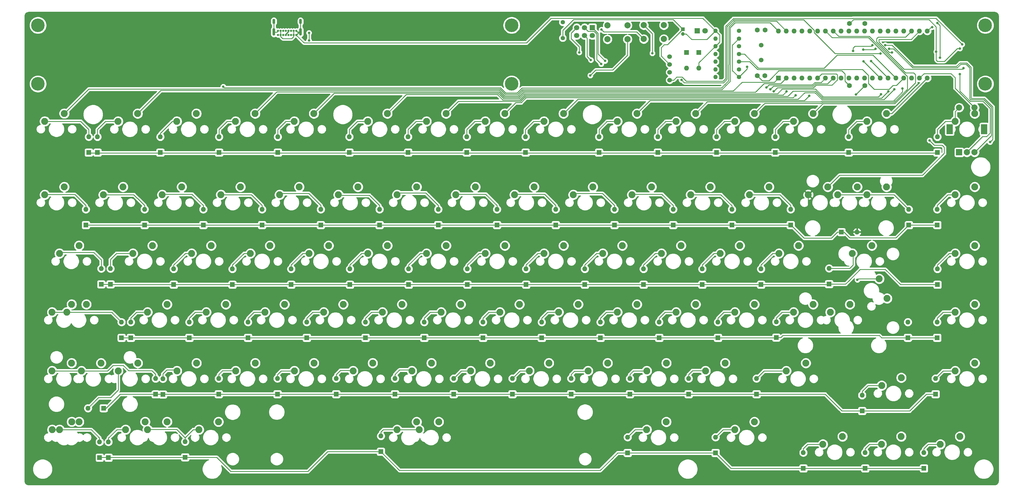
<source format=gbr>
%TF.GenerationSoftware,KiCad,Pcbnew,(5.1.9)-1*%
%TF.CreationDate,2021-10-03T12:51:29-04:00*%
%TF.ProjectId,LCK75,4c434b37-352e-46b6-9963-61645f706362,rev?*%
%TF.SameCoordinates,Original*%
%TF.FileFunction,Copper,L1,Top*%
%TF.FilePolarity,Positive*%
%FSLAX46Y46*%
G04 Gerber Fmt 4.6, Leading zero omitted, Abs format (unit mm)*
G04 Created by KiCad (PCBNEW (5.1.9)-1) date 2021-10-03 12:51:29*
%MOMM*%
%LPD*%
G01*
G04 APERTURE LIST*
%TA.AperFunction,ComponentPad*%
%ADD10C,1.600000*%
%TD*%
%TA.AperFunction,ComponentPad*%
%ADD11C,4.400000*%
%TD*%
%TA.AperFunction,ComponentPad*%
%ADD12C,1.524000*%
%TD*%
%TA.AperFunction,ComponentPad*%
%ADD13C,2.250000*%
%TD*%
%TA.AperFunction,ComponentPad*%
%ADD14C,2.000000*%
%TD*%
%TA.AperFunction,ComponentPad*%
%ADD15C,1.200000*%
%TD*%
%TA.AperFunction,ComponentPad*%
%ADD16R,1.200000X1.200000*%
%TD*%
%TA.AperFunction,ComponentPad*%
%ADD17C,1.400000*%
%TD*%
%TA.AperFunction,ComponentPad*%
%ADD18C,1.700000*%
%TD*%
%TA.AperFunction,ComponentPad*%
%ADD19R,1.700000X1.700000*%
%TD*%
%TA.AperFunction,ComponentPad*%
%ADD20R,1.600000X1.600000*%
%TD*%
%TA.AperFunction,ComponentPad*%
%ADD21O,1.600000X1.600000*%
%TD*%
%TA.AperFunction,ComponentPad*%
%ADD22O,1.400000X1.400000*%
%TD*%
%TA.AperFunction,ComponentPad*%
%ADD23R,1.800000X1.800000*%
%TD*%
%TA.AperFunction,ComponentPad*%
%ADD24C,1.800000*%
%TD*%
%TA.AperFunction,ComponentPad*%
%ADD25C,1.500000*%
%TD*%
%TA.AperFunction,ComponentPad*%
%ADD26R,2.000000X3.200000*%
%TD*%
%TA.AperFunction,ComponentPad*%
%ADD27R,2.000000X2.000000*%
%TD*%
%TA.AperFunction,ComponentPad*%
%ADD28C,0.700000*%
%TD*%
%TA.AperFunction,ComponentPad*%
%ADD29O,0.900000X2.400000*%
%TD*%
%TA.AperFunction,ComponentPad*%
%ADD30O,0.900000X1.700000*%
%TD*%
%TA.AperFunction,ViaPad*%
%ADD31C,0.800000*%
%TD*%
%TA.AperFunction,Conductor*%
%ADD32C,0.250000*%
%TD*%
%TA.AperFunction,Conductor*%
%ADD33C,0.254000*%
%TD*%
%TA.AperFunction,Conductor*%
%ADD34C,0.100000*%
%TD*%
G04 APERTURE END LIST*
D10*
%TO.P,C5,1*%
%TO.N,oledVCC*%
X260368800Y-21765700D03*
%TO.P,C5,2*%
%TO.N,EC11-GND*%
X255368800Y-21765700D03*
%TD*%
D11*
%TO.P,REF\u002A\u002A,1*%
%TO.N,N/C*%
X145813518Y-21155300D03*
%TD*%
%TO.P,REF\u002A\u002A,1*%
%TO.N,N/C*%
X145813518Y-2155300D03*
%TD*%
%TO.P,REF\u002A\u002A,1*%
%TO.N,N/C*%
X299448868Y-21155300D03*
%TD*%
%TO.P,REF\u002A\u002A,1*%
%TO.N,N/C*%
X-7826482Y-21155300D03*
%TD*%
%TO.P,REF\u002A\u002A,1*%
%TO.N,N/C*%
X-7826482Y-2155300D03*
%TD*%
%TO.P,REF\u002A\u002A,1*%
%TO.N,N/C*%
X299448868Y-2155300D03*
%TD*%
D12*
%TO.P,SSD1306,4*%
%TO.N,EC11-GND*%
X197078900Y-12288500D03*
%TO.P,SSD1306,3*%
%TO.N,oledVCC*%
X197078900Y-14828500D03*
%TO.P,SSD1306,2*%
%TO.N,oledSCL*%
X197078900Y-17368500D03*
%TO.P,SSD1306,1*%
%TO.N,oledSDA*%
X197078900Y-19908500D03*
%TD*%
D13*
%TO.P,SW81,2*%
%TO.N,col6*%
X115017000Y-130785000D03*
%TO.P,SW81,1*%
%TO.N,Net-(D77-Pad2)*%
X108667000Y-133325000D03*
%TD*%
D14*
%TO.P,SW87,2*%
%TO.N,boot*%
X176910500Y-6684800D03*
%TO.P,SW87,1*%
%TO.N,EC11-GND*%
X176910500Y-2184800D03*
%TO.P,SW87,2*%
%TO.N,boot*%
X183410500Y-6684800D03*
%TO.P,SW87,1*%
%TO.N,EC11-GND*%
X183410500Y-2184800D03*
%TD*%
D13*
%TO.P,SW90,2*%
%TO.N,col6*%
X122167000Y-130772000D03*
%TO.P,SW90,1*%
%TO.N,Net-(D77-Pad2)*%
X115817000Y-133312000D03*
%TD*%
D14*
%TO.P,SW91,2*%
%TO.N,reset*%
X188683400Y-6608600D03*
%TO.P,SW91,1*%
%TO.N,EC11-GND*%
X188683400Y-2108600D03*
%TO.P,SW91,2*%
%TO.N,reset*%
X195183400Y-6608600D03*
%TO.P,SW91,1*%
%TO.N,EC11-GND*%
X195183400Y-2108600D03*
%TD*%
D15*
%TO.P,C3,2*%
%TO.N,EC11-GND*%
X201377300Y-4929400D03*
D16*
%TO.P,C3,1*%
%TO.N,oledVCC*%
X201377300Y-3429400D03*
%TD*%
D10*
%TO.P,C2,1*%
%TO.N,Net-(C2-Pad1)*%
X227969200Y-18498200D03*
%TO.P,C2,2*%
%TO.N,EC11-GND*%
X225469200Y-18498200D03*
%TD*%
D17*
%TO.P,F1,1*%
%TO.N,oledVCC*%
X162388300Y-6284200D03*
%TO.P,F1,2*%
%TO.N,VCC*%
X162388300Y-1184200D03*
%TD*%
D10*
%TO.P,C1,1*%
%TO.N,Net-(C1-Pad1)*%
X228007300Y-3664600D03*
%TO.P,C1,2*%
%TO.N,EC11-GND*%
X225507300Y-3664600D03*
%TD*%
D18*
%TO.P,J1,6*%
%TO.N,EC11-GND*%
X166934900Y-5461400D03*
%TO.P,J1,5*%
%TO.N,reset*%
X166934900Y-2921400D03*
%TO.P,J1,4*%
%TO.N,MOSI*%
X169474900Y-5461400D03*
%TO.P,J1,3*%
%TO.N,SCK*%
X169474900Y-2921400D03*
%TO.P,J1,2*%
%TO.N,oledVCC*%
X172014900Y-5461400D03*
D19*
%TO.P,J1,1*%
%TO.N,MISO*%
X172014900Y-2921400D03*
%TD*%
D20*
%TO.P,D83,1*%
%TO.N,Net-(D83-Pad1)*%
X202568300Y-10960500D03*
D21*
%TO.P,D83,2*%
%TO.N,EC11-GND*%
X202568300Y-16040500D03*
%TD*%
D20*
%TO.P,D84,1*%
%TO.N,Net-(D84-Pad1)*%
X206568300Y-10960500D03*
D21*
%TO.P,D84,2*%
%TO.N,EC11-GND*%
X206568300Y-16040500D03*
%TD*%
D10*
%TO.P,C4,2*%
%TO.N,EC11-GND*%
X255394200Y-1603900D03*
%TO.P,C4,1*%
%TO.N,oledVCC*%
X260394200Y-1603900D03*
%TD*%
D22*
%TO.P,R1,2*%
%TO.N,Net-(D83-Pad1)*%
X211918300Y-18962500D03*
D17*
%TO.P,R1,1*%
%TO.N,oledVCC*%
X219538300Y-18962500D03*
%TD*%
D23*
%TO.P,LED1,1*%
%TO.N,Net-(LED1-Pad1)*%
X206000100Y-3950100D03*
D24*
%TO.P,LED1,2*%
%TO.N,oledVCC*%
X208540100Y-3950100D03*
%TD*%
D13*
%TO.P,SW6,1*%
%TO.N,Net-(D6-Pad2)*%
X99142000Y-33312500D03*
%TO.P,SW6,2*%
%TO.N,col5*%
X105492000Y-30772500D03*
%TD*%
%TO.P,SW83,1*%
%TO.N,Net-(D79-Pad2)*%
X218211000Y-133312000D03*
%TO.P,SW83,2*%
%TO.N,col11*%
X224561000Y-130772000D03*
%TD*%
%TO.P,SW89,1*%
%TO.N,Net-(D76-Pad2)*%
X27733400Y-133290000D03*
%TO.P,SW89,2*%
%TO.N,col2*%
X34083400Y-130750000D03*
%TD*%
%TO.P,SW80,1*%
%TO.N,Net-(D76-Pad2)*%
X44399500Y-133290000D03*
%TO.P,SW80,2*%
%TO.N,col2*%
X50749500Y-130750000D03*
%TD*%
D20*
%TO.P,U1,1*%
%TO.N,col1*%
X232378000Y-19266300D03*
D21*
%TO.P,U1,21*%
%TO.N,col13*%
X280638000Y-4026300D03*
%TO.P,U1,2*%
%TO.N,col3*%
X234918000Y-19266300D03*
%TO.P,U1,22*%
%TO.N,oledSCL*%
X278098000Y-4026300D03*
%TO.P,U1,3*%
%TO.N,col5*%
X237458000Y-19266300D03*
%TO.P,U1,23*%
%TO.N,oledSDA*%
X275558000Y-4026300D03*
%TO.P,U1,4*%
%TO.N,col7*%
X239998000Y-19266300D03*
%TO.P,U1,24*%
%TO.N,row0*%
X273018000Y-4026300D03*
%TO.P,U1,5*%
%TO.N,col9*%
X242538000Y-19266300D03*
%TO.P,U1,25*%
%TO.N,row1*%
X270478000Y-4026300D03*
%TO.P,U1,6*%
%TO.N,MOSI*%
X245078000Y-19266300D03*
%TO.P,U1,26*%
%TO.N,row3*%
X267938000Y-4026300D03*
%TO.P,U1,7*%
%TO.N,MISO*%
X247618000Y-19266300D03*
%TO.P,U1,27*%
%TO.N,row5*%
X265398000Y-4026300D03*
%TO.P,U1,8*%
%TO.N,SCK*%
X250158000Y-19266300D03*
%TO.P,U1,28*%
%TO.N,row4*%
X262858000Y-4026300D03*
%TO.P,U1,9*%
%TO.N,reset*%
X252698000Y-19266300D03*
%TO.P,U1,29*%
%TO.N,row2*%
X260318000Y-4026300D03*
%TO.P,U1,10*%
%TO.N,oledVCC*%
X255238000Y-19266300D03*
%TO.P,U1,30*%
X257778000Y-4026300D03*
%TO.P,U1,11*%
%TO.N,EC11-GND*%
X257778000Y-19266300D03*
%TO.P,U1,31*%
X255238000Y-4026300D03*
%TO.P,U1,12*%
%TO.N,Net-(C2-Pad1)*%
X260318000Y-19266300D03*
%TO.P,U1,32*%
%TO.N,Net-(U1-Pad32)*%
X252698000Y-4026300D03*
%TO.P,U1,13*%
%TO.N,Net-(C1-Pad1)*%
X262858000Y-19266300D03*
%TO.P,U1,33*%
%TO.N,col12*%
X250158000Y-4026300D03*
%TO.P,U1,14*%
%TO.N,EC11-A*%
X265398000Y-19266300D03*
%TO.P,U1,34*%
%TO.N,col11*%
X247618000Y-4026300D03*
%TO.P,U1,15*%
%TO.N,EC11-B*%
X267938000Y-19266300D03*
%TO.P,U1,35*%
%TO.N,col10*%
X245078000Y-4026300D03*
%TO.P,U1,16*%
%TO.N,D+*%
X270478000Y-19266300D03*
%TO.P,U1,36*%
%TO.N,col8*%
X242538000Y-4026300D03*
%TO.P,U1,17*%
%TO.N,D-*%
X273018000Y-19266300D03*
%TO.P,U1,37*%
%TO.N,col6*%
X239998000Y-4026300D03*
%TO.P,U1,18*%
%TO.N,boot*%
X275558000Y-19266300D03*
%TO.P,U1,38*%
%TO.N,col4*%
X237458000Y-4026300D03*
%TO.P,U1,19*%
%TO.N,col15*%
X278098000Y-19266300D03*
%TO.P,U1,39*%
%TO.N,col2*%
X234918000Y-4026300D03*
%TO.P,U1,20*%
%TO.N,col14*%
X280638000Y-19266300D03*
%TO.P,U1,40*%
%TO.N,col0*%
X232378000Y-4026300D03*
%TD*%
D13*
%TO.P,SW79,1*%
%TO.N,Net-(D75-Pad2)*%
X20588400Y-133290000D03*
%TO.P,SW79,2*%
%TO.N,col1*%
X26938400Y-130750000D03*
%TD*%
%TO.P,SW78,1*%
%TO.N,Net-(D74-Pad2)*%
X-3222700Y-133290000D03*
%TO.P,SW78,2*%
%TO.N,col0*%
X3127300Y-130750000D03*
%TD*%
%TO.P,SW26,2*%
%TO.N,col10*%
X191230000Y-54559400D03*
%TO.P,SW26,1*%
%TO.N,Net-(D26-Pad2)*%
X184880000Y-57099400D03*
%TD*%
%TO.P,SW63,1*%
%TO.N,Net-(D59-Pad2)*%
X6286000Y-114249000D03*
%TO.P,SW63,2*%
%TO.N,col0*%
X12636000Y-111709000D03*
%TD*%
%TO.P,SW60,1*%
%TO.N,Net-(D85-Pad2)*%
X249174000Y-95199000D03*
%TO.P,SW60,2*%
%TO.N,col14*%
X255524000Y-92659000D03*
%TD*%
%TO.P,SW31,1*%
%TO.N,Net-(D31-Pad2)*%
X-857500Y-76149400D03*
%TO.P,SW31,2*%
%TO.N,col0*%
X5492500Y-73609400D03*
%TD*%
%TO.P,SW88,1*%
%TO.N,Net-(D74-Pad2)*%
X-841500Y-133290000D03*
%TO.P,SW88,2*%
%TO.N,col0*%
X5508500Y-130750000D03*
%TD*%
%TO.P,SW61,1*%
%TO.N,Net-(D58-Pad2)*%
X289655000Y-95199000D03*
%TO.P,SW61,2*%
%TO.N,col15*%
X296005000Y-92659000D03*
%TD*%
D25*
%TO.P,Y1,2*%
%TO.N,Net-(C2-Pad1)*%
X226777300Y-13446800D03*
%TO.P,Y1,1*%
%TO.N,Net-(C1-Pad1)*%
X226777300Y-8566800D03*
%TD*%
D13*
%TO.P,SW86,2*%
%TO.N,col15*%
X291236000Y-135535000D03*
%TO.P,SW86,1*%
%TO.N,Net-(D82-Pad2)*%
X284886000Y-138075000D03*
%TD*%
%TO.P,SW84,1*%
%TO.N,Net-(D80-Pad2)*%
X246786000Y-138075000D03*
%TO.P,SW84,2*%
%TO.N,col12*%
X253136000Y-135535000D03*
%TD*%
%TO.P,SW85,1*%
%TO.N,Net-(D81-Pad2)*%
X265836000Y-138075000D03*
%TO.P,SW85,2*%
%TO.N,col14*%
X272186000Y-135535000D03*
%TD*%
%TO.P,SW15,1*%
%TO.N,Net-(D15-Pad2)*%
X289650000Y-33312500D03*
%TO.P,SW15,2*%
%TO.N,col15*%
X296000000Y-30772500D03*
%TD*%
%TO.P,SW82,1*%
%TO.N,Net-(D78-Pad2)*%
X189636000Y-133312000D03*
%TO.P,SW82,2*%
%TO.N,col10*%
X195986000Y-130772000D03*
%TD*%
%TO.P,SW8,1*%
%TO.N,Net-(D8-Pad2)*%
X137242000Y-33312500D03*
%TO.P,SW8,2*%
%TO.N,col7*%
X143592000Y-30772500D03*
%TD*%
D22*
%TO.P,R7,2*%
%TO.N,EC11-GND*%
X211918300Y-3962500D03*
D17*
%TO.P,R7,1*%
%TO.N,Net-(LED1-Pad1)*%
X219538300Y-3962500D03*
%TD*%
D22*
%TO.P,R6,2*%
%TO.N,reset*%
X211918300Y-6462500D03*
D17*
%TO.P,R6,1*%
%TO.N,oledVCC*%
X219538300Y-6462500D03*
%TD*%
D22*
%TO.P,R5,2*%
%TO.N,EC11-GND*%
X211918300Y-8962500D03*
D17*
%TO.P,R5,1*%
%TO.N,Net-(R5-Pad1)*%
X219538300Y-8962500D03*
%TD*%
D22*
%TO.P,R4,2*%
%TO.N,Net-(D84-Pad1)*%
X211918300Y-11462500D03*
D17*
%TO.P,R4,1*%
%TO.N,D+*%
X219538300Y-11462500D03*
%TD*%
D13*
%TO.P,SW33,1*%
%TO.N,Net-(D33-Pad2)*%
X42005000Y-76149400D03*
%TO.P,SW33,2*%
%TO.N,col2*%
X48355000Y-73609400D03*
%TD*%
%TO.P,SW12,1*%
%TO.N,Net-(D12-Pad2)*%
X218204000Y-33312500D03*
%TO.P,SW12,2*%
%TO.N,col11*%
X224554000Y-30772500D03*
%TD*%
D22*
%TO.P,R3,2*%
%TO.N,Net-(D83-Pad1)*%
X211918300Y-13962500D03*
D17*
%TO.P,R3,1*%
%TO.N,D-*%
X219538300Y-13962500D03*
%TD*%
D13*
%TO.P,SW25,1*%
%TO.N,Net-(D25-Pad2)*%
X165830000Y-57099400D03*
%TO.P,SW25,2*%
%TO.N,col9*%
X172180000Y-54559400D03*
%TD*%
D22*
%TO.P,R2,2*%
%TO.N,Net-(R2-Pad2)*%
X211918300Y-16462500D03*
D17*
%TO.P,R2,1*%
%TO.N,EC11-GND*%
X219538300Y-16462500D03*
%TD*%
D13*
%TO.P,SW18,1*%
%TO.N,Net-(D18-Pad2)*%
X32480000Y-57099400D03*
%TO.P,SW18,2*%
%TO.N,col2*%
X38830000Y-54559400D03*
%TD*%
%TO.P,SW7,1*%
%TO.N,Net-(D7-Pad2)*%
X118192000Y-33312500D03*
%TO.P,SW7,2*%
%TO.N,col6*%
X124542000Y-30772500D03*
%TD*%
%TO.P,SW5,1*%
%TO.N,Net-(D5-Pad2)*%
X75329800Y-33312500D03*
%TO.P,SW5,2*%
%TO.N,col4*%
X81679800Y-30772500D03*
%TD*%
%TO.P,SW2,1*%
%TO.N,Net-(D2-Pad2)*%
X18179800Y-33312500D03*
%TO.P,SW2,2*%
%TO.N,col1*%
X24529800Y-30772500D03*
%TD*%
%TO.P,SW19,1*%
%TO.N,Net-(D19-Pad2)*%
X51530000Y-57099400D03*
%TO.P,SW19,2*%
%TO.N,col3*%
X57880000Y-54559400D03*
%TD*%
%TO.P,SW11,1*%
%TO.N,Net-(D11-Pad2)*%
X199154000Y-33312500D03*
%TO.P,SW11,2*%
%TO.N,col10*%
X205504000Y-30772500D03*
%TD*%
%TO.P,SW10,1*%
%TO.N,Net-(D10-Pad2)*%
X180104000Y-33312500D03*
%TO.P,SW10,2*%
%TO.N,col9*%
X186454000Y-30772500D03*
%TD*%
%TO.P,SW3,1*%
%TO.N,Net-(D3-Pad2)*%
X37229800Y-33312500D03*
%TO.P,SW3,2*%
%TO.N,col2*%
X43579800Y-30772500D03*
%TD*%
%TO.P,SW34,1*%
%TO.N,Net-(D34-Pad2)*%
X61055000Y-76149400D03*
%TO.P,SW34,2*%
%TO.N,col3*%
X67405000Y-73609400D03*
%TD*%
%TO.P,SW22,1*%
%TO.N,Net-(D22-Pad2)*%
X108680000Y-57099400D03*
%TO.P,SW22,2*%
%TO.N,col6*%
X115030000Y-54559400D03*
%TD*%
%TO.P,SW16,1*%
%TO.N,Net-(D16-Pad2)*%
X-5620000Y-57099400D03*
%TO.P,SW16,2*%
%TO.N,col0*%
X730000Y-54559400D03*
%TD*%
%TO.P,SW23,1*%
%TO.N,Net-(D23-Pad2)*%
X127730000Y-57099400D03*
%TO.P,SW23,2*%
%TO.N,col7*%
X134080000Y-54559400D03*
%TD*%
%TO.P,SW14,1*%
%TO.N,Net-(D14-Pad2)*%
X261075000Y-33312500D03*
%TO.P,SW14,2*%
%TO.N,col14*%
X267425000Y-30772500D03*
%TD*%
%TO.P,SW30,1*%
%TO.N,Net-(D30-Pad2)*%
X289655000Y-57099400D03*
%TO.P,SW30,2*%
%TO.N,col15*%
X296005000Y-54559400D03*
%TD*%
%TO.P,SW21,1*%
%TO.N,Net-(D21-Pad2)*%
X89630000Y-57099400D03*
%TO.P,SW21,2*%
%TO.N,col5*%
X95980000Y-54559400D03*
%TD*%
%TO.P,SW20,1*%
%TO.N,Net-(D20-Pad2)*%
X70580000Y-57099400D03*
%TO.P,SW20,2*%
%TO.N,col4*%
X76930000Y-54559400D03*
%TD*%
%TO.P,SW17,1*%
%TO.N,Net-(D17-Pad2)*%
X13430000Y-57099400D03*
%TO.P,SW17,2*%
%TO.N,col1*%
X19780000Y-54559400D03*
%TD*%
%TO.P,SW9,1*%
%TO.N,Net-(D9-Pad2)*%
X156292000Y-33312500D03*
%TO.P,SW9,2*%
%TO.N,col8*%
X162642000Y-30772500D03*
%TD*%
%TO.P,SW29,1*%
%TO.N,Net-(D29-Pad2)*%
X251555000Y-57099400D03*
%TO.P,SW29,2*%
%TO.N,col14*%
X257905000Y-54559400D03*
%TD*%
%TO.P,SW28,1*%
%TO.N,Net-(D28-Pad2)*%
X222980000Y-57099400D03*
%TO.P,SW28,2*%
%TO.N,col12*%
X229330000Y-54559400D03*
%TD*%
%TO.P,SW27,1*%
%TO.N,Net-(D27-Pad2)*%
X203930000Y-57099400D03*
%TO.P,SW27,2*%
%TO.N,col11*%
X210280000Y-54559400D03*
%TD*%
%TO.P,SW4,1*%
%TO.N,Net-(D4-Pad2)*%
X56279800Y-33312500D03*
%TO.P,SW4,2*%
%TO.N,col3*%
X62629800Y-30772500D03*
%TD*%
%TO.P,SW1,2*%
%TO.N,col0*%
X730000Y-30747100D03*
%TO.P,SW1,1*%
%TO.N,Net-(D1-Pad2)*%
X-5620000Y-33287100D03*
%TD*%
%TO.P,SW24,1*%
%TO.N,Net-(D24-Pad2)*%
X146780000Y-57099400D03*
%TO.P,SW24,2*%
%TO.N,col8*%
X153130000Y-54559400D03*
%TD*%
%TO.P,SW13,1*%
%TO.N,Net-(D13-Pad2)*%
X237254000Y-33312500D03*
%TO.P,SW13,2*%
%TO.N,col12*%
X243604000Y-30772500D03*
%TD*%
%TO.P,SW32,1*%
%TO.N,Net-(D32-Pad2)*%
X22955000Y-76149400D03*
%TO.P,SW32,2*%
%TO.N,col1*%
X29305000Y-73609400D03*
%TD*%
%TO.P,SW69,2*%
%TO.N,col6*%
X119793000Y-111709000D03*
%TO.P,SW69,1*%
%TO.N,Net-(D65-Pad2)*%
X113443000Y-114249000D03*
%TD*%
%TO.P,SW76,1*%
%TO.N,Net-(D72-Pad2)*%
X289656000Y-114249000D03*
%TO.P,SW76,2*%
%TO.N,col15*%
X296006000Y-111709000D03*
%TD*%
%TO.P,SW66,1*%
%TO.N,Net-(D62-Pad2)*%
X56292600Y-114249000D03*
%TO.P,SW66,2*%
%TO.N,col3*%
X62642600Y-111709000D03*
%TD*%
%TO.P,SW65,1*%
%TO.N,Net-(D61-Pad2)*%
X37242600Y-114249000D03*
%TO.P,SW65,2*%
%TO.N,col2*%
X43592600Y-111709000D03*
%TD*%
%TO.P,SW77,1*%
%TO.N,Net-(D73-Pad2)*%
X265843000Y-119012000D03*
%TO.P,SW77,2*%
%TO.N,col14*%
X272193000Y-116472000D03*
%TD*%
%TO.P,SW57,1*%
%TO.N,Net-(D55-Pad2)*%
X199168000Y-95199000D03*
%TO.P,SW57,2*%
%TO.N,col10*%
X205518000Y-92659000D03*
%TD*%
%TO.P,SW51,1*%
%TO.N,Net-(D49-Pad2)*%
X84867600Y-95199000D03*
%TO.P,SW51,2*%
%TO.N,col4*%
X91217600Y-92659000D03*
%TD*%
%TO.P,SW38,1*%
%TO.N,Net-(D38-Pad2)*%
X137255000Y-76149400D03*
%TO.P,SW38,2*%
%TO.N,col7*%
X143605000Y-73609400D03*
%TD*%
%TO.P,SW47,1*%
%TO.N,Net-(D45-Pad2)*%
X1523700Y-95199000D03*
%TO.P,SW47,2*%
%TO.N,col0*%
X7873700Y-92659000D03*
%TD*%
%TO.P,SW71,1*%
%TO.N,Net-(D67-Pad2)*%
X151543000Y-114249000D03*
%TO.P,SW71,2*%
%TO.N,col8*%
X157893000Y-111709000D03*
%TD*%
%TO.P,SW68,1*%
%TO.N,Net-(D64-Pad2)*%
X94393000Y-114249000D03*
%TO.P,SW68,2*%
%TO.N,col5*%
X100743000Y-111709000D03*
%TD*%
%TO.P,SW39,1*%
%TO.N,Net-(D39-Pad2)*%
X156305000Y-76149400D03*
%TO.P,SW39,2*%
%TO.N,col8*%
X162655000Y-73609400D03*
%TD*%
%TO.P,SW46,1*%
%TO.N,Net-(D45-Pad2)*%
X-3238700Y-95199000D03*
%TO.P,SW46,2*%
%TO.N,col0*%
X3111300Y-92659000D03*
%TD*%
%TO.P,SW37,1*%
%TO.N,Net-(D37-Pad2)*%
X118205000Y-76149400D03*
%TO.P,SW37,2*%
%TO.N,col6*%
X124555000Y-73609400D03*
%TD*%
%TO.P,SW58,1*%
%TO.N,Net-(D56-Pad2)*%
X218218000Y-95199000D03*
%TO.P,SW58,2*%
%TO.N,col11*%
X224568000Y-92659000D03*
%TD*%
%TO.P,SW75,1*%
%TO.N,Net-(D71-Pad2)*%
X234887000Y-114249000D03*
%TO.P,SW75,2*%
%TO.N,col12*%
X241237000Y-111709000D03*
%TD*%
%TO.P,SW55,1*%
%TO.N,Net-(D53-Pad2)*%
X161068000Y-95199000D03*
%TO.P,SW55,2*%
%TO.N,col8*%
X167418000Y-92659000D03*
%TD*%
%TO.P,SW52,1*%
%TO.N,Net-(D50-Pad2)*%
X103918000Y-95199000D03*
%TO.P,SW52,2*%
%TO.N,col5*%
X110268000Y-92659000D03*
%TD*%
%TO.P,SW49,1*%
%TO.N,Net-(D47-Pad2)*%
X46767600Y-95199000D03*
%TO.P,SW49,2*%
%TO.N,col2*%
X53117600Y-92659000D03*
%TD*%
%TO.P,SW72,1*%
%TO.N,Net-(D68-Pad2)*%
X170593000Y-114249000D03*
%TO.P,SW72,2*%
%TO.N,col9*%
X176943000Y-111709000D03*
%TD*%
%TO.P,SW41,1*%
%TO.N,Net-(D41-Pad2)*%
X194405000Y-76149400D03*
%TO.P,SW41,2*%
%TO.N,col10*%
X200755000Y-73609400D03*
%TD*%
%TO.P,SW74,1*%
%TO.N,Net-(D70-Pad2)*%
X208693000Y-114249000D03*
%TO.P,SW74,2*%
%TO.N,col11*%
X215043000Y-111709000D03*
%TD*%
%TO.P,SW54,1*%
%TO.N,Net-(D52-Pad2)*%
X142018000Y-95199000D03*
%TO.P,SW54,2*%
%TO.N,col7*%
X148368000Y-92659000D03*
%TD*%
%TO.P,SW48,1*%
%TO.N,Net-(D46-Pad2)*%
X27717600Y-95199000D03*
%TO.P,SW48,2*%
%TO.N,col1*%
X34067600Y-92659000D03*
%TD*%
%TO.P,SW36,1*%
%TO.N,Net-(D36-Pad2)*%
X99155000Y-76149400D03*
%TO.P,SW36,2*%
%TO.N,col5*%
X105505000Y-73609400D03*
%TD*%
%TO.P,SW73,1*%
%TO.N,Net-(D69-Pad2)*%
X189643000Y-114249000D03*
%TO.P,SW73,2*%
%TO.N,col10*%
X195993000Y-111709000D03*
%TD*%
%TO.P,SW35,1*%
%TO.N,Net-(D35-Pad2)*%
X80105000Y-76149400D03*
%TO.P,SW35,2*%
%TO.N,col4*%
X86455000Y-73609400D03*
%TD*%
%TO.P,SW67,1*%
%TO.N,Net-(D63-Pad2)*%
X75342600Y-114249000D03*
%TO.P,SW67,2*%
%TO.N,col4*%
X81692600Y-111709000D03*
%TD*%
%TO.P,SW70,2*%
%TO.N,col7*%
X138843000Y-111709000D03*
%TO.P,SW70,1*%
%TO.N,Net-(D66-Pad2)*%
X132493000Y-114249000D03*
%TD*%
%TO.P,SW50,1*%
%TO.N,Net-(D48-Pad2)*%
X65817600Y-95199000D03*
%TO.P,SW50,2*%
%TO.N,col3*%
X72167600Y-92659000D03*
%TD*%
%TO.P,SW53,1*%
%TO.N,Net-(D51-Pad2)*%
X122968000Y-95199000D03*
%TO.P,SW53,2*%
%TO.N,col6*%
X129318000Y-92659000D03*
%TD*%
%TO.P,SW45,1*%
%TO.N,Net-(D44-Pad2)*%
X289655000Y-76149400D03*
%TO.P,SW45,2*%
%TO.N,col15*%
X296005000Y-73609400D03*
%TD*%
%TO.P,SW43,1*%
%TO.N,Net-(D43-Pad2)*%
X232505000Y-76149400D03*
%TO.P,SW43,2*%
%TO.N,col12*%
X238855000Y-73609400D03*
%TD*%
%TO.P,SW42,1*%
%TO.N,Net-(D42-Pad2)*%
X213455000Y-76149400D03*
%TO.P,SW42,2*%
%TO.N,col11*%
X219805000Y-73609400D03*
%TD*%
%TO.P,SW56,1*%
%TO.N,Net-(D54-Pad2)*%
X180118000Y-95199000D03*
%TO.P,SW56,2*%
%TO.N,col9*%
X186468000Y-92659000D03*
%TD*%
%TO.P,SW40,1*%
%TO.N,Net-(D40-Pad2)*%
X175355000Y-76149400D03*
%TO.P,SW40,2*%
%TO.N,col9*%
X181705000Y-73609400D03*
%TD*%
D14*
%TO.P,SW93,S1*%
%TO.N,col15*%
X295971200Y-28851500D03*
%TO.P,SW93,S2*%
%TO.N,Net-(D15-Pad2)*%
X290971200Y-28851500D03*
D26*
%TO.P,SW93,MP*%
%TO.N,N/C*%
X299071200Y-35851500D03*
X287871200Y-35851500D03*
D14*
%TO.P,SW93,B*%
%TO.N,EC11-B*%
X295971200Y-43351500D03*
%TO.P,SW93,C*%
%TO.N,EC11-GND*%
X293471200Y-43351500D03*
D27*
%TO.P,SW93,A*%
%TO.N,EC11-A*%
X290971200Y-43351500D03*
%TD*%
D13*
%TO.P,SW44,1*%
%TO.N,Net-(D91-Pad2)*%
X256317000Y-76149400D03*
%TO.P,SW44,2*%
%TO.N,col14*%
X262667000Y-73609400D03*
%TD*%
%TO.P,SW59,1*%
%TO.N,Net-(D57-Pad2)*%
X237268000Y-95199000D03*
%TO.P,SW59,2*%
%TO.N,col12*%
X243618000Y-92659000D03*
%TD*%
%TO.P,SW62,1*%
%TO.N,Net-(D59-Pad2)*%
X-3238700Y-114249000D03*
%TO.P,SW62,2*%
%TO.N,col0*%
X3111300Y-111709000D03*
%TD*%
%TO.P,SW64,1*%
%TO.N,Net-(D60-Pad2)*%
X18192300Y-114249000D03*
%TO.P,SW64,2*%
%TO.N,col1*%
X24542300Y-111709000D03*
%TD*%
%TO.P,SW92,2*%
%TO.N,col14*%
X267588400Y-90754400D03*
%TO.P,SW92,1*%
%TO.N,Net-(D85-Pad2)*%
X265048400Y-84404400D03*
%TD*%
%TO.P,SW94,1*%
%TO.N,Net-(D29-Pad2)*%
X261080000Y-57099400D03*
%TO.P,SW94,2*%
%TO.N,col14*%
X267430000Y-54559400D03*
%TD*%
%TO.P,SW96,1*%
%TO.N,Net-(D87-Pad2)*%
X242030000Y-57099400D03*
%TO.P,SW96,2*%
%TO.N,col13*%
X248380000Y-54559400D03*
%TD*%
D28*
%TO.P,USB1,A1*%
%TO.N,EC11-GND*%
X75998900Y-5298500D03*
%TO.P,USB1,A4*%
%TO.N,VCC*%
X75148900Y-5298500D03*
%TO.P,USB1,A5*%
%TO.N,Net-(R2-Pad2)*%
X74298900Y-5298500D03*
%TO.P,USB1,A6*%
%TO.N,Net-(D84-Pad1)*%
X73448900Y-5298500D03*
%TO.P,USB1,A7*%
%TO.N,Net-(D83-Pad1)*%
X72598900Y-5298500D03*
%TO.P,USB1,A8*%
%TO.N,Net-(USB1-PadA8)*%
X71748900Y-5298500D03*
%TO.P,USB1,A9*%
%TO.N,VCC*%
X70898900Y-5298500D03*
%TO.P,USB1,A12*%
%TO.N,Net-(USB1-PadA12)*%
X70048900Y-5298500D03*
%TO.P,USB1,B9*%
%TO.N,VCC*%
X75148900Y-3948500D03*
%TO.P,USB1,B7*%
%TO.N,Net-(D83-Pad1)*%
X73448900Y-3948500D03*
%TO.P,USB1,B8*%
%TO.N,Net-(USB1-PadB8)*%
X74298900Y-3948500D03*
%TO.P,USB1,B12*%
%TO.N,EC11-GND*%
X75998900Y-3948500D03*
%TO.P,USB1,B5*%
%TO.N,Net-(R5-Pad1)*%
X71748900Y-3948500D03*
%TO.P,USB1,B4*%
%TO.N,VCC*%
X70898900Y-3948500D03*
%TO.P,USB1,B1*%
%TO.N,EC11-GND*%
X70048900Y-3948500D03*
%TO.P,USB1,B6*%
%TO.N,Net-(D84-Pad1)*%
X72598900Y-3948500D03*
D29*
%TO.P,USB1,S1*%
%TO.N,EC11-GND*%
X77348900Y-4318500D03*
X68698900Y-4318500D03*
D30*
X77348900Y-938500D03*
X68698900Y-938500D03*
%TD*%
D21*
%TO.P,D1,2*%
%TO.N,Net-(D1-Pad2)*%
X8653900Y-38338500D03*
D20*
%TO.P,D1,1*%
%TO.N,row0*%
X8653900Y-43418500D03*
%TD*%
D21*
%TO.P,D2,2*%
%TO.N,Net-(D2-Pad2)*%
X11473700Y-38341000D03*
D20*
%TO.P,D2,1*%
%TO.N,row0*%
X11473700Y-43421000D03*
%TD*%
D21*
%TO.P,D3,2*%
%TO.N,Net-(D3-Pad2)*%
X31873700Y-38341000D03*
D20*
%TO.P,D3,1*%
%TO.N,row0*%
X31873700Y-43421000D03*
%TD*%
D21*
%TO.P,D4,2*%
%TO.N,Net-(D4-Pad2)*%
X50923700Y-38341000D03*
D20*
%TO.P,D4,1*%
%TO.N,row0*%
X50923700Y-43421000D03*
%TD*%
D21*
%TO.P,D5,2*%
%TO.N,Net-(D5-Pad2)*%
X69973700Y-38341000D03*
D20*
%TO.P,D5,1*%
%TO.N,row0*%
X69973700Y-43421000D03*
%TD*%
D21*
%TO.P,D6,2*%
%TO.N,Net-(D6-Pad2)*%
X93191700Y-38341000D03*
D20*
%TO.P,D6,1*%
%TO.N,row0*%
X93191700Y-43421000D03*
%TD*%
D21*
%TO.P,D7,2*%
%TO.N,Net-(D7-Pad2)*%
X112241700Y-38341000D03*
D20*
%TO.P,D7,1*%
%TO.N,row0*%
X112241700Y-43421000D03*
%TD*%
D21*
%TO.P,D8,2*%
%TO.N,Net-(D8-Pad2)*%
X131291700Y-38341000D03*
D20*
%TO.P,D8,1*%
%TO.N,row0*%
X131291700Y-43421000D03*
%TD*%
D21*
%TO.P,D9,2*%
%TO.N,Net-(D9-Pad2)*%
X150341700Y-38341000D03*
D20*
%TO.P,D9,1*%
%TO.N,row0*%
X150341700Y-43421000D03*
%TD*%
D21*
%TO.P,D10,2*%
%TO.N,Net-(D10-Pad2)*%
X174153700Y-38341000D03*
D20*
%TO.P,D10,1*%
%TO.N,row0*%
X174153700Y-43421000D03*
%TD*%
D21*
%TO.P,D11,2*%
%TO.N,Net-(D11-Pad2)*%
X193203700Y-38341000D03*
D20*
%TO.P,D11,1*%
%TO.N,row0*%
X193203700Y-43421000D03*
%TD*%
D21*
%TO.P,D12,2*%
%TO.N,Net-(D12-Pad2)*%
X212253700Y-38341000D03*
D20*
%TO.P,D12,1*%
%TO.N,row0*%
X212253700Y-43421000D03*
%TD*%
D21*
%TO.P,D13,2*%
%TO.N,Net-(D13-Pad2)*%
X231303700Y-38341000D03*
D20*
%TO.P,D13,1*%
%TO.N,row0*%
X231303700Y-43421000D03*
%TD*%
D21*
%TO.P,D14,2*%
%TO.N,Net-(D14-Pad2)*%
X255115700Y-38341000D03*
D20*
%TO.P,D14,1*%
%TO.N,row0*%
X255115700Y-43421000D03*
%TD*%
D21*
%TO.P,D15,2*%
%TO.N,Net-(D15-Pad2)*%
X283927700Y-38341000D03*
D20*
%TO.P,D15,1*%
%TO.N,row0*%
X283927700Y-43421000D03*
%TD*%
D21*
%TO.P,D16,2*%
%TO.N,Net-(D16-Pad2)*%
X7697600Y-61836700D03*
D20*
%TO.P,D16,1*%
%TO.N,row1*%
X7697600Y-66916700D03*
%TD*%
D21*
%TO.P,D17,2*%
%TO.N,Net-(D17-Pad2)*%
X26747600Y-61836700D03*
D20*
%TO.P,D17,1*%
%TO.N,row1*%
X26747600Y-66916700D03*
%TD*%
D21*
%TO.P,D18,2*%
%TO.N,Net-(D18-Pad2)*%
X45797600Y-61836700D03*
D20*
%TO.P,D18,1*%
%TO.N,row1*%
X45797600Y-66916700D03*
%TD*%
D21*
%TO.P,D19,2*%
%TO.N,Net-(D19-Pad2)*%
X64847600Y-61836700D03*
D20*
%TO.P,D19,1*%
%TO.N,row1*%
X64847600Y-66916700D03*
%TD*%
D21*
%TO.P,D20,2*%
%TO.N,Net-(D20-Pad2)*%
X83897600Y-61836700D03*
D20*
%TO.P,D20,1*%
%TO.N,row1*%
X83897600Y-66916700D03*
%TD*%
D21*
%TO.P,D21,2*%
%TO.N,Net-(D21-Pad2)*%
X102947600Y-61836700D03*
D20*
%TO.P,D21,1*%
%TO.N,row1*%
X102947600Y-66916700D03*
%TD*%
D21*
%TO.P,D22,2*%
%TO.N,Net-(D22-Pad2)*%
X121997600Y-61836700D03*
D20*
%TO.P,D22,1*%
%TO.N,row1*%
X121997600Y-66916700D03*
%TD*%
D21*
%TO.P,D23,2*%
%TO.N,Net-(D23-Pad2)*%
X141047600Y-61836700D03*
D20*
%TO.P,D23,1*%
%TO.N,row1*%
X141047600Y-66916700D03*
%TD*%
D21*
%TO.P,D24,2*%
%TO.N,Net-(D24-Pad2)*%
X160097600Y-61836700D03*
D20*
%TO.P,D24,1*%
%TO.N,row1*%
X160097600Y-66916700D03*
%TD*%
D21*
%TO.P,D25,2*%
%TO.N,Net-(D25-Pad2)*%
X179147600Y-61836700D03*
D20*
%TO.P,D25,1*%
%TO.N,row1*%
X179147600Y-66916700D03*
%TD*%
D21*
%TO.P,D26,2*%
%TO.N,Net-(D26-Pad2)*%
X198197600Y-61836700D03*
D20*
%TO.P,D26,1*%
%TO.N,row1*%
X198197600Y-66916700D03*
%TD*%
D21*
%TO.P,D27,2*%
%TO.N,Net-(D27-Pad2)*%
X217247600Y-61836700D03*
D20*
%TO.P,D27,1*%
%TO.N,row1*%
X217247600Y-66916700D03*
%TD*%
D21*
%TO.P,D28,2*%
%TO.N,Net-(D28-Pad2)*%
X236297600Y-61836700D03*
D20*
%TO.P,D28,1*%
%TO.N,row1*%
X236297600Y-66916700D03*
%TD*%
D21*
%TO.P,D29,2*%
%TO.N,Net-(D29-Pad2)*%
X274628900Y-61878500D03*
D20*
%TO.P,D29,1*%
%TO.N,row1*%
X274628900Y-66958500D03*
%TD*%
D21*
%TO.P,D30,2*%
%TO.N,Net-(D30-Pad2)*%
X283847600Y-61836700D03*
D20*
%TO.P,D30,1*%
%TO.N,row1*%
X283847600Y-66916700D03*
%TD*%
D21*
%TO.P,D31,2*%
%TO.N,Net-(D31-Pad2)*%
X12703900Y-81072600D03*
D20*
%TO.P,D31,1*%
%TO.N,row2*%
X12703900Y-86152600D03*
%TD*%
D21*
%TO.P,D32,2*%
%TO.N,Net-(D32-Pad2)*%
X15692600Y-81072600D03*
D20*
%TO.P,D32,1*%
%TO.N,row2*%
X15692600Y-86152600D03*
%TD*%
D21*
%TO.P,D33,2*%
%TO.N,Net-(D33-Pad2)*%
X36217600Y-81197600D03*
D20*
%TO.P,D33,1*%
%TO.N,row2*%
X36217600Y-86277600D03*
%TD*%
D21*
%TO.P,D34,2*%
%TO.N,Net-(D34-Pad2)*%
X55267600Y-81197600D03*
D20*
%TO.P,D34,1*%
%TO.N,row2*%
X55267600Y-86277600D03*
%TD*%
D21*
%TO.P,D35,2*%
%TO.N,Net-(D35-Pad2)*%
X74317600Y-81197600D03*
D20*
%TO.P,D35,1*%
%TO.N,row2*%
X74317600Y-86277600D03*
%TD*%
D21*
%TO.P,D36,2*%
%TO.N,Net-(D36-Pad2)*%
X93367600Y-81197600D03*
D20*
%TO.P,D36,1*%
%TO.N,row2*%
X93367600Y-86277600D03*
%TD*%
D21*
%TO.P,D37,2*%
%TO.N,Net-(D37-Pad2)*%
X112417600Y-81194800D03*
D20*
%TO.P,D37,1*%
%TO.N,row2*%
X112417600Y-86274800D03*
%TD*%
D21*
%TO.P,D38,2*%
%TO.N,Net-(D38-Pad2)*%
X131467600Y-81194800D03*
D20*
%TO.P,D38,1*%
%TO.N,row2*%
X131467600Y-86274800D03*
%TD*%
D21*
%TO.P,D39,2*%
%TO.N,Net-(D39-Pad2)*%
X150517600Y-81194800D03*
D20*
%TO.P,D39,1*%
%TO.N,row2*%
X150517600Y-86274800D03*
%TD*%
D21*
%TO.P,D40,2*%
%TO.N,Net-(D40-Pad2)*%
X169567600Y-81194800D03*
D20*
%TO.P,D40,1*%
%TO.N,row2*%
X169567600Y-86274800D03*
%TD*%
D21*
%TO.P,D41,2*%
%TO.N,Net-(D41-Pad2)*%
X188617600Y-81194800D03*
D20*
%TO.P,D41,1*%
%TO.N,row2*%
X188617600Y-86274800D03*
%TD*%
D21*
%TO.P,D42,2*%
%TO.N,Net-(D42-Pad2)*%
X207667600Y-81194800D03*
D20*
%TO.P,D42,1*%
%TO.N,row2*%
X207667600Y-86274800D03*
%TD*%
D21*
%TO.P,D43,2*%
%TO.N,Net-(D43-Pad2)*%
X226717600Y-81194800D03*
D20*
%TO.P,D43,1*%
%TO.N,row2*%
X226717600Y-86274800D03*
%TD*%
D21*
%TO.P,D44,2*%
%TO.N,Net-(D44-Pad2)*%
X283917600Y-81197600D03*
D20*
%TO.P,D44,1*%
%TO.N,row2*%
X283917600Y-86277600D03*
%TD*%
D21*
%TO.P,D45,2*%
%TO.N,Net-(D45-Pad2)*%
X19278900Y-98433500D03*
D20*
%TO.P,D45,1*%
%TO.N,row3*%
X19278900Y-103513500D03*
%TD*%
D21*
%TO.P,D46,2*%
%TO.N,Net-(D46-Pad2)*%
X22278900Y-98433500D03*
D20*
%TO.P,D46,1*%
%TO.N,row3*%
X22278900Y-103513500D03*
%TD*%
D21*
%TO.P,D47,2*%
%TO.N,Net-(D47-Pad2)*%
X41277800Y-98422100D03*
D20*
%TO.P,D47,1*%
%TO.N,row3*%
X41277800Y-103502100D03*
%TD*%
D21*
%TO.P,D48,2*%
%TO.N,Net-(D48-Pad2)*%
X60327800Y-98422100D03*
D20*
%TO.P,D48,1*%
%TO.N,row3*%
X60327800Y-103502100D03*
%TD*%
D21*
%TO.P,D49,2*%
%TO.N,Net-(D49-Pad2)*%
X79377800Y-98422100D03*
D20*
%TO.P,D49,1*%
%TO.N,row3*%
X79377800Y-103502100D03*
%TD*%
D21*
%TO.P,D50,2*%
%TO.N,Net-(D50-Pad2)*%
X98427800Y-98422100D03*
D20*
%TO.P,D50,1*%
%TO.N,row3*%
X98427800Y-103502100D03*
%TD*%
D21*
%TO.P,D51,2*%
%TO.N,Net-(D51-Pad2)*%
X117477800Y-98422100D03*
D20*
%TO.P,D51,1*%
%TO.N,row3*%
X117477800Y-103502100D03*
%TD*%
D21*
%TO.P,D52,2*%
%TO.N,Net-(D52-Pad2)*%
X136527800Y-98422100D03*
D20*
%TO.P,D52,1*%
%TO.N,row3*%
X136527800Y-103502100D03*
%TD*%
D21*
%TO.P,D53,2*%
%TO.N,Net-(D53-Pad2)*%
X155577800Y-98422100D03*
D20*
%TO.P,D53,1*%
%TO.N,row3*%
X155577800Y-103502100D03*
%TD*%
D21*
%TO.P,D54,2*%
%TO.N,Net-(D54-Pad2)*%
X174627800Y-98422100D03*
D20*
%TO.P,D54,1*%
%TO.N,row3*%
X174627800Y-103502100D03*
%TD*%
D21*
%TO.P,D55,2*%
%TO.N,Net-(D55-Pad2)*%
X193677800Y-98422100D03*
D20*
%TO.P,D55,1*%
%TO.N,row3*%
X193677800Y-103502100D03*
%TD*%
D21*
%TO.P,D56,2*%
%TO.N,Net-(D56-Pad2)*%
X212727800Y-98422100D03*
D20*
%TO.P,D56,1*%
%TO.N,row3*%
X212727800Y-103502100D03*
%TD*%
D21*
%TO.P,D57,2*%
%TO.N,Net-(D57-Pad2)*%
X231648900Y-98348500D03*
D20*
%TO.P,D57,1*%
%TO.N,row3*%
X231648900Y-103428500D03*
%TD*%
D21*
%TO.P,D58,2*%
%TO.N,Net-(D58-Pad2)*%
X283827800Y-98422100D03*
D20*
%TO.P,D58,1*%
%TO.N,row3*%
X283827800Y-103502100D03*
%TD*%
D21*
%TO.P,D59,2*%
%TO.N,Net-(D59-Pad2)*%
X30353900Y-116753500D03*
D20*
%TO.P,D59,1*%
%TO.N,row4*%
X30353900Y-121833500D03*
%TD*%
D21*
%TO.P,D60,2*%
%TO.N,Net-(D60-Pad2)*%
X8398900Y-126343500D03*
D20*
%TO.P,D60,1*%
%TO.N,row4*%
X13478900Y-126343500D03*
%TD*%
D21*
%TO.P,D61,2*%
%TO.N,Net-(D61-Pad2)*%
X32688900Y-116798500D03*
D20*
%TO.P,D61,1*%
%TO.N,row4*%
X32688900Y-121878500D03*
%TD*%
D21*
%TO.P,D62,2*%
%TO.N,Net-(D62-Pad2)*%
X50806100Y-116700700D03*
D20*
%TO.P,D62,1*%
%TO.N,row4*%
X50806100Y-121780700D03*
%TD*%
D21*
%TO.P,D63,2*%
%TO.N,Net-(D63-Pad2)*%
X69856100Y-116700700D03*
D20*
%TO.P,D63,1*%
%TO.N,row4*%
X69856100Y-121780700D03*
%TD*%
D21*
%TO.P,D64,2*%
%TO.N,Net-(D64-Pad2)*%
X88906100Y-116700700D03*
D20*
%TO.P,D64,1*%
%TO.N,row4*%
X88906100Y-121780700D03*
%TD*%
D21*
%TO.P,D65,2*%
%TO.N,Net-(D65-Pad2)*%
X107956100Y-116700700D03*
D20*
%TO.P,D65,1*%
%TO.N,row4*%
X107956100Y-121780700D03*
%TD*%
D21*
%TO.P,D66,2*%
%TO.N,Net-(D66-Pad2)*%
X127006100Y-116700700D03*
D20*
%TO.P,D66,1*%
%TO.N,row4*%
X127006100Y-121780700D03*
%TD*%
D21*
%TO.P,D67,2*%
%TO.N,Net-(D67-Pad2)*%
X146056100Y-116700700D03*
D20*
%TO.P,D67,1*%
%TO.N,row4*%
X146056100Y-121780700D03*
%TD*%
D21*
%TO.P,D68,2*%
%TO.N,Net-(D68-Pad2)*%
X165106100Y-116700700D03*
D20*
%TO.P,D68,1*%
%TO.N,row4*%
X165106100Y-121780700D03*
%TD*%
D21*
%TO.P,D69,2*%
%TO.N,Net-(D69-Pad2)*%
X184156100Y-116700700D03*
D20*
%TO.P,D69,1*%
%TO.N,row4*%
X184156100Y-121780700D03*
%TD*%
D21*
%TO.P,D70,2*%
%TO.N,Net-(D70-Pad2)*%
X203206100Y-116700700D03*
D20*
%TO.P,D70,1*%
%TO.N,row4*%
X203206100Y-121780700D03*
%TD*%
D21*
%TO.P,D71,2*%
%TO.N,Net-(D71-Pad2)*%
X225256100Y-116700700D03*
D20*
%TO.P,D71,1*%
%TO.N,row4*%
X225256100Y-121780700D03*
%TD*%
D21*
%TO.P,D73,2*%
%TO.N,Net-(D73-Pad2)*%
X259492500Y-122161700D03*
D20*
%TO.P,D73,1*%
%TO.N,row4*%
X259492500Y-127241700D03*
%TD*%
D21*
%TO.P,D74,2*%
%TO.N,Net-(D74-Pad2)*%
X12178900Y-137304800D03*
D20*
%TO.P,D74,1*%
%TO.N,row5*%
X12178900Y-142384800D03*
%TD*%
D21*
%TO.P,D75,2*%
%TO.N,Net-(D75-Pad2)*%
X15048900Y-137304800D03*
D20*
%TO.P,D75,1*%
%TO.N,row5*%
X15048900Y-142384800D03*
%TD*%
D21*
%TO.P,D76,2*%
%TO.N,Net-(D76-Pad2)*%
X39903900Y-137203500D03*
D20*
%TO.P,D76,1*%
%TO.N,row5*%
X39903900Y-142283500D03*
%TD*%
D21*
%TO.P,D77,2*%
%TO.N,Net-(D77-Pad2)*%
X103396800Y-135375800D03*
D20*
%TO.P,D77,1*%
%TO.N,row5*%
X103396800Y-140455800D03*
%TD*%
D21*
%TO.P,D78,2*%
%TO.N,Net-(D78-Pad2)*%
X183444900Y-135750700D03*
D20*
%TO.P,D78,1*%
%TO.N,row5*%
X183444900Y-140830700D03*
%TD*%
D21*
%TO.P,D79,2*%
%TO.N,Net-(D79-Pad2)*%
X211931000Y-135750700D03*
D20*
%TO.P,D79,1*%
%TO.N,row5*%
X211931000Y-140830700D03*
%TD*%
D21*
%TO.P,D80,2*%
%TO.N,Net-(D80-Pad2)*%
X240439200Y-140779900D03*
D20*
%TO.P,D80,1*%
%TO.N,row5*%
X240439200Y-145859900D03*
%TD*%
D21*
%TO.P,D81,2*%
%TO.N,Net-(D81-Pad2)*%
X260489200Y-140779900D03*
D20*
%TO.P,D81,1*%
%TO.N,row5*%
X260489200Y-145859900D03*
%TD*%
D21*
%TO.P,D82,2*%
%TO.N,Net-(D82-Pad2)*%
X279539200Y-140779900D03*
D20*
%TO.P,D82,1*%
%TO.N,row5*%
X279539200Y-145859900D03*
%TD*%
D21*
%TO.P,D85,2*%
%TO.N,Net-(D85-Pad2)*%
X274323900Y-98403500D03*
D20*
%TO.P,D85,1*%
%TO.N,row3*%
X274323900Y-103483500D03*
%TD*%
D21*
%TO.P,D87,2*%
%TO.N,Net-(D87-Pad2)*%
X257873900Y-69223500D03*
D20*
%TO.P,D87,1*%
%TO.N,row1*%
X252793900Y-69223500D03*
%TD*%
D21*
%TO.P,D91,2*%
%TO.N,Net-(D91-Pad2)*%
X248767600Y-81007600D03*
D20*
%TO.P,D91,1*%
%TO.N,row2*%
X248767600Y-86087600D03*
%TD*%
D21*
%TO.P,D72,2*%
%TO.N,Net-(D72-Pad2)*%
X283306100Y-116700700D03*
D20*
%TO.P,D72,1*%
%TO.N,row4*%
X283306100Y-121780700D03*
%TD*%
D31*
%TO.N,MISO*%
X228460050Y-22295250D03*
X176129700Y-13716400D03*
%TO.N,SCK*%
X174847000Y-14719700D03*
X229761800Y-22936600D03*
%TO.N,MOSI*%
X230866700Y-23571600D03*
X171519600Y-13424300D03*
%TO.N,reset*%
X167735000Y-10947800D03*
X174935900Y-3557398D03*
%TO.N,Net-(R5-Pad1)*%
X80093900Y-7093500D03*
X80093900Y-4605538D03*
%TO.N,col2*%
X52281150Y-22071150D03*
%TO.N,col4*%
X265588500Y-24549500D03*
%TO.N,col5*%
X235019600Y-23622400D03*
%TO.N,col6*%
X268026900Y-23597000D03*
%TO.N,col7*%
X237927900Y-24854300D03*
%TO.N,col8*%
X269906500Y-22949300D03*
%TO.N,col9*%
X242360200Y-25044800D03*
%TO.N,col10*%
X272586200Y-22657200D03*
%TO.N,col13*%
X282243900Y-2733500D03*
X281398900Y-39488500D03*
%TO.N,boot*%
X171313900Y-18408500D03*
%TO.N,Net-(D85-Pad2)*%
X257956400Y-84701000D03*
%TO.N,oledVCC*%
X283933650Y-1441850D03*
X257508800Y-24625700D03*
X284778200Y-12675000D03*
X222192600Y-15634100D03*
%TO.N,oledSDA*%
X291933901Y-8369099D03*
X292343900Y-16053500D03*
%TO.N,oledSCL*%
X265438900Y-11348500D03*
X269198900Y-10978500D03*
X200909605Y-19877795D03*
%TO.N,EC11-GND*%
X191453900Y-11208500D03*
X283520900Y-10744600D03*
X291208900Y-17998500D03*
X291208900Y-9678500D03*
%TO.N,EC11-A*%
X259998900Y-13867200D03*
X256553900Y-10463500D03*
X262828900Y-8588500D03*
X266978900Y-8568500D03*
X300983900Y-40038500D03*
%TO.N,EC11-B*%
X262434550Y-13762850D03*
X259848900Y-10078500D03*
X263828900Y-9748500D03*
X268268900Y-9748500D03*
%TD*%
D32*
%TO.N,Net-(D1-Pad2)*%
X8653900Y-35913500D02*
X8653900Y-38338500D01*
X6027500Y-33287100D02*
X8653900Y-35913500D01*
X-5620000Y-33287100D02*
X6027500Y-33287100D01*
%TO.N,row0*%
X12823700Y-43536000D02*
X31873700Y-43536000D01*
X31873700Y-43536000D02*
X50923700Y-43536000D01*
X69973700Y-43536000D02*
X50923700Y-43536000D01*
X231303700Y-43536000D02*
X212253700Y-43536000D01*
X69973700Y-43536000D02*
X93191700Y-43536000D01*
X131291700Y-43536000D02*
X150341700Y-43536000D01*
X174153700Y-43536000D02*
X193203700Y-43536000D01*
X193203700Y-43536000D02*
X212253700Y-43536000D01*
X112241700Y-43536000D02*
X131291700Y-43536000D01*
X231303700Y-43536000D02*
X255115700Y-43536000D01*
X255115700Y-43536000D02*
X283927700Y-43536000D01*
X112241700Y-43536000D02*
X93191700Y-43536000D01*
X174153700Y-43536000D02*
X150341700Y-43536000D01*
X12823700Y-43536000D02*
X11473700Y-43536000D01*
X11473700Y-43536000D02*
X8656400Y-43536000D01*
X8656400Y-43536000D02*
X8653900Y-43533500D01*
%TO.N,Net-(D2-Pad2)*%
X18179800Y-33312500D02*
X18243300Y-33312500D01*
X14077200Y-33312500D02*
X18179800Y-33312500D01*
X11473700Y-35916000D02*
X14077200Y-33312500D01*
X11473700Y-38341000D02*
X11473700Y-35916000D01*
%TO.N,Net-(D3-Pad2)*%
X35770830Y-33312500D02*
X37229800Y-33312500D01*
X31873700Y-37209630D02*
X35770830Y-33312500D01*
X31873700Y-38341000D02*
X31873700Y-37209630D01*
%TO.N,Net-(D4-Pad2)*%
X53527200Y-33312500D02*
X56279800Y-33312500D01*
X50923700Y-35916000D02*
X53527200Y-33312500D01*
X50923700Y-38341000D02*
X50923700Y-35916000D01*
%TO.N,Net-(D5-Pad2)*%
X72577200Y-33312500D02*
X75329800Y-33312500D01*
X69973700Y-35916000D02*
X72577200Y-33312500D01*
X69973700Y-38341000D02*
X69973700Y-35916000D01*
%TO.N,Net-(D6-Pad2)*%
X95795200Y-33312500D02*
X99142000Y-33312500D01*
X93191700Y-35916000D02*
X95795200Y-33312500D01*
X93191700Y-38341000D02*
X93191700Y-35916000D01*
%TO.N,Net-(D7-Pad2)*%
X114845200Y-33312500D02*
X118192000Y-33312500D01*
X112241700Y-35916000D02*
X114845200Y-33312500D01*
X112241700Y-38341000D02*
X112241700Y-35916000D01*
%TO.N,Net-(D8-Pad2)*%
X133895200Y-33312500D02*
X137242000Y-33312500D01*
X131291700Y-35916000D02*
X133895200Y-33312500D01*
X131291700Y-38341000D02*
X131291700Y-35916000D01*
%TO.N,Net-(D9-Pad2)*%
X152945200Y-33312500D02*
X156292000Y-33312500D01*
X150341700Y-35916000D02*
X152945200Y-33312500D01*
X150341700Y-38341000D02*
X150341700Y-35916000D01*
%TO.N,Net-(D10-Pad2)*%
X176757200Y-33312500D02*
X180104000Y-33312500D01*
X174153700Y-35916000D02*
X176757200Y-33312500D01*
X174153700Y-38341000D02*
X174153700Y-35916000D01*
%TO.N,Net-(D11-Pad2)*%
X195807200Y-33312500D02*
X199154000Y-33312500D01*
X193203700Y-35916000D02*
X195807200Y-33312500D01*
X193203700Y-38341000D02*
X193203700Y-35916000D01*
%TO.N,Net-(D12-Pad2)*%
X214857200Y-33312500D02*
X218204000Y-33312500D01*
X212253700Y-35916000D02*
X214857200Y-33312500D01*
X212253700Y-38341000D02*
X212253700Y-35916000D01*
%TO.N,Net-(D13-Pad2)*%
X233907200Y-33312500D02*
X237254000Y-33312500D01*
X231303700Y-35916000D02*
X233907200Y-33312500D01*
X231303700Y-38341000D02*
X231303700Y-35916000D01*
%TO.N,Net-(D14-Pad2)*%
X257719200Y-33312500D02*
X261075000Y-33312500D01*
X255115700Y-35916000D02*
X257719200Y-33312500D01*
X255115700Y-38341000D02*
X255115700Y-35916000D01*
%TO.N,Net-(D15-Pad2)*%
X289650000Y-33312500D02*
X289650000Y-30167400D01*
X289650000Y-30167400D02*
X290958900Y-28858500D01*
X286531200Y-33312500D02*
X289650000Y-33312500D01*
X283927700Y-35916000D02*
X286531200Y-33312500D01*
X283927700Y-38341000D02*
X283927700Y-35916000D01*
%TO.N,Net-(D16-Pad2)*%
X-5554100Y-57033500D02*
X-5620000Y-57099400D01*
X4164400Y-57033500D02*
X-5554100Y-57033500D01*
X7697600Y-60566700D02*
X4164400Y-57033500D01*
X7697600Y-61836700D02*
X7697600Y-60566700D01*
%TO.N,row1*%
X251523900Y-69223500D02*
X252793900Y-69223500D01*
X249563900Y-71183500D02*
X251523900Y-69223500D01*
X253628900Y-69223500D02*
X255506400Y-71101000D01*
X252793900Y-69223500D02*
X253628900Y-69223500D01*
X7697600Y-66916700D02*
X141047600Y-66916700D01*
X141047600Y-66916700D02*
X236297600Y-66916700D01*
X236402100Y-66916700D02*
X240668900Y-71183500D01*
X236297600Y-66916700D02*
X236402100Y-66916700D01*
X240668900Y-71183500D02*
X249563900Y-71183500D01*
X270486400Y-71101000D02*
X274628900Y-66958500D01*
X269386400Y-71101000D02*
X270486400Y-71101000D01*
X255506400Y-71101000D02*
X269386400Y-71101000D01*
X269386400Y-71101000D02*
X270361400Y-71101000D01*
X283805800Y-66958500D02*
X283847600Y-66916700D01*
X274628900Y-66958500D02*
X283805800Y-66958500D01*
%TO.N,Net-(D17-Pad2)*%
X23269800Y-57099400D02*
X13430000Y-57099400D01*
X24368400Y-58198000D02*
X23269800Y-57099400D01*
X24378900Y-58198000D02*
X24368400Y-58198000D01*
X26747600Y-60566700D02*
X24378900Y-58198000D01*
X26747600Y-61836700D02*
X26747600Y-60566700D01*
%TO.N,Net-(D18-Pad2)*%
X32670900Y-56908500D02*
X32480000Y-57099400D01*
X42139400Y-56908500D02*
X32670900Y-56908500D01*
X45797600Y-60566700D02*
X42139400Y-56908500D01*
X45797600Y-61836700D02*
X45797600Y-60566700D01*
%TO.N,Net-(D19-Pad2)*%
X51564100Y-57133500D02*
X51530000Y-57099400D01*
X61414400Y-57133500D02*
X51564100Y-57133500D01*
X64847600Y-60566700D02*
X61414400Y-57133500D01*
X64847600Y-61836700D02*
X64847600Y-60566700D01*
%TO.N,Net-(D20-Pad2)*%
X70970900Y-56708500D02*
X70580000Y-57099400D01*
X80039400Y-56708500D02*
X70970900Y-56708500D01*
X83897600Y-60566700D02*
X80039400Y-56708500D01*
X83897600Y-61836700D02*
X83897600Y-60566700D01*
%TO.N,Net-(D21-Pad2)*%
X89803600Y-57273000D02*
X89630000Y-57099400D01*
X99653900Y-57273000D02*
X89803600Y-57273000D01*
X102947600Y-60566700D02*
X99653900Y-57273000D01*
X102947600Y-61836700D02*
X102947600Y-60566700D01*
%TO.N,Net-(D22-Pad2)*%
X109270900Y-56508500D02*
X108680000Y-57099400D01*
X117939400Y-56508500D02*
X109270900Y-56508500D01*
X121997600Y-60566700D02*
X117939400Y-56508500D01*
X121997600Y-61836700D02*
X121997600Y-60566700D01*
%TO.N,Net-(D23-Pad2)*%
X127920900Y-56908500D02*
X127730000Y-57099400D01*
X137389400Y-56908500D02*
X127920900Y-56908500D01*
X141047600Y-60566700D02*
X137389400Y-56908500D01*
X141047600Y-61836700D02*
X141047600Y-60566700D01*
%TO.N,Net-(D24-Pad2)*%
X146906400Y-56973000D02*
X146780000Y-57099400D01*
X156503900Y-56973000D02*
X146906400Y-56973000D01*
X160097600Y-60566700D02*
X156503900Y-56973000D01*
X160097600Y-61836700D02*
X160097600Y-60566700D01*
%TO.N,Net-(D25-Pad2)*%
X166220900Y-56708500D02*
X165830000Y-57099400D01*
X175289400Y-56708500D02*
X166220900Y-56708500D01*
X179147600Y-60566700D02*
X175289400Y-56708500D01*
X179147600Y-61836700D02*
X179147600Y-60566700D01*
%TO.N,Net-(D26-Pad2)*%
X185070900Y-56908500D02*
X184880000Y-57099400D01*
X194539400Y-56908500D02*
X185070900Y-56908500D01*
X198197600Y-60566700D02*
X194539400Y-56908500D01*
X198197600Y-61836700D02*
X198197600Y-60566700D01*
%TO.N,Net-(D27-Pad2)*%
X212510300Y-57099400D02*
X211628000Y-57099400D01*
X211628000Y-57099400D02*
X203930000Y-57099400D01*
X212133000Y-57099400D02*
X213684800Y-57099400D01*
X212394800Y-57099400D02*
X212133000Y-57099400D01*
X212133000Y-57099400D02*
X211628000Y-57099400D01*
X217247600Y-60662200D02*
X217247600Y-61836700D01*
X213684800Y-57099400D02*
X217247600Y-60662200D01*
%TO.N,Net-(D28-Pad2)*%
X232830300Y-57099400D02*
X222980000Y-57099400D01*
X236297600Y-60566700D02*
X232830300Y-57099400D01*
X236297600Y-61836700D02*
X236297600Y-60566700D01*
%TO.N,Net-(D29-Pad2)*%
X261080000Y-57099400D02*
X251555000Y-57099400D01*
X269849800Y-57099400D02*
X274628900Y-61878500D01*
X261080000Y-57099400D02*
X269849800Y-57099400D01*
%TO.N,Net-(D30-Pad2)*%
X283847600Y-60566700D02*
X287314900Y-57099400D01*
X287314900Y-57099400D02*
X289655000Y-57099400D01*
X283847600Y-61836700D02*
X283847600Y-60566700D01*
%TO.N,Net-(D31-Pad2)*%
X12703900Y-78208500D02*
X10303900Y-75808500D01*
X9928900Y-75808500D02*
X-516600Y-75808500D01*
X10059800Y-75808500D02*
X9928900Y-75808500D01*
X-516600Y-75808500D02*
X-857500Y-76149400D01*
X10303900Y-75808500D02*
X9928900Y-75808500D01*
X12703900Y-78558500D02*
X12703900Y-78208500D01*
X12703900Y-81072600D02*
X12703900Y-78558500D01*
X12703900Y-79802600D02*
X12703900Y-78558500D01*
%TO.N,row2*%
X283917600Y-86277600D02*
X283535499Y-85895499D01*
X266423900Y-81338500D02*
X258888900Y-81338500D01*
X16243898Y-86277600D02*
X93367600Y-86277600D01*
X266423900Y-81338500D02*
X267008900Y-81338500D01*
X271948000Y-86277600D02*
X283917600Y-86277600D01*
X267008900Y-81338500D02*
X271948000Y-86277600D01*
X15692600Y-86152600D02*
X12703900Y-86152600D01*
X226714800Y-86277600D02*
X226717600Y-86274800D01*
X93367600Y-86277600D02*
X226714800Y-86277600D01*
X248580400Y-86274800D02*
X248767600Y-86087600D01*
X226717600Y-86274800D02*
X248580400Y-86274800D01*
X248767600Y-86087600D02*
X254139800Y-86087600D01*
X255366400Y-84861000D02*
X254949800Y-85277600D01*
X254139800Y-86087600D02*
X255366400Y-84861000D01*
X258888900Y-81338500D02*
X255366400Y-84861000D01*
%TO.N,Net-(D32-Pad2)*%
X22955000Y-76149400D02*
X23081800Y-76149400D01*
X20945800Y-76149400D02*
X22955000Y-76149400D01*
X15692600Y-81072600D02*
X15692600Y-78114800D01*
X17658000Y-76149400D02*
X19644800Y-76149400D01*
X15692600Y-78114800D02*
X17658000Y-76149400D01*
X19644800Y-76149400D02*
X22955000Y-76149400D01*
%TO.N,Net-(D33-Pad2)*%
X39995800Y-76149400D02*
X42005000Y-76149400D01*
X36217600Y-79927600D02*
X39995800Y-76149400D01*
X36217600Y-81197600D02*
X36217600Y-79927600D01*
%TO.N,Net-(D34-Pad2)*%
X59045800Y-76149400D02*
X61055000Y-76149400D01*
X55267600Y-79927600D02*
X59045800Y-76149400D01*
X55267600Y-81197600D02*
X55267600Y-79927600D01*
%TO.N,Net-(D35-Pad2)*%
X78095800Y-76149400D02*
X80105000Y-76149400D01*
X74317600Y-79927600D02*
X78095800Y-76149400D01*
X74317600Y-81197600D02*
X74317600Y-79927600D01*
%TO.N,Net-(D36-Pad2)*%
X97145800Y-76149400D02*
X99155000Y-76149400D01*
X93367600Y-79927600D02*
X97145800Y-76149400D01*
X93367600Y-81197600D02*
X93367600Y-79927600D01*
%TO.N,Net-(D37-Pad2)*%
X116195800Y-76149400D02*
X118205000Y-76149400D01*
X112417600Y-79927600D02*
X116195800Y-76149400D01*
X112417600Y-81194800D02*
X112417600Y-79927600D01*
%TO.N,Net-(D38-Pad2)*%
X135245800Y-76149400D02*
X137255000Y-76149400D01*
X131467600Y-79927600D02*
X135245800Y-76149400D01*
X131467600Y-81194800D02*
X131467600Y-79927600D01*
%TO.N,Net-(D39-Pad2)*%
X154295800Y-76149400D02*
X156305000Y-76149400D01*
X150517600Y-79927600D02*
X154295800Y-76149400D01*
X150517600Y-81194800D02*
X150517600Y-79927600D01*
%TO.N,Net-(D40-Pad2)*%
X173345800Y-76149400D02*
X175355000Y-76149400D01*
X169567600Y-79927600D02*
X173345800Y-76149400D01*
X169567600Y-81194800D02*
X169567600Y-79927600D01*
%TO.N,Net-(D41-Pad2)*%
X192395800Y-76149400D02*
X194405000Y-76149400D01*
X188617600Y-79927600D02*
X192395800Y-76149400D01*
X188617600Y-81194800D02*
X188617600Y-79927600D01*
%TO.N,Net-(D42-Pad2)*%
X211445800Y-76149400D02*
X213455000Y-76149400D01*
X207667600Y-79927600D02*
X211445800Y-76149400D01*
X207667600Y-81194800D02*
X207667600Y-79927600D01*
%TO.N,Net-(D43-Pad2)*%
X230495800Y-76149400D02*
X232505000Y-76149400D01*
X226717600Y-79927600D02*
X230495800Y-76149400D01*
X226717600Y-81194800D02*
X226717600Y-79927600D01*
%TO.N,Net-(D44-Pad2)*%
X287695800Y-76149400D02*
X289655000Y-76149400D01*
X283917600Y-79927600D02*
X287695800Y-76149400D01*
X283917600Y-81197600D02*
X283917600Y-79927600D01*
%TO.N,Net-(D45-Pad2)*%
X1523700Y-95199000D02*
X-3238700Y-95199000D01*
X16078900Y-95233500D02*
X19278900Y-98433500D01*
X1558200Y-95233500D02*
X16078900Y-95233500D01*
X1523700Y-95199000D02*
X1558200Y-95233500D01*
%TO.N,row3*%
X265095474Y-102767250D02*
X240820150Y-102767250D01*
X240820150Y-102767250D02*
X233782650Y-102767250D01*
X242675850Y-102767250D02*
X240820150Y-102767250D01*
X283809200Y-103483500D02*
X283827800Y-103502100D01*
X274323900Y-103483500D02*
X283809200Y-103483500D01*
X265811724Y-103483500D02*
X265095474Y-102767250D01*
X274323900Y-103483500D02*
X265811724Y-103483500D01*
X231563900Y-103513500D02*
X231648900Y-103428500D01*
X19278900Y-103513500D02*
X231563900Y-103513500D01*
X233121400Y-103428500D02*
X233782650Y-102767250D01*
X231648900Y-103428500D02*
X233121400Y-103428500D01*
%TO.N,Net-(D46-Pad2)*%
X24180900Y-95199000D02*
X27717600Y-95199000D01*
X22227800Y-97152100D02*
X24180900Y-95199000D01*
X22278900Y-97101000D02*
X24180900Y-95199000D01*
X22278900Y-98433500D02*
X22278900Y-97101000D01*
%TO.N,Net-(D47-Pad2)*%
X43230900Y-95199000D02*
X46767600Y-95199000D01*
X41277800Y-97152100D02*
X43230900Y-95199000D01*
X41277800Y-98422100D02*
X41277800Y-97152100D01*
%TO.N,Net-(D48-Pad2)*%
X62280900Y-95199000D02*
X65817600Y-95199000D01*
X60327800Y-97152100D02*
X62280900Y-95199000D01*
X60327800Y-98422100D02*
X60327800Y-97152100D01*
%TO.N,Net-(D49-Pad2)*%
X81330900Y-95199000D02*
X84867600Y-95199000D01*
X79377800Y-97152100D02*
X81330900Y-95199000D01*
X79377800Y-98422100D02*
X79377800Y-97152100D01*
%TO.N,Net-(D50-Pad2)*%
X100380900Y-95199000D02*
X103918000Y-95199000D01*
X98427800Y-97152100D02*
X100380900Y-95199000D01*
X98427800Y-98422100D02*
X98427800Y-97152100D01*
%TO.N,Net-(D51-Pad2)*%
X119430900Y-95199000D02*
X122968000Y-95199000D01*
X117477800Y-97152100D02*
X119430900Y-95199000D01*
X117477800Y-98422100D02*
X117477800Y-97152100D01*
%TO.N,Net-(D52-Pad2)*%
X138480900Y-95199000D02*
X142018000Y-95199000D01*
X136527800Y-97152100D02*
X138480900Y-95199000D01*
X136527800Y-98422100D02*
X136527800Y-97152100D01*
%TO.N,Net-(D53-Pad2)*%
X157530900Y-95199000D02*
X161068000Y-95199000D01*
X155577800Y-97152100D02*
X157530900Y-95199000D01*
X155577800Y-98422100D02*
X155577800Y-97152100D01*
%TO.N,Net-(D54-Pad2)*%
X176580900Y-95199000D02*
X180118000Y-95199000D01*
X174627800Y-97152100D02*
X176580900Y-95199000D01*
X174627800Y-98422100D02*
X174627800Y-97152100D01*
%TO.N,Net-(D55-Pad2)*%
X195630900Y-95199000D02*
X199168000Y-95199000D01*
X193677800Y-97152100D02*
X195630900Y-95199000D01*
X193677800Y-98422100D02*
X193677800Y-97152100D01*
%TO.N,Net-(D56-Pad2)*%
X214680900Y-95199000D02*
X218218000Y-95199000D01*
X212727800Y-97152100D02*
X214680900Y-95199000D01*
X212727800Y-98422100D02*
X212727800Y-97152100D01*
%TO.N,Net-(D58-Pad2)*%
X283827800Y-97152100D02*
X285780900Y-95199000D01*
X285780900Y-95199000D02*
X289655000Y-95199000D01*
X283827800Y-98422100D02*
X283827800Y-97152100D01*
%TO.N,Net-(D59-Pad2)*%
X6286000Y-114249000D02*
X-3238700Y-114249000D01*
X14798400Y-114249000D02*
X6286000Y-114249000D01*
X16563900Y-112483500D02*
X14798400Y-114249000D01*
X19883900Y-112483500D02*
X16563900Y-112483500D01*
X21613900Y-114213500D02*
X19883900Y-112483500D01*
X29168900Y-114213500D02*
X21613900Y-114213500D01*
X30353900Y-115398500D02*
X29168900Y-114213500D01*
X30353900Y-116753500D02*
X30353900Y-115398500D01*
%TO.N,row4*%
X13478900Y-126343500D02*
X14283900Y-126343500D01*
X18788900Y-121838500D02*
X29503900Y-121838500D01*
X14283900Y-126343500D02*
X18788900Y-121838500D01*
X225198300Y-121838500D02*
X225256100Y-121780700D01*
X29503900Y-121838500D02*
X225198300Y-121838500D01*
X225256100Y-121780700D02*
X247486100Y-121780700D01*
X252947100Y-127241700D02*
X259492500Y-127241700D01*
X247486100Y-121780700D02*
X252947100Y-127241700D01*
X259492500Y-127241700D02*
X274920700Y-127241700D01*
X280381700Y-121780700D02*
X283306100Y-121780700D01*
X274920700Y-127241700D02*
X280381700Y-121780700D01*
%TO.N,Net-(D61-Pad2)*%
X37078100Y-114084500D02*
X37242600Y-114249000D01*
X36926500Y-113932900D02*
X37242600Y-114249000D01*
X34309500Y-113932900D02*
X33964500Y-113932900D01*
X34309500Y-113932900D02*
X36926500Y-113932900D01*
X32688900Y-115208500D02*
X32688900Y-116798500D01*
X33964500Y-113932900D02*
X32688900Y-115208500D01*
%TO.N,Net-(D62-Pad2)*%
X56267800Y-114224200D02*
X56292600Y-114249000D01*
X52012600Y-114224200D02*
X56267800Y-114224200D01*
X50806100Y-115430700D02*
X52012600Y-114224200D01*
X50806100Y-116700700D02*
X50806100Y-115430700D01*
%TO.N,Net-(D63-Pad2)*%
X75329300Y-114262300D02*
X75342600Y-114249000D01*
X71024500Y-114262300D02*
X75329300Y-114262300D01*
X69856100Y-115430700D02*
X71024500Y-114262300D01*
X69856100Y-116700700D02*
X69856100Y-115430700D01*
%TO.N,Net-(D64-Pad2)*%
X94228500Y-114084500D02*
X94393000Y-114249000D01*
X90252300Y-114084500D02*
X94228500Y-114084500D01*
X88906100Y-115430700D02*
X90252300Y-114084500D01*
X88906100Y-116700700D02*
X88906100Y-115430700D01*
%TO.N,Net-(D65-Pad2)*%
X113151500Y-113957500D02*
X113443000Y-114249000D01*
X109429300Y-113957500D02*
X113151500Y-113957500D01*
X107956100Y-115430700D02*
X109429300Y-113957500D01*
X107956100Y-116700700D02*
X107956100Y-115430700D01*
%TO.N,Net-(D66-Pad2)*%
X129457800Y-114249000D02*
X130154400Y-114249000D01*
X127006100Y-116700700D02*
X129457800Y-114249000D01*
X130154400Y-114249000D02*
X132493000Y-114249000D01*
X129483200Y-114249000D02*
X130154400Y-114249000D01*
%TO.N,Net-(D67-Pad2)*%
X148507800Y-114249000D02*
X149313400Y-114249000D01*
X146056100Y-116700700D02*
X148507800Y-114249000D01*
X149313400Y-114249000D02*
X151543000Y-114249000D01*
X148736400Y-114249000D02*
X149313400Y-114249000D01*
%TO.N,Net-(D68-Pad2)*%
X170490800Y-114351200D02*
X170593000Y-114249000D01*
X166185600Y-114351200D02*
X170490800Y-114351200D01*
X165106100Y-115430700D02*
X166185600Y-114351200D01*
X165106100Y-116700700D02*
X165106100Y-115430700D01*
%TO.N,Net-(D69-Pad2)*%
X189604300Y-114287700D02*
X189643000Y-114249000D01*
X185299100Y-114287700D02*
X189604300Y-114287700D01*
X184156100Y-115430700D02*
X185299100Y-114287700D01*
X184156100Y-116700700D02*
X184156100Y-115430700D01*
%TO.N,Net-(D70-Pad2)*%
X208604700Y-114160700D02*
X208693000Y-114249000D01*
X204476100Y-114160700D02*
X208604700Y-114160700D01*
X203206100Y-115430700D02*
X204476100Y-114160700D01*
X203206100Y-116700700D02*
X203206100Y-115430700D01*
%TO.N,Net-(D71-Pad2)*%
X227707800Y-114249000D02*
X228553400Y-114249000D01*
X225256100Y-116700700D02*
X227707800Y-114249000D01*
X228553400Y-114249000D02*
X227997100Y-114249000D01*
X234887000Y-114249000D02*
X228553400Y-114249000D01*
%TO.N,Net-(D72-Pad2)*%
X285757800Y-114249000D02*
X289656000Y-114249000D01*
X283306100Y-116700700D02*
X285757800Y-114249000D01*
%TO.N,Net-(D73-Pad2)*%
X261372200Y-119012000D02*
X265843000Y-119012000D01*
X259492500Y-120891700D02*
X261372200Y-119012000D01*
X259492500Y-122161700D02*
X259492500Y-120891700D01*
%TO.N,Net-(D74-Pad2)*%
X-735000Y-133183500D02*
X-841500Y-133290000D01*
X-841500Y-133290000D02*
X-3222700Y-133290000D01*
X-798000Y-133333500D02*
X-841500Y-133290000D01*
X9477600Y-133333500D02*
X-798000Y-133333500D01*
X12178900Y-136034800D02*
X9477600Y-133333500D01*
X12178900Y-137304800D02*
X12178900Y-136034800D01*
%TO.N,row5*%
X54766700Y-146901300D02*
X79701100Y-146901300D01*
X114847100Y-146520300D02*
X174542200Y-146520300D01*
X50148900Y-142283500D02*
X39903900Y-142283500D01*
X51841400Y-143976000D02*
X50148900Y-142283500D01*
X51418900Y-143553500D02*
X51841400Y-143976000D01*
X51841400Y-143976000D02*
X54766700Y-146901300D01*
X12280200Y-142283500D02*
X12178900Y-142384800D01*
X39903900Y-142283500D02*
X12280200Y-142283500D01*
X216960200Y-145859900D02*
X211931000Y-140830700D01*
X279539200Y-145859900D02*
X216960200Y-145859900D01*
X211931000Y-140830700D02*
X183444900Y-140830700D01*
X180231800Y-140830700D02*
X178636450Y-142426050D01*
X183444900Y-140830700D02*
X180231800Y-140830700D01*
X178636450Y-142426050D02*
X178961800Y-142100700D01*
X174542200Y-146520300D02*
X178636450Y-142426050D01*
X109461300Y-146520300D02*
X103396800Y-140455800D01*
X109467400Y-146520300D02*
X112990700Y-146520300D01*
X112990700Y-146520300D02*
X109461300Y-146520300D01*
X112990700Y-146520300D02*
X114847100Y-146520300D01*
X86146600Y-140455800D02*
X83958900Y-142643500D01*
X103396800Y-140455800D02*
X86146600Y-140455800D01*
X83958900Y-142643500D02*
X84876600Y-141725800D01*
X79701100Y-146901300D02*
X83958900Y-142643500D01*
%TO.N,Net-(D75-Pad2)*%
X17793700Y-133290000D02*
X20588400Y-133290000D01*
X15048900Y-136034800D02*
X17793700Y-133290000D01*
X15048900Y-137304800D02*
X15048900Y-136034800D01*
%TO.N,Net-(D76-Pad2)*%
X39903900Y-135933500D02*
X37203900Y-133233500D01*
X42547400Y-133290000D02*
X44399500Y-133290000D01*
X27789900Y-133233500D02*
X27733400Y-133290000D01*
X37203900Y-133233500D02*
X27789900Y-133233500D01*
X39903900Y-135933500D02*
X42547400Y-133290000D01*
X39903900Y-137203500D02*
X39903900Y-135933500D01*
%TO.N,Net-(D77-Pad2)*%
X115817000Y-133312000D02*
X108680000Y-133312000D01*
X103396800Y-134105800D02*
X103428800Y-134105800D01*
X104209600Y-133325000D02*
X108667000Y-133325000D01*
X108680000Y-133312000D02*
X108667000Y-133325000D01*
X103396800Y-134137800D02*
X104107500Y-133427100D01*
X103396800Y-135375800D02*
X103396800Y-134137800D01*
X104107500Y-133427100D02*
X104209600Y-133325000D01*
X103428800Y-134105800D02*
X104107500Y-133427100D01*
%TO.N,Net-(D78-Pad2)*%
X185883600Y-133312000D02*
X186750400Y-133312000D01*
X183444900Y-135750700D02*
X185883600Y-133312000D01*
X186750400Y-133312000D02*
X189636000Y-133312000D01*
X186429700Y-133312000D02*
X186750400Y-133312000D01*
%TO.N,Net-(D79-Pad2)*%
X214369700Y-133312000D02*
X215202400Y-133312000D01*
X211931000Y-135750700D02*
X214369700Y-133312000D01*
X215202400Y-133312000D02*
X218211000Y-133312000D01*
X214852300Y-133312000D02*
X215202400Y-133312000D01*
%TO.N,Net-(D80-Pad2)*%
X241874100Y-138075000D02*
X246786000Y-138075000D01*
X240439200Y-139509900D02*
X241874100Y-138075000D01*
X240439200Y-140779900D02*
X240439200Y-139509900D01*
%TO.N,Net-(D81-Pad2)*%
X261924100Y-138075000D02*
X265836000Y-138075000D01*
X260489200Y-139509900D02*
X261924100Y-138075000D01*
X260489200Y-140779900D02*
X260489200Y-139509900D01*
%TO.N,Net-(D82-Pad2)*%
X280974100Y-138075000D02*
X284886000Y-138075000D01*
X279539200Y-139509900D02*
X280974100Y-138075000D01*
X279539200Y-140779900D02*
X279539200Y-139509900D01*
%TO.N,Net-(D83-Pad1)*%
X73448900Y-4097502D02*
X73448900Y-3948500D01*
X72598900Y-4947502D02*
X73448900Y-4097502D01*
X72598900Y-5298500D02*
X72598900Y-4947502D01*
X72773899Y-5123501D02*
X72598900Y-5298500D01*
X72773899Y-4974499D02*
X72773899Y-5123501D01*
X73448900Y-4299498D02*
X72773899Y-4974499D01*
X73448900Y-3948500D02*
X73448900Y-4299498D01*
%TO.N,Net-(D84-Pad1)*%
X72600200Y-3798948D02*
X72600200Y-4043200D01*
%TO.N,VCC*%
X75155200Y-4048200D02*
X75150200Y-4043200D01*
X75155200Y-5368200D02*
X75155200Y-4048200D01*
X70905200Y-4048200D02*
X70900200Y-4043200D01*
X70905200Y-5368200D02*
X70905200Y-4048200D01*
X75053900Y-5298500D02*
X74973901Y-5378499D01*
X75148900Y-5298500D02*
X75053900Y-5298500D01*
X75038900Y-5298500D02*
X74973901Y-5363499D01*
X75148900Y-5298500D02*
X75038900Y-5298500D01*
X71333926Y-6228500D02*
X70898900Y-5793474D01*
X75148900Y-5793474D02*
X74468874Y-6473500D01*
X75148900Y-5298500D02*
X75148900Y-5793474D01*
X70898900Y-5793474D02*
X70898900Y-5298500D01*
X71578926Y-6473500D02*
X70898900Y-5793474D01*
X74468874Y-6473500D02*
X71578926Y-6473500D01*
%TO.N,MISO*%
X173869100Y-11074800D02*
X173869100Y-11455800D01*
X172014900Y-2921400D02*
X173869100Y-4775600D01*
X233546400Y-21484970D02*
X229270330Y-21484970D01*
X246208300Y-20676000D02*
X247618000Y-19266300D01*
X246208300Y-20676000D02*
X244173480Y-20676000D01*
X173869100Y-11455800D02*
X176129700Y-13716400D01*
X244173480Y-20676000D02*
X243364510Y-21484970D01*
X229270330Y-21484970D02*
X228460050Y-22295250D01*
X228460050Y-22295250D02*
X228377500Y-22377800D01*
X243364510Y-21484970D02*
X233546400Y-21484970D01*
X176129700Y-13716400D02*
X176129700Y-13716400D01*
X173869100Y-4775600D02*
X173869100Y-11074800D01*
%TO.N,SCK*%
X229761800Y-22936600D02*
X229761800Y-22936600D01*
X233228900Y-21934980D02*
X230763420Y-21934980D01*
X170649901Y-4096401D02*
X172553491Y-4096401D01*
X173419091Y-13291791D02*
X174847000Y-14719700D01*
X248298290Y-21126010D02*
X250158000Y-19266300D01*
X248298290Y-21126010D02*
X244359879Y-21126011D01*
X244359879Y-21126011D02*
X243550910Y-21934980D01*
X172553491Y-4096401D02*
X173419090Y-4962000D01*
X174847000Y-14719700D02*
X174847000Y-14719700D01*
X173419090Y-4962000D02*
X173419091Y-11261201D01*
X243550910Y-21934980D02*
X233228900Y-21934980D01*
X169474900Y-2921400D02*
X170649901Y-4096401D01*
X173419091Y-11261201D02*
X173419091Y-13291791D01*
X230763420Y-21934980D02*
X229761800Y-22936600D01*
%TO.N,MOSI*%
X169474900Y-5461400D02*
X170324899Y-6311399D01*
X251110500Y-17907400D02*
X246436900Y-17907400D01*
X170324899Y-12229599D02*
X171519600Y-13424300D01*
X171519600Y-13424300D02*
X171519600Y-13424300D01*
X249753280Y-21576020D02*
X251491500Y-19837800D01*
X232624810Y-22384990D02*
X232307310Y-22384990D01*
X230866700Y-23571600D02*
X230866700Y-23571600D01*
X170324899Y-8803419D02*
X170324899Y-12229599D01*
X244546280Y-21576020D02*
X243737310Y-22384990D01*
X246436900Y-17907400D02*
X245078000Y-19266300D01*
X249753280Y-21576020D02*
X244546280Y-21576020D01*
X170324899Y-6311399D02*
X170324899Y-8803419D01*
X251491500Y-19837800D02*
X251491500Y-18288400D01*
X251491500Y-18288400D02*
X251110500Y-17907400D01*
X243737310Y-22384990D02*
X232624810Y-22384990D01*
X232307310Y-22384990D02*
X232053310Y-22384990D01*
X232053310Y-22384990D02*
X230866700Y-23571600D01*
%TO.N,reset*%
X174935900Y-3557398D02*
X175671502Y-4293000D01*
X167735000Y-10947800D02*
X167735000Y-9144400D01*
X186367800Y-4293000D02*
X188683400Y-6608600D01*
X175671502Y-4293000D02*
X186367800Y-4293000D01*
X165118800Y-4737500D02*
X166934900Y-2921400D01*
X167735000Y-9144400D02*
X165118800Y-6528200D01*
X165118800Y-6528200D02*
X165118800Y-4737500D01*
%TO.N,D-*%
X268265401Y-22871999D02*
X269505450Y-21631950D01*
X266228900Y-22898500D02*
X266255401Y-22871999D01*
X266255401Y-22871999D02*
X268265401Y-22871999D01*
X263428900Y-22898500D02*
X266228900Y-22898500D01*
X261588000Y-21057600D02*
X263428900Y-22898500D01*
X261588000Y-18440800D02*
X261588000Y-21057600D01*
X259619500Y-16472300D02*
X261588000Y-18440800D01*
X270652350Y-21631950D02*
X273018000Y-19266300D01*
X269505450Y-21631950D02*
X270652350Y-21631950D01*
X225583500Y-16472300D02*
X259619500Y-16472300D01*
X223073700Y-13962500D02*
X225583500Y-16472300D01*
X219538300Y-13962500D02*
X223073700Y-13962500D01*
%TO.N,D+*%
X267414550Y-16202850D02*
X270478000Y-19266300D01*
X263010210Y-11798510D02*
X267414550Y-16202850D01*
X251448890Y-11798510D02*
X263010210Y-11798510D01*
X251438900Y-11808500D02*
X251448890Y-11798510D01*
X251398900Y-11808500D02*
X251438900Y-11808500D01*
X247185110Y-16022290D02*
X251398900Y-11808500D01*
X225870090Y-16022290D02*
X247185110Y-16022290D01*
X221310300Y-11462500D02*
X225870090Y-16022290D01*
X219538300Y-11462500D02*
X221310300Y-11462500D01*
%TO.N,Net-(R5-Pad1)*%
X80093900Y-7093500D02*
X80093900Y-4605538D01*
X80093900Y-4605538D02*
X80093900Y-4605538D01*
%TO.N,col0*%
X216653900Y-15158500D02*
X216653900Y-20333500D01*
X216687005Y-2916605D02*
X216687005Y-15125395D01*
X218315000Y-1288610D02*
X216687005Y-2916605D01*
X216687005Y-15125395D02*
X216653900Y-15158500D01*
X229640310Y-1288610D02*
X218315000Y-1288610D01*
X232378000Y-4026300D02*
X229640310Y-1288610D01*
X215366400Y-21621000D02*
X215153900Y-21833500D01*
X216653900Y-20333500D02*
X215366400Y-21621000D01*
X214027400Y-22960000D02*
X215366400Y-21621000D01*
X149396540Y-22960000D02*
X214027400Y-22960000D01*
X147816550Y-24539990D02*
X149396540Y-22960000D01*
X143718580Y-24539990D02*
X147816550Y-24539990D01*
X8658600Y-22818500D02*
X141997090Y-22818500D01*
X141997090Y-22818500D02*
X143718580Y-24539990D01*
X730000Y-30747100D02*
X8658600Y-22818500D01*
%TO.N,col1*%
X31889080Y-23413220D02*
X24529800Y-30772500D01*
X231059350Y-20584950D02*
X232378000Y-19266300D01*
X220572450Y-20584950D02*
X231059350Y-20584950D01*
X217744180Y-23413220D02*
X220572450Y-20584950D01*
X149579730Y-23413220D02*
X217744180Y-23413220D01*
X143532180Y-24990000D02*
X148002950Y-24990000D01*
X148002950Y-24990000D02*
X149579730Y-23413220D01*
X141810690Y-23268510D02*
X142706090Y-24163910D01*
X32033790Y-23268510D02*
X141810690Y-23268510D01*
X31889080Y-23413220D02*
X32033790Y-23268510D01*
X142706090Y-24163910D02*
X143532180Y-24990000D01*
X141955400Y-23413220D02*
X142706090Y-24163910D01*
%TO.N,col2*%
X142183491Y-22368491D02*
X52578491Y-22368491D01*
X143904980Y-24089980D02*
X142183491Y-22368491D01*
X213840010Y-22509990D02*
X149210140Y-22509990D01*
X147630150Y-24089980D02*
X143904980Y-24089980D01*
X231730300Y-838600D02*
X218128600Y-838600D01*
X218128600Y-838600D02*
X216236995Y-2730205D01*
X216203890Y-20147100D02*
X214967500Y-21383490D01*
X216236995Y-2730205D02*
X216236995Y-14938995D01*
X216203891Y-14972099D02*
X216203890Y-20147100D01*
X213966510Y-22383490D02*
X213840010Y-22509990D01*
X216236995Y-14938995D02*
X216203891Y-14972099D01*
X234918000Y-4026300D02*
X231730300Y-838600D01*
X214951510Y-21383490D02*
X213966510Y-22368490D01*
X214967500Y-21383490D02*
X214951510Y-21383490D01*
X149210140Y-22509990D02*
X147630150Y-24089980D01*
X213966510Y-22368490D02*
X213966510Y-22383490D01*
X52578491Y-22368491D02*
X52281150Y-22071150D01*
%TO.N,col3*%
X227713740Y-21034960D02*
X233149340Y-21034960D01*
X233149340Y-21034960D02*
X234918000Y-19266300D01*
X224885470Y-23863230D02*
X227713740Y-21034960D01*
X149766130Y-23863230D02*
X224885470Y-23863230D01*
X148182140Y-25447220D02*
X149766130Y-23863230D01*
X143352990Y-25447220D02*
X148182140Y-25447220D01*
X62629800Y-30772500D02*
X69539070Y-23863230D01*
X142080385Y-24174615D02*
X143352990Y-25447220D01*
X141770770Y-23865000D02*
X142080385Y-24174615D01*
X69683780Y-23718520D02*
X69539070Y-23863230D01*
X141624290Y-23718520D02*
X69683780Y-23718520D01*
X142080385Y-24174615D02*
X141624290Y-23718520D01*
%TO.N,col4*%
X265588500Y-24549500D02*
X265588500Y-24549500D01*
X81679800Y-30772500D02*
X88003800Y-24448500D01*
X246857101Y-25350701D02*
X264787299Y-25350701D01*
X244341400Y-22835000D02*
X246857101Y-25350701D01*
X149952530Y-24313240D02*
X232093560Y-24313240D01*
X148368540Y-25897230D02*
X149952530Y-24313240D01*
X232093560Y-24313240D02*
X233571800Y-22835000D01*
X143166590Y-25897230D02*
X148368540Y-25897230D01*
X264787299Y-25350701D02*
X265588500Y-24549500D01*
X233571800Y-22835000D02*
X244341400Y-22835000D01*
X141999680Y-24730320D02*
X141584371Y-24315011D01*
X141584370Y-24315010D02*
X141999680Y-24730320D01*
X142244680Y-24975320D02*
X143166590Y-25897230D01*
X141999680Y-24730320D02*
X142244680Y-24975320D01*
X88283770Y-24168530D02*
X87896150Y-24556150D01*
X141437890Y-24168530D02*
X88283770Y-24168530D01*
X142244680Y-24975320D02*
X141437890Y-24168530D01*
X87896150Y-24556150D02*
X88139060Y-24313240D01*
X81679800Y-30772500D02*
X87896150Y-24556150D01*
%TO.N,col5*%
X235019600Y-23622400D02*
X235019600Y-23622400D01*
X141251490Y-24618540D02*
X111645960Y-24618540D01*
X111307250Y-24957250D02*
X105492000Y-30772500D01*
X142980189Y-26347239D02*
X141251490Y-24618540D01*
X111645960Y-24618540D02*
X111307250Y-24957250D01*
X148554940Y-26347240D02*
X142980189Y-26347239D01*
X233878750Y-24763250D02*
X150138930Y-24763250D01*
X150138930Y-24763250D02*
X148554940Y-26347240D01*
X235019600Y-23622400D02*
X233878750Y-24763250D01*
%TO.N,col6*%
X268026900Y-23597000D02*
X268026900Y-23597000D01*
X265823189Y-25800711D02*
X268026900Y-23597000D01*
X244397981Y-23527991D02*
X246670701Y-25800711D01*
X237069809Y-23527991D02*
X244397981Y-23527991D01*
X235384540Y-25213260D02*
X237069809Y-23527991D01*
X150325330Y-25213260D02*
X235384540Y-25213260D01*
X148741340Y-26797250D02*
X150325330Y-25213260D01*
X128517250Y-26797250D02*
X148741340Y-26797250D01*
X246670701Y-25800711D02*
X265823189Y-25800711D01*
X124542000Y-30772500D02*
X128517250Y-26797250D01*
%TO.N,col7*%
X150511730Y-25663270D02*
X237118930Y-25663270D01*
X237118930Y-25663270D02*
X237927900Y-24854300D01*
X150511730Y-25663270D02*
X148927740Y-27247260D01*
X147117240Y-27247260D02*
X146904750Y-27459750D01*
X148927740Y-27247260D02*
X147117240Y-27247260D01*
X143592000Y-30772500D02*
X146904750Y-27459750D01*
%TO.N,col8*%
X269906500Y-22949300D02*
X269906500Y-22949300D01*
X246484301Y-26250721D02*
X266605079Y-26250721D01*
X244211580Y-23978000D02*
X246484301Y-26250721D01*
X240874300Y-23978000D02*
X244211580Y-23978000D01*
X266605079Y-26250721D02*
X269906500Y-22949300D01*
X167301220Y-26113280D02*
X238739020Y-26113280D01*
X238739020Y-26113280D02*
X240874300Y-23978000D01*
X162642000Y-30772500D02*
X167301220Y-26113280D01*
%TO.N,col9*%
X242360200Y-25044800D02*
X242360200Y-25044800D01*
X190663210Y-26563290D02*
X186454000Y-30772500D01*
X240841710Y-26563290D02*
X190663210Y-26563290D01*
X242360200Y-25044800D02*
X240841710Y-26563290D01*
%TO.N,col10*%
X272586200Y-22657200D02*
X272586200Y-22657200D01*
X272586200Y-23800200D02*
X272586200Y-22657200D01*
X246090380Y-27013300D02*
X246402949Y-26700731D01*
X269685669Y-26700731D02*
X272586200Y-23800200D01*
X209263200Y-27013300D02*
X246090380Y-27013300D01*
X246402949Y-26700731D02*
X269685669Y-26700731D01*
X205504000Y-30772500D02*
X209263200Y-27013300D01*
%TO.N,col11*%
X274143001Y-22879809D02*
X274143001Y-18726299D01*
X274143001Y-18726299D02*
X261607512Y-6190810D01*
X269872069Y-27150741D02*
X274143001Y-22879809D01*
X246589349Y-27150741D02*
X269872069Y-27150741D01*
X246276780Y-27463310D02*
X246589349Y-27150741D01*
X249782510Y-6190810D02*
X247618000Y-4026300D01*
X261607512Y-6190810D02*
X249782510Y-6190810D01*
X227934090Y-27463310D02*
X246276780Y-27463310D01*
X227769800Y-27627600D02*
X227934090Y-27463310D01*
X227698900Y-27627600D02*
X227769800Y-27627600D01*
X224554000Y-30772500D02*
X227698900Y-27627600D01*
%TO.N,col12*%
X246033250Y-28343250D02*
X243604000Y-30772500D01*
X246775749Y-27600751D02*
X246033250Y-28343250D01*
X270058469Y-27600751D02*
X246775749Y-27600751D01*
X276828000Y-20831220D02*
X270058469Y-27600751D01*
X276828000Y-18147600D02*
X276828000Y-20831220D01*
X276239800Y-17559400D02*
X276828000Y-18147600D01*
X273612512Y-17559400D02*
X276239800Y-17559400D01*
X261793912Y-5740800D02*
X273612512Y-17559400D01*
X251872500Y-5740800D02*
X261793912Y-5740800D01*
X250158000Y-4026300D02*
X251872500Y-5740800D01*
%TO.N,col13*%
X280638000Y-4026300D02*
X281930800Y-2733500D01*
X281930800Y-2733500D02*
X282243900Y-2733500D01*
X282243900Y-2733500D02*
X282243900Y-2733500D01*
X279075202Y-50773500D02*
X252165900Y-50773500D01*
X286158900Y-43689802D02*
X279075202Y-50773500D01*
X281398900Y-39488500D02*
X282938900Y-41028500D01*
X285458900Y-41028500D02*
X286158900Y-41728500D01*
X282938900Y-41028500D02*
X285458900Y-41028500D01*
X286158900Y-41728500D02*
X286158900Y-43689802D01*
X252165900Y-50773500D02*
X248380000Y-54559400D01*
%TO.N,col14*%
X269131800Y-30772500D02*
X267425000Y-30772500D01*
X280638000Y-19266300D02*
X269131800Y-30772500D01*
%TO.N,boot*%
X183410500Y-11858500D02*
X183410500Y-6684800D01*
X178612550Y-16656450D02*
X183410500Y-11858500D01*
X173065950Y-16656450D02*
X171313900Y-18408500D01*
X178612550Y-16656450D02*
X173065950Y-16656450D01*
%TO.N,Net-(D91-Pad2)*%
X248767600Y-81007600D02*
X255444800Y-81007600D01*
X256572301Y-79880099D02*
X256572301Y-76149400D01*
X255444800Y-81007600D02*
X256572301Y-79880099D01*
%TO.N,Net-(D85-Pad2)*%
X258253000Y-84404400D02*
X257956400Y-84701000D01*
X265048400Y-84404400D02*
X258253000Y-84404400D01*
%TO.N,oledVCC*%
X217379300Y-16803500D02*
X217379300Y-8621500D01*
X217379300Y-8621500D02*
X219538300Y-6462500D01*
X198265800Y-317900D02*
X201377300Y-3429400D01*
X162388300Y-3785000D02*
X165855400Y-317900D01*
X222192600Y-16308200D02*
X222192600Y-15634100D01*
X260368800Y-21765700D02*
X257508800Y-24625700D01*
X257508800Y-24625700D02*
X257508800Y-24625700D01*
X284778200Y-12675000D02*
X284778200Y-2286400D01*
X284778200Y-2286400D02*
X283933650Y-1441850D01*
X283933650Y-1441850D02*
X283927300Y-1435500D01*
X219538300Y-18962500D02*
X217379300Y-16803500D01*
X162388300Y-6284200D02*
X162388300Y-3785000D01*
X219538300Y-18962500D02*
X222192600Y-16308200D01*
X222192600Y-15634100D02*
X222192600Y-15634100D01*
X165855400Y-317900D02*
X198265800Y-317900D01*
X195294502Y-8458500D02*
X194303900Y-9449102D01*
X196348200Y-8458500D02*
X195294502Y-8458500D01*
X201377300Y-3429400D02*
X196348200Y-8458500D01*
X197078900Y-14828500D02*
X194303900Y-12053500D01*
X194303900Y-12053500D02*
X194303900Y-11933500D01*
X194303900Y-9449102D02*
X194303900Y-11933500D01*
%TO.N,oledSDA*%
X273575800Y-6008500D02*
X274467350Y-5116950D01*
X264728900Y-6008500D02*
X273575800Y-6008500D01*
X264218900Y-6518500D02*
X264728900Y-6008500D01*
X273053023Y-16363501D02*
X264218900Y-7529378D01*
X291556901Y-16363501D02*
X273053023Y-16363501D01*
X274467350Y-5116950D02*
X275558000Y-4026300D01*
X264218900Y-7529378D02*
X264218900Y-6518500D01*
X291933901Y-8369099D02*
X291933901Y-8369099D01*
X291556901Y-16363501D02*
X292033899Y-16363501D01*
X292033899Y-16363501D02*
X292343900Y-16053500D01*
X292343900Y-16053500D02*
X292408900Y-15988500D01*
X214403900Y-20308490D02*
X202448890Y-20308490D01*
X214403900Y-20283500D02*
X214403900Y-20308490D01*
X215267471Y-2426909D02*
X215267470Y-19419930D01*
X217755799Y61419D02*
X215267471Y-2426909D01*
X215267470Y-19419930D02*
X214403900Y-20283500D01*
X256423109Y61419D02*
X217755799Y61419D01*
X256519200Y157510D02*
X256423109Y61419D01*
X283407292Y157510D02*
X256519200Y157510D01*
X291933901Y-8369099D02*
X283407292Y157510D01*
X197078900Y-19908500D02*
X198408900Y-19908500D01*
X199343900Y-18973500D02*
X201113900Y-18973500D01*
X198408900Y-19908500D02*
X199343900Y-18973500D01*
X202448890Y-20308490D02*
X201113900Y-18973500D01*
%TO.N,oledSCL*%
X215717480Y-19644920D02*
X214603900Y-20758500D01*
X214603900Y-20758500D02*
X201790310Y-20758500D01*
X215717480Y-2613310D02*
X217942199Y-388591D01*
X215717480Y-2613310D02*
X215717480Y-19644920D01*
X217942199Y-388591D02*
X218152380Y-388591D01*
X234062192Y-388590D02*
X218152380Y-388590D01*
X234062192Y-388590D02*
X234718990Y-388590D01*
X243952999Y-3776297D02*
X243952999Y-4566301D01*
X243952999Y-4566301D02*
X250735198Y-11348500D01*
X240565292Y-388590D02*
X243952999Y-3776297D01*
X234718990Y-388590D02*
X240565292Y-388590D01*
X250735198Y-11348500D02*
X265438900Y-11348500D01*
X265438900Y-11348500D02*
X265438900Y-11348500D01*
X269198900Y-10978500D02*
X268304432Y-10978500D01*
X268304432Y-10978500D02*
X264918900Y-7592968D01*
X264918900Y-7592968D02*
X264918900Y-6738500D01*
X264918900Y-6738500D02*
X264948900Y-6708500D01*
X275415800Y-6708500D02*
X278098000Y-4026300D01*
X264948900Y-6708500D02*
X275415800Y-6708500D01*
X200909605Y-19877795D02*
X201790310Y-20758500D01*
%TO.N,EC11-GND*%
X227088200Y-20117200D02*
X229279200Y-20117200D01*
X230320600Y-19075800D02*
X232466900Y-16929500D01*
X244836700Y-16929500D02*
X252952000Y-16929500D01*
X225469200Y-18498200D02*
X227088200Y-20117200D01*
X232466900Y-16929500D02*
X244836700Y-16929500D01*
X252952000Y-16929500D02*
X253929900Y-17907400D01*
X244836700Y-16929500D02*
X245001800Y-16929500D01*
X253929900Y-20326800D02*
X255368800Y-21765700D01*
X229279200Y-20117200D02*
X230320600Y-19075800D01*
X211918300Y-3962500D02*
X213277500Y-5321700D01*
X253929900Y-17907400D02*
X253929900Y-20326800D01*
X201377300Y-4929400D02*
X202407400Y-4929400D01*
X202407400Y-4929400D02*
X204209400Y-6731400D01*
X211918300Y-8962500D02*
X206568300Y-14312500D01*
X283520900Y-2642000D02*
X281171400Y-292500D01*
X209149400Y-6731400D02*
X211918300Y-3962500D01*
X213277500Y-5321700D02*
X213277500Y-7603300D01*
X281171400Y-292500D02*
X256705600Y-292500D01*
X206568300Y-14312500D02*
X206568300Y-16040500D01*
X256705600Y-292500D02*
X255394200Y-1603900D01*
X207823690Y132110D02*
X211918300Y-3962500D01*
X150633349Y-7881851D02*
X158647310Y132110D01*
X191453900Y-11208500D02*
X191453900Y-4879100D01*
X191453900Y-4879100D02*
X188683400Y-2108600D01*
X158647310Y132110D02*
X207823690Y132110D01*
X213277500Y-7603300D02*
X211918300Y-8962500D01*
X204209400Y-6731400D02*
X209149400Y-6731400D01*
X283520900Y-10744600D02*
X283520900Y-2642000D01*
X78715549Y-7881851D02*
X78518851Y-7881851D01*
X78518851Y-7881851D02*
X76005200Y-5368200D01*
X78715549Y-7881851D02*
X150633349Y-7881851D01*
X77355200Y-4388200D02*
X77355200Y-1008200D01*
X69705200Y-4388200D02*
X70050200Y-4043200D01*
X68705200Y-4388200D02*
X69705200Y-4388200D01*
X76350200Y-4388200D02*
X76005200Y-4043200D01*
X77355200Y-4388200D02*
X76350200Y-4388200D01*
X76985200Y-4388200D02*
X76005200Y-5368200D01*
X77355200Y-4388200D02*
X76985200Y-4388200D01*
X68705200Y-1008200D02*
X68705200Y-2698200D01*
X291208900Y-17998500D02*
X291208900Y-17998500D01*
X290378900Y-9678500D02*
X286657399Y-13400001D01*
X291208900Y-9678500D02*
X290378900Y-9678500D01*
X291208900Y-22438500D02*
X291208900Y-17998500D01*
X291208900Y-22827880D02*
X291208900Y-22438500D01*
X286657399Y-13400001D02*
X286617399Y-13400001D01*
X283918900Y-13818500D02*
X286198900Y-13818500D01*
X283520900Y-13420500D02*
X283918900Y-13818500D01*
X283520900Y-10744600D02*
X283520900Y-13420500D01*
X286617399Y-13400001D02*
X286198900Y-13818500D01*
X293485100Y-43351500D02*
X296178100Y-40658500D01*
X298563500Y-38273100D02*
X293485100Y-43351500D01*
X300983901Y-37137701D02*
X299848502Y-38273100D01*
X300983901Y-28973501D02*
X300983901Y-37137701D01*
X300933901Y-28973501D02*
X300983901Y-28973501D01*
X298758900Y-26798500D02*
X300933901Y-28973501D01*
X294543110Y-26798500D02*
X298758900Y-26798500D01*
X291208900Y-23464290D02*
X294543110Y-26798500D01*
X299848502Y-38273100D02*
X298563500Y-38273100D01*
X291208900Y-22438500D02*
X291208900Y-23464290D01*
X76368900Y-4318500D02*
X75998900Y-3948500D01*
X77348900Y-4318500D02*
X76368900Y-4318500D01*
X76978900Y-4318500D02*
X75998900Y-5298500D01*
X77348900Y-4318500D02*
X76978900Y-4318500D01*
X68698900Y-4318500D02*
X68698900Y-938500D01*
%TO.N,EC11-A*%
X265398000Y-19266300D02*
X259998900Y-13867200D01*
X259998900Y-13867200D02*
X259998900Y-13867200D01*
X256553900Y-10463500D02*
X256553900Y-9533500D01*
X256553900Y-9533500D02*
X257168900Y-8918500D01*
X257168900Y-8918500D02*
X262498900Y-8918500D01*
X262498900Y-8918500D02*
X262828900Y-8588500D01*
X262828900Y-8588500D02*
X262828900Y-8588500D01*
X290985100Y-43351500D02*
X290985100Y-42947300D01*
X301883921Y-39138479D02*
X301883921Y-37138519D01*
X300983900Y-40038500D02*
X301883921Y-39138479D01*
X301455332Y-28168500D02*
X301455310Y-28168500D01*
X301883921Y-28597089D02*
X301455332Y-28168500D01*
X301883921Y-37138519D02*
X301883921Y-28597089D01*
X269165310Y-8568500D02*
X266978900Y-8568500D01*
X276060291Y-15463481D02*
X269165310Y-8568500D01*
X290133919Y-15463481D02*
X276060291Y-15463481D01*
X293395301Y-14328491D02*
X291268910Y-14328490D01*
X294828910Y-25808510D02*
X294828910Y-15762100D01*
X294898890Y-25878490D02*
X294828910Y-25808510D01*
X294828910Y-15762100D02*
X293395301Y-14328491D01*
X299165322Y-25878490D02*
X294898890Y-25878490D01*
X291268910Y-14328490D02*
X290133919Y-15463481D01*
X301883919Y-28597087D02*
X299165322Y-25878490D01*
%TO.N,EC11-B*%
X267938000Y-19266300D02*
X262434550Y-13762850D01*
X262434550Y-13762850D02*
X262170200Y-13498500D01*
X263528900Y-10048500D02*
X263828900Y-9748500D01*
X263828900Y-9748500D02*
X263828900Y-9748500D01*
X301433911Y-28783489D02*
X301433889Y-28783489D01*
X298978900Y-26328500D02*
X294709520Y-26328500D01*
X291528900Y-14778500D02*
X290393909Y-15913491D01*
X301433889Y-28783489D02*
X298978900Y-26328500D01*
X293208900Y-14778500D02*
X291528900Y-14778500D01*
X294709520Y-26328500D02*
X294378900Y-25997880D01*
X269708900Y-9748500D02*
X268268900Y-9748500D01*
X294378900Y-15948500D02*
X293208900Y-14778500D01*
X294378900Y-25997880D02*
X294378900Y-15948500D01*
X290393909Y-15913491D02*
X275873891Y-15913491D01*
X275873891Y-15913491D02*
X269708900Y-9748500D01*
X263498900Y-10078500D02*
X263828900Y-9748500D01*
X259848900Y-10078500D02*
X263498900Y-10078500D01*
X301433911Y-37902689D02*
X301433911Y-36803489D01*
X301433911Y-36803489D02*
X301433911Y-28783489D01*
X295985100Y-43351500D02*
X301433911Y-37902689D01*
%TO.N,Net-(D57-Pad2)*%
X233528400Y-95199000D02*
X237268000Y-95199000D01*
X231648900Y-97078500D02*
X233528400Y-95199000D01*
X231648900Y-98348500D02*
X231648900Y-97078500D01*
%TO.N,Net-(D60-Pad2)*%
X8398900Y-126343500D02*
X11228900Y-123513500D01*
X18192300Y-120480100D02*
X18192300Y-114249000D01*
X15743900Y-122928500D02*
X18192300Y-120480100D01*
X11813900Y-122928500D02*
X15743900Y-122928500D01*
X8398900Y-126343500D02*
X11813900Y-122928500D01*
%TO.N,Net-(D87-Pad2)*%
X242030000Y-61474600D02*
X242030000Y-57099400D01*
X247623900Y-67068500D02*
X242030000Y-61474600D01*
X257873900Y-69223500D02*
X256613900Y-69223500D01*
X254458900Y-67068500D02*
X252208900Y-67068500D01*
X256613900Y-69223500D02*
X254458900Y-67068500D01*
X252208900Y-67068500D02*
X247623900Y-67068500D01*
X252743900Y-67068500D02*
X252208900Y-67068500D01*
%TO.N,col15*%
X296186400Y-31222510D02*
X296318205Y-31090705D01*
X295959700Y-30732200D02*
X296000000Y-30772500D01*
X295959700Y-28851500D02*
X295959700Y-30732200D01*
X279558500Y-17805800D02*
X278098000Y-19266300D01*
X288346900Y-17805800D02*
X279558500Y-17805800D01*
X289658900Y-19117800D02*
X288346900Y-17805800D01*
X289658900Y-22550700D02*
X289658900Y-19117800D01*
X295959700Y-28851500D02*
X289658900Y-22550700D01*
%TD*%
D33*
%TO.N,Net-(D87-Pad2)*%
X302693889Y2082151D02*
X302929580Y2010992D01*
X303146957Y1895409D01*
X303337747Y1739805D01*
X303494679Y1550107D01*
X303611774Y1333543D01*
X303684577Y1098356D01*
X303713869Y819663D01*
X303713868Y-149894323D01*
X303686319Y-150175291D01*
X303615159Y-150410982D01*
X303499579Y-150628358D01*
X303343972Y-150819149D01*
X303154276Y-150976081D01*
X302937711Y-151093176D01*
X302702524Y-151165979D01*
X302423840Y-151195270D01*
X-10790535Y-151195270D01*
X-11071503Y-151167721D01*
X-11307194Y-151096561D01*
X-11524570Y-150980981D01*
X-11715361Y-150825374D01*
X-11872293Y-150635678D01*
X-11989388Y-150419113D01*
X-12062191Y-150183926D01*
X-12091482Y-149905242D01*
X-12091482Y-145761224D01*
X-9565808Y-145761224D01*
X-9565808Y-146399316D01*
X-9441323Y-147025147D01*
X-9197136Y-147614666D01*
X-8842631Y-148145220D01*
X-8391432Y-148596419D01*
X-7860878Y-148950924D01*
X-7271359Y-149195111D01*
X-6645528Y-149319596D01*
X-6007436Y-149319596D01*
X-5381605Y-149195111D01*
X-4792086Y-148950924D01*
X-4261532Y-148596419D01*
X-3810333Y-148145220D01*
X-3455828Y-147614666D01*
X-3211641Y-147025147D01*
X-3087156Y-146399316D01*
X-3087156Y-145761224D01*
X-3211641Y-145135393D01*
X-3455828Y-144545874D01*
X-3810333Y-144015320D01*
X-4261532Y-143564121D01*
X-4792086Y-143209616D01*
X-5381605Y-142965429D01*
X-6007436Y-142840944D01*
X-6645528Y-142840944D01*
X-7271359Y-142965429D01*
X-7860878Y-143209616D01*
X-8391432Y-143564121D01*
X-8842631Y-144015320D01*
X-9197136Y-144545874D01*
X-9441323Y-145135393D01*
X-9565808Y-145761224D01*
X-12091482Y-145761224D01*
X-12091482Y-141584800D01*
X10740828Y-141584800D01*
X10740828Y-143184800D01*
X10753088Y-143309282D01*
X10789398Y-143428980D01*
X10848363Y-143539294D01*
X10927715Y-143635985D01*
X11024406Y-143715337D01*
X11134720Y-143774302D01*
X11254418Y-143810612D01*
X11378900Y-143822872D01*
X12978900Y-143822872D01*
X13103382Y-143810612D01*
X13223080Y-143774302D01*
X13333394Y-143715337D01*
X13430085Y-143635985D01*
X13509437Y-143539294D01*
X13568402Y-143428980D01*
X13604712Y-143309282D01*
X13613900Y-143215992D01*
X13623088Y-143309282D01*
X13659398Y-143428980D01*
X13718363Y-143539294D01*
X13797715Y-143635985D01*
X13894406Y-143715337D01*
X14004720Y-143774302D01*
X14124418Y-143810612D01*
X14248900Y-143822872D01*
X15848900Y-143822872D01*
X15973382Y-143810612D01*
X16093080Y-143774302D01*
X16203394Y-143715337D01*
X16300085Y-143635985D01*
X16379437Y-143539294D01*
X16438402Y-143428980D01*
X16474712Y-143309282D01*
X16486972Y-143184800D01*
X16486972Y-143043500D01*
X38465828Y-143043500D01*
X38465828Y-143083500D01*
X38478088Y-143207982D01*
X38514398Y-143327680D01*
X38573363Y-143437994D01*
X38652715Y-143534685D01*
X38749406Y-143614037D01*
X38859720Y-143673002D01*
X38979418Y-143709312D01*
X39103900Y-143721572D01*
X40703900Y-143721572D01*
X40828382Y-143709312D01*
X40948080Y-143673002D01*
X41058394Y-143614037D01*
X41155085Y-143534685D01*
X41234437Y-143437994D01*
X41293402Y-143327680D01*
X41329712Y-143207982D01*
X41341972Y-143083500D01*
X41341972Y-143043500D01*
X47540161Y-143043500D01*
X47139122Y-143209616D01*
X46608568Y-143564121D01*
X46157369Y-144015320D01*
X45802864Y-144545874D01*
X45558677Y-145135393D01*
X45434192Y-145761224D01*
X45434192Y-146399316D01*
X45558677Y-147025147D01*
X45802864Y-147614666D01*
X46157369Y-148145220D01*
X46608568Y-148596419D01*
X47139122Y-148950924D01*
X47728641Y-149195111D01*
X48354472Y-149319596D01*
X48992564Y-149319596D01*
X49618395Y-149195111D01*
X50207914Y-148950924D01*
X50738468Y-148596419D01*
X51189667Y-148145220D01*
X51544172Y-147614666D01*
X51788359Y-147025147D01*
X51912844Y-146399316D01*
X51912844Y-145761224D01*
X51788359Y-145135393D01*
X51691038Y-144900439D01*
X54202901Y-147412303D01*
X54226699Y-147441301D01*
X54255697Y-147465099D01*
X54342423Y-147536274D01*
X54474453Y-147606846D01*
X54617714Y-147650303D01*
X54729367Y-147661300D01*
X54729377Y-147661300D01*
X54766700Y-147664976D01*
X54804023Y-147661300D01*
X79663778Y-147661300D01*
X79701100Y-147664976D01*
X79738422Y-147661300D01*
X79738433Y-147661300D01*
X79850086Y-147650303D01*
X79993347Y-147606846D01*
X80125376Y-147536274D01*
X80241101Y-147441301D01*
X80264904Y-147412297D01*
X84522699Y-143154503D01*
X84522703Y-143154498D01*
X85440399Y-142236803D01*
X86461402Y-141215800D01*
X101958728Y-141215800D01*
X101958728Y-141255800D01*
X101970988Y-141380282D01*
X102007298Y-141499980D01*
X102066263Y-141610294D01*
X102145615Y-141706985D01*
X102242306Y-141786337D01*
X102352620Y-141845302D01*
X102472318Y-141881612D01*
X102596800Y-141893872D01*
X103760071Y-141893872D01*
X108897501Y-147031303D01*
X108921299Y-147060301D01*
X108950297Y-147084099D01*
X109037023Y-147155274D01*
X109169053Y-147225846D01*
X109312314Y-147269303D01*
X109423967Y-147280300D01*
X109423976Y-147280300D01*
X109461299Y-147283976D01*
X109498622Y-147280300D01*
X174504878Y-147280300D01*
X174542200Y-147283976D01*
X174579522Y-147280300D01*
X174579533Y-147280300D01*
X174691186Y-147269303D01*
X174834447Y-147225846D01*
X174966476Y-147155274D01*
X175082201Y-147060301D01*
X175106004Y-147031297D01*
X176376077Y-145761224D01*
X199709542Y-145761224D01*
X199709542Y-146399316D01*
X199834027Y-147025147D01*
X200078214Y-147614666D01*
X200432719Y-148145220D01*
X200883918Y-148596419D01*
X201414472Y-148950924D01*
X202003991Y-149195111D01*
X202629822Y-149319596D01*
X203267914Y-149319596D01*
X203893745Y-149195111D01*
X204483264Y-148950924D01*
X205013818Y-148596419D01*
X205465017Y-148145220D01*
X205819522Y-147614666D01*
X206063709Y-147025147D01*
X206188194Y-146399316D01*
X206188194Y-145761224D01*
X206063709Y-145135393D01*
X205819522Y-144545874D01*
X205465017Y-144015320D01*
X205013818Y-143564121D01*
X204483264Y-143209616D01*
X203893745Y-142965429D01*
X203267914Y-142840944D01*
X202629822Y-142840944D01*
X202003991Y-142965429D01*
X201414472Y-143209616D01*
X200883918Y-143564121D01*
X200432719Y-144015320D01*
X200078214Y-144545874D01*
X199834027Y-145135393D01*
X199709542Y-145761224D01*
X176376077Y-145761224D01*
X179200249Y-142937053D01*
X179200253Y-142937048D01*
X179525599Y-142611703D01*
X180546602Y-141590700D01*
X182006828Y-141590700D01*
X182006828Y-141630700D01*
X182019088Y-141755182D01*
X182055398Y-141874880D01*
X182114363Y-141985194D01*
X182193715Y-142081885D01*
X182290406Y-142161237D01*
X182400720Y-142220202D01*
X182520418Y-142256512D01*
X182644900Y-142268772D01*
X184244900Y-142268772D01*
X184369382Y-142256512D01*
X184489080Y-142220202D01*
X184599394Y-142161237D01*
X184696085Y-142081885D01*
X184775437Y-141985194D01*
X184834402Y-141874880D01*
X184870712Y-141755182D01*
X184882972Y-141630700D01*
X184882972Y-141590700D01*
X210492928Y-141590700D01*
X210492928Y-141630700D01*
X210505188Y-141755182D01*
X210541498Y-141874880D01*
X210600463Y-141985194D01*
X210679815Y-142081885D01*
X210776506Y-142161237D01*
X210886820Y-142220202D01*
X211006518Y-142256512D01*
X211131000Y-142268772D01*
X212294271Y-142268772D01*
X216396401Y-146370903D01*
X216420199Y-146399901D01*
X216535924Y-146494874D01*
X216667953Y-146565446D01*
X216811214Y-146608903D01*
X216922867Y-146619900D01*
X216922877Y-146619900D01*
X216960200Y-146623576D01*
X216997523Y-146619900D01*
X239001128Y-146619900D01*
X239001128Y-146659900D01*
X239013388Y-146784382D01*
X239049698Y-146904080D01*
X239108663Y-147014394D01*
X239188015Y-147111085D01*
X239284706Y-147190437D01*
X239395020Y-147249402D01*
X239514718Y-147285712D01*
X239639200Y-147297972D01*
X241239200Y-147297972D01*
X241363682Y-147285712D01*
X241483380Y-147249402D01*
X241593694Y-147190437D01*
X241690385Y-147111085D01*
X241769737Y-147014394D01*
X241828702Y-146904080D01*
X241865012Y-146784382D01*
X241877272Y-146659900D01*
X241877272Y-146619900D01*
X259051128Y-146619900D01*
X259051128Y-146659900D01*
X259063388Y-146784382D01*
X259099698Y-146904080D01*
X259158663Y-147014394D01*
X259238015Y-147111085D01*
X259334706Y-147190437D01*
X259445020Y-147249402D01*
X259564718Y-147285712D01*
X259689200Y-147297972D01*
X261289200Y-147297972D01*
X261413682Y-147285712D01*
X261533380Y-147249402D01*
X261643694Y-147190437D01*
X261740385Y-147111085D01*
X261819737Y-147014394D01*
X261878702Y-146904080D01*
X261915012Y-146784382D01*
X261927272Y-146659900D01*
X261927272Y-146619900D01*
X278101128Y-146619900D01*
X278101128Y-146659900D01*
X278113388Y-146784382D01*
X278149698Y-146904080D01*
X278208663Y-147014394D01*
X278288015Y-147111085D01*
X278384706Y-147190437D01*
X278495020Y-147249402D01*
X278614718Y-147285712D01*
X278739200Y-147297972D01*
X280339200Y-147297972D01*
X280463682Y-147285712D01*
X280583380Y-147249402D01*
X280693694Y-147190437D01*
X280790385Y-147111085D01*
X280869737Y-147014394D01*
X280928702Y-146904080D01*
X280965012Y-146784382D01*
X280977272Y-146659900D01*
X280977272Y-145761224D01*
X295709542Y-145761224D01*
X295709542Y-146399316D01*
X295834027Y-147025147D01*
X296078214Y-147614666D01*
X296432719Y-148145220D01*
X296883918Y-148596419D01*
X297414472Y-148950924D01*
X298003991Y-149195111D01*
X298629822Y-149319596D01*
X299267914Y-149319596D01*
X299893745Y-149195111D01*
X300483264Y-148950924D01*
X301013818Y-148596419D01*
X301465017Y-148145220D01*
X301819522Y-147614666D01*
X302063709Y-147025147D01*
X302188194Y-146399316D01*
X302188194Y-145761224D01*
X302063709Y-145135393D01*
X301819522Y-144545874D01*
X301465017Y-144015320D01*
X301013818Y-143564121D01*
X300483264Y-143209616D01*
X299893745Y-142965429D01*
X299267914Y-142840944D01*
X298629822Y-142840944D01*
X298003991Y-142965429D01*
X297414472Y-143209616D01*
X296883918Y-143564121D01*
X296432719Y-144015320D01*
X296078214Y-144545874D01*
X295834027Y-145135393D01*
X295709542Y-145761224D01*
X280977272Y-145761224D01*
X280977272Y-145059900D01*
X280965012Y-144935418D01*
X280928702Y-144815720D01*
X280869737Y-144705406D01*
X280790385Y-144608715D01*
X280693694Y-144529363D01*
X280583380Y-144470398D01*
X280463682Y-144434088D01*
X280339200Y-144421828D01*
X278739200Y-144421828D01*
X278614718Y-144434088D01*
X278495020Y-144470398D01*
X278384706Y-144529363D01*
X278288015Y-144608715D01*
X278208663Y-144705406D01*
X278149698Y-144815720D01*
X278113388Y-144935418D01*
X278101128Y-145059900D01*
X278101128Y-145099900D01*
X261927272Y-145099900D01*
X261927272Y-145059900D01*
X261915012Y-144935418D01*
X261878702Y-144815720D01*
X261819737Y-144705406D01*
X261740385Y-144608715D01*
X261643694Y-144529363D01*
X261533380Y-144470398D01*
X261413682Y-144434088D01*
X261289200Y-144421828D01*
X259689200Y-144421828D01*
X259564718Y-144434088D01*
X259445020Y-144470398D01*
X259334706Y-144529363D01*
X259238015Y-144608715D01*
X259158663Y-144705406D01*
X259099698Y-144815720D01*
X259063388Y-144935418D01*
X259051128Y-145059900D01*
X259051128Y-145099900D01*
X241877272Y-145099900D01*
X241877272Y-145059900D01*
X241865012Y-144935418D01*
X241828702Y-144815720D01*
X241769737Y-144705406D01*
X241690385Y-144608715D01*
X241593694Y-144529363D01*
X241483380Y-144470398D01*
X241363682Y-144434088D01*
X241239200Y-144421828D01*
X239639200Y-144421828D01*
X239514718Y-144434088D01*
X239395020Y-144470398D01*
X239284706Y-144529363D01*
X239188015Y-144608715D01*
X239108663Y-144705406D01*
X239049698Y-144815720D01*
X239013388Y-144935418D01*
X239001128Y-145059900D01*
X239001128Y-145099900D01*
X217275002Y-145099900D01*
X213369072Y-141193971D01*
X213369072Y-140638565D01*
X239004200Y-140638565D01*
X239004200Y-140921235D01*
X239059347Y-141198474D01*
X239167520Y-141459627D01*
X239324563Y-141694659D01*
X239524441Y-141894537D01*
X239759473Y-142051580D01*
X240020626Y-142159753D01*
X240297865Y-142214900D01*
X240580535Y-142214900D01*
X240857774Y-142159753D01*
X241118927Y-142051580D01*
X241353959Y-141894537D01*
X241553837Y-141694659D01*
X241710880Y-141459627D01*
X241819053Y-141198474D01*
X241874200Y-140921235D01*
X241874200Y-140638565D01*
X241819053Y-140361326D01*
X241710880Y-140100173D01*
X241553837Y-139865141D01*
X241356299Y-139667603D01*
X242188902Y-138835000D01*
X245195792Y-138835000D01*
X245226308Y-138908673D01*
X245358638Y-139106719D01*
X245075549Y-139163029D01*
X244800747Y-139276856D01*
X244553431Y-139442107D01*
X244343107Y-139652431D01*
X244177856Y-139899747D01*
X244064029Y-140174549D01*
X244006000Y-140466278D01*
X244006000Y-140763722D01*
X244064029Y-141055451D01*
X244177856Y-141330253D01*
X244343107Y-141577569D01*
X244553431Y-141787893D01*
X244800747Y-141953144D01*
X245075549Y-142066971D01*
X245367278Y-142125000D01*
X245664722Y-142125000D01*
X245956451Y-142066971D01*
X246231253Y-141953144D01*
X246478569Y-141787893D01*
X246688893Y-141577569D01*
X246854144Y-141330253D01*
X246967971Y-141055451D01*
X247026000Y-140763722D01*
X247026000Y-140466278D01*
X247004080Y-140356076D01*
X247967100Y-140356076D01*
X247967100Y-140873924D01*
X248068127Y-141381822D01*
X248266299Y-141860251D01*
X248554000Y-142290826D01*
X248920174Y-142657000D01*
X249350749Y-142944701D01*
X249829178Y-143142873D01*
X250337076Y-143243900D01*
X250854924Y-143243900D01*
X251362822Y-143142873D01*
X251841251Y-142944701D01*
X252271826Y-142657000D01*
X252638000Y-142290826D01*
X252925701Y-141860251D01*
X253123873Y-141381822D01*
X253224900Y-140873924D01*
X253224900Y-140466278D01*
X254166000Y-140466278D01*
X254166000Y-140763722D01*
X254224029Y-141055451D01*
X254337856Y-141330253D01*
X254503107Y-141577569D01*
X254713431Y-141787893D01*
X254960747Y-141953144D01*
X255235549Y-142066971D01*
X255527278Y-142125000D01*
X255824722Y-142125000D01*
X256116451Y-142066971D01*
X256391253Y-141953144D01*
X256638569Y-141787893D01*
X256848893Y-141577569D01*
X257014144Y-141330253D01*
X257127971Y-141055451D01*
X257186000Y-140763722D01*
X257186000Y-140638565D01*
X259054200Y-140638565D01*
X259054200Y-140921235D01*
X259109347Y-141198474D01*
X259217520Y-141459627D01*
X259374563Y-141694659D01*
X259574441Y-141894537D01*
X259809473Y-142051580D01*
X260070626Y-142159753D01*
X260347865Y-142214900D01*
X260630535Y-142214900D01*
X260907774Y-142159753D01*
X261168927Y-142051580D01*
X261403959Y-141894537D01*
X261603837Y-141694659D01*
X261760880Y-141459627D01*
X261869053Y-141198474D01*
X261924200Y-140921235D01*
X261924200Y-140638565D01*
X261869053Y-140361326D01*
X261760880Y-140100173D01*
X261603837Y-139865141D01*
X261406299Y-139667603D01*
X262238902Y-138835000D01*
X264245792Y-138835000D01*
X264276308Y-138908673D01*
X264408638Y-139106719D01*
X264125549Y-139163029D01*
X263850747Y-139276856D01*
X263603431Y-139442107D01*
X263393107Y-139652431D01*
X263227856Y-139899747D01*
X263114029Y-140174549D01*
X263056000Y-140466278D01*
X263056000Y-140763722D01*
X263114029Y-141055451D01*
X263227856Y-141330253D01*
X263393107Y-141577569D01*
X263603431Y-141787893D01*
X263850747Y-141953144D01*
X264125549Y-142066971D01*
X264417278Y-142125000D01*
X264714722Y-142125000D01*
X265006451Y-142066971D01*
X265281253Y-141953144D01*
X265528569Y-141787893D01*
X265738893Y-141577569D01*
X265904144Y-141330253D01*
X266017971Y-141055451D01*
X266076000Y-140763722D01*
X266076000Y-140466278D01*
X266054080Y-140356076D01*
X267017100Y-140356076D01*
X267017100Y-140873924D01*
X267118127Y-141381822D01*
X267316299Y-141860251D01*
X267604000Y-142290826D01*
X267970174Y-142657000D01*
X268400749Y-142944701D01*
X268879178Y-143142873D01*
X269387076Y-143243900D01*
X269904924Y-143243900D01*
X270412822Y-143142873D01*
X270891251Y-142944701D01*
X271321826Y-142657000D01*
X271688000Y-142290826D01*
X271975701Y-141860251D01*
X272173873Y-141381822D01*
X272274900Y-140873924D01*
X272274900Y-140466278D01*
X273216000Y-140466278D01*
X273216000Y-140763722D01*
X273274029Y-141055451D01*
X273387856Y-141330253D01*
X273553107Y-141577569D01*
X273763431Y-141787893D01*
X274010747Y-141953144D01*
X274285549Y-142066971D01*
X274577278Y-142125000D01*
X274874722Y-142125000D01*
X275166451Y-142066971D01*
X275441253Y-141953144D01*
X275688569Y-141787893D01*
X275898893Y-141577569D01*
X276064144Y-141330253D01*
X276177971Y-141055451D01*
X276236000Y-140763722D01*
X276236000Y-140638565D01*
X278104200Y-140638565D01*
X278104200Y-140921235D01*
X278159347Y-141198474D01*
X278267520Y-141459627D01*
X278424563Y-141694659D01*
X278624441Y-141894537D01*
X278859473Y-142051580D01*
X279120626Y-142159753D01*
X279397865Y-142214900D01*
X279680535Y-142214900D01*
X279957774Y-142159753D01*
X280218927Y-142051580D01*
X280453959Y-141894537D01*
X280653837Y-141694659D01*
X280810880Y-141459627D01*
X280919053Y-141198474D01*
X280974200Y-140921235D01*
X280974200Y-140638565D01*
X280919053Y-140361326D01*
X280810880Y-140100173D01*
X280653837Y-139865141D01*
X280456299Y-139667603D01*
X281288902Y-138835000D01*
X283295792Y-138835000D01*
X283326308Y-138908673D01*
X283458638Y-139106719D01*
X283175549Y-139163029D01*
X282900747Y-139276856D01*
X282653431Y-139442107D01*
X282443107Y-139652431D01*
X282277856Y-139899747D01*
X282164029Y-140174549D01*
X282106000Y-140466278D01*
X282106000Y-140763722D01*
X282164029Y-141055451D01*
X282277856Y-141330253D01*
X282443107Y-141577569D01*
X282653431Y-141787893D01*
X282900747Y-141953144D01*
X283175549Y-142066971D01*
X283467278Y-142125000D01*
X283764722Y-142125000D01*
X284056451Y-142066971D01*
X284331253Y-141953144D01*
X284578569Y-141787893D01*
X284788893Y-141577569D01*
X284954144Y-141330253D01*
X285067971Y-141055451D01*
X285126000Y-140763722D01*
X285126000Y-140466278D01*
X285104080Y-140356076D01*
X286067100Y-140356076D01*
X286067100Y-140873924D01*
X286168127Y-141381822D01*
X286366299Y-141860251D01*
X286654000Y-142290826D01*
X287020174Y-142657000D01*
X287450749Y-142944701D01*
X287929178Y-143142873D01*
X288437076Y-143243900D01*
X288954924Y-143243900D01*
X289462822Y-143142873D01*
X289941251Y-142944701D01*
X290371826Y-142657000D01*
X290738000Y-142290826D01*
X291025701Y-141860251D01*
X291223873Y-141381822D01*
X291324900Y-140873924D01*
X291324900Y-140466278D01*
X292266000Y-140466278D01*
X292266000Y-140763722D01*
X292324029Y-141055451D01*
X292437856Y-141330253D01*
X292603107Y-141577569D01*
X292813431Y-141787893D01*
X293060747Y-141953144D01*
X293335549Y-142066971D01*
X293627278Y-142125000D01*
X293924722Y-142125000D01*
X294216451Y-142066971D01*
X294491253Y-141953144D01*
X294738569Y-141787893D01*
X294948893Y-141577569D01*
X295114144Y-141330253D01*
X295227971Y-141055451D01*
X295286000Y-140763722D01*
X295286000Y-140466278D01*
X295227971Y-140174549D01*
X295114144Y-139899747D01*
X294948893Y-139652431D01*
X294738569Y-139442107D01*
X294491253Y-139276856D01*
X294216451Y-139163029D01*
X293924722Y-139105000D01*
X293627278Y-139105000D01*
X293335549Y-139163029D01*
X293060747Y-139276856D01*
X292813431Y-139442107D01*
X292603107Y-139652431D01*
X292437856Y-139899747D01*
X292324029Y-140174549D01*
X292266000Y-140466278D01*
X291324900Y-140466278D01*
X291324900Y-140356076D01*
X291223873Y-139848178D01*
X291025701Y-139369749D01*
X290738000Y-138939174D01*
X290371826Y-138573000D01*
X289941251Y-138285299D01*
X289462822Y-138087127D01*
X288954924Y-137986100D01*
X288437076Y-137986100D01*
X287929178Y-138087127D01*
X287450749Y-138285299D01*
X287020174Y-138573000D01*
X286654000Y-138939174D01*
X286366299Y-139369749D01*
X286168127Y-139848178D01*
X286067100Y-140356076D01*
X285104080Y-140356076D01*
X285067971Y-140174549D01*
X284954144Y-139899747D01*
X284910882Y-139835000D01*
X285059345Y-139835000D01*
X285399373Y-139767364D01*
X285719673Y-139634692D01*
X286007935Y-139442081D01*
X286253081Y-139196935D01*
X286445692Y-138908673D01*
X286578364Y-138588373D01*
X286646000Y-138248345D01*
X286646000Y-137901655D01*
X286578364Y-137561627D01*
X286445692Y-137241327D01*
X286253081Y-136953065D01*
X286007935Y-136707919D01*
X285719673Y-136515308D01*
X285399373Y-136382636D01*
X285059345Y-136315000D01*
X284712655Y-136315000D01*
X284372627Y-136382636D01*
X284052327Y-136515308D01*
X283764065Y-136707919D01*
X283518919Y-136953065D01*
X283326308Y-137241327D01*
X283295792Y-137315000D01*
X281011422Y-137315000D01*
X280974099Y-137311324D01*
X280936776Y-137315000D01*
X280936767Y-137315000D01*
X280825114Y-137325997D01*
X280706426Y-137362000D01*
X280681853Y-137369454D01*
X280549823Y-137440026D01*
X280533057Y-137453786D01*
X280434099Y-137534999D01*
X280410301Y-137563997D01*
X279028198Y-138946101D01*
X278999200Y-138969899D01*
X278975402Y-138998897D01*
X278975401Y-138998898D01*
X278904226Y-139085624D01*
X278833654Y-139217654D01*
X278790198Y-139360915D01*
X278775524Y-139509900D01*
X278779201Y-139547232D01*
X278779201Y-139561856D01*
X278624441Y-139665263D01*
X278424563Y-139865141D01*
X278267520Y-140100173D01*
X278159347Y-140361326D01*
X278104200Y-140638565D01*
X276236000Y-140638565D01*
X276236000Y-140466278D01*
X276177971Y-140174549D01*
X276064144Y-139899747D01*
X275898893Y-139652431D01*
X275688569Y-139442107D01*
X275441253Y-139276856D01*
X275166451Y-139163029D01*
X274874722Y-139105000D01*
X274577278Y-139105000D01*
X274285549Y-139163029D01*
X274010747Y-139276856D01*
X273763431Y-139442107D01*
X273553107Y-139652431D01*
X273387856Y-139899747D01*
X273274029Y-140174549D01*
X273216000Y-140466278D01*
X272274900Y-140466278D01*
X272274900Y-140356076D01*
X272173873Y-139848178D01*
X271975701Y-139369749D01*
X271688000Y-138939174D01*
X271321826Y-138573000D01*
X270891251Y-138285299D01*
X270412822Y-138087127D01*
X269904924Y-137986100D01*
X269387076Y-137986100D01*
X268879178Y-138087127D01*
X268400749Y-138285299D01*
X267970174Y-138573000D01*
X267604000Y-138939174D01*
X267316299Y-139369749D01*
X267118127Y-139848178D01*
X267017100Y-140356076D01*
X266054080Y-140356076D01*
X266017971Y-140174549D01*
X265904144Y-139899747D01*
X265860882Y-139835000D01*
X266009345Y-139835000D01*
X266349373Y-139767364D01*
X266669673Y-139634692D01*
X266957935Y-139442081D01*
X267203081Y-139196935D01*
X267395692Y-138908673D01*
X267528364Y-138588373D01*
X267596000Y-138248345D01*
X267596000Y-137901655D01*
X267528364Y-137561627D01*
X267395692Y-137241327D01*
X267203081Y-136953065D01*
X266957935Y-136707919D01*
X266669673Y-136515308D01*
X266349373Y-136382636D01*
X266009345Y-136315000D01*
X265662655Y-136315000D01*
X265322627Y-136382636D01*
X265002327Y-136515308D01*
X264714065Y-136707919D01*
X264468919Y-136953065D01*
X264276308Y-137241327D01*
X264245792Y-137315000D01*
X261961422Y-137315000D01*
X261924099Y-137311324D01*
X261886776Y-137315000D01*
X261886767Y-137315000D01*
X261775114Y-137325997D01*
X261656426Y-137362000D01*
X261631853Y-137369454D01*
X261499823Y-137440026D01*
X261483057Y-137453786D01*
X261384099Y-137534999D01*
X261360301Y-137563997D01*
X259978198Y-138946101D01*
X259949200Y-138969899D01*
X259925402Y-138998897D01*
X259925401Y-138998898D01*
X259854226Y-139085624D01*
X259783654Y-139217654D01*
X259740198Y-139360915D01*
X259725524Y-139509900D01*
X259729201Y-139547232D01*
X259729201Y-139561856D01*
X259574441Y-139665263D01*
X259374563Y-139865141D01*
X259217520Y-140100173D01*
X259109347Y-140361326D01*
X259054200Y-140638565D01*
X257186000Y-140638565D01*
X257186000Y-140466278D01*
X257127971Y-140174549D01*
X257014144Y-139899747D01*
X256848893Y-139652431D01*
X256638569Y-139442107D01*
X256391253Y-139276856D01*
X256116451Y-139163029D01*
X255824722Y-139105000D01*
X255527278Y-139105000D01*
X255235549Y-139163029D01*
X254960747Y-139276856D01*
X254713431Y-139442107D01*
X254503107Y-139652431D01*
X254337856Y-139899747D01*
X254224029Y-140174549D01*
X254166000Y-140466278D01*
X253224900Y-140466278D01*
X253224900Y-140356076D01*
X253123873Y-139848178D01*
X252925701Y-139369749D01*
X252638000Y-138939174D01*
X252271826Y-138573000D01*
X251841251Y-138285299D01*
X251362822Y-138087127D01*
X250854924Y-137986100D01*
X250337076Y-137986100D01*
X249829178Y-138087127D01*
X249350749Y-138285299D01*
X248920174Y-138573000D01*
X248554000Y-138939174D01*
X248266299Y-139369749D01*
X248068127Y-139848178D01*
X247967100Y-140356076D01*
X247004080Y-140356076D01*
X246967971Y-140174549D01*
X246854144Y-139899747D01*
X246810882Y-139835000D01*
X246959345Y-139835000D01*
X247299373Y-139767364D01*
X247619673Y-139634692D01*
X247907935Y-139442081D01*
X248153081Y-139196935D01*
X248345692Y-138908673D01*
X248478364Y-138588373D01*
X248546000Y-138248345D01*
X248546000Y-137901655D01*
X248478364Y-137561627D01*
X248345692Y-137241327D01*
X248153081Y-136953065D01*
X247907935Y-136707919D01*
X247619673Y-136515308D01*
X247299373Y-136382636D01*
X246959345Y-136315000D01*
X246612655Y-136315000D01*
X246272627Y-136382636D01*
X245952327Y-136515308D01*
X245664065Y-136707919D01*
X245418919Y-136953065D01*
X245226308Y-137241327D01*
X245195792Y-137315000D01*
X241911422Y-137315000D01*
X241874099Y-137311324D01*
X241836776Y-137315000D01*
X241836767Y-137315000D01*
X241725114Y-137325997D01*
X241606426Y-137362000D01*
X241581853Y-137369454D01*
X241449823Y-137440026D01*
X241433057Y-137453786D01*
X241334099Y-137534999D01*
X241310301Y-137563997D01*
X239928198Y-138946101D01*
X239899200Y-138969899D01*
X239875402Y-138998897D01*
X239875401Y-138998898D01*
X239804226Y-139085624D01*
X239733654Y-139217654D01*
X239690198Y-139360915D01*
X239675524Y-139509900D01*
X239679201Y-139547232D01*
X239679201Y-139561856D01*
X239524441Y-139665263D01*
X239324563Y-139865141D01*
X239167520Y-140100173D01*
X239059347Y-140361326D01*
X239004200Y-140638565D01*
X213369072Y-140638565D01*
X213369072Y-140030700D01*
X213356812Y-139906218D01*
X213320502Y-139786520D01*
X213261537Y-139676206D01*
X213182185Y-139579515D01*
X213085494Y-139500163D01*
X212975180Y-139441198D01*
X212855482Y-139404888D01*
X212731000Y-139392628D01*
X211131000Y-139392628D01*
X211006518Y-139404888D01*
X210886820Y-139441198D01*
X210776506Y-139500163D01*
X210679815Y-139579515D01*
X210600463Y-139676206D01*
X210541498Y-139786520D01*
X210505188Y-139906218D01*
X210492928Y-140030700D01*
X210492928Y-140070700D01*
X184882972Y-140070700D01*
X184882972Y-140030700D01*
X184870712Y-139906218D01*
X184834402Y-139786520D01*
X184775437Y-139676206D01*
X184696085Y-139579515D01*
X184599394Y-139500163D01*
X184489080Y-139441198D01*
X184369382Y-139404888D01*
X184244900Y-139392628D01*
X182644900Y-139392628D01*
X182520418Y-139404888D01*
X182400720Y-139441198D01*
X182290406Y-139500163D01*
X182193715Y-139579515D01*
X182114363Y-139676206D01*
X182055398Y-139786520D01*
X182019088Y-139906218D01*
X182006828Y-140030700D01*
X182006828Y-140070700D01*
X180269133Y-140070700D01*
X180231800Y-140067023D01*
X180194467Y-140070700D01*
X180082814Y-140081697D01*
X179939553Y-140125154D01*
X179807524Y-140195726D01*
X179691799Y-140290699D01*
X179668001Y-140319697D01*
X178450797Y-141536901D01*
X178244200Y-141743499D01*
X178125452Y-141862247D01*
X178125447Y-141862251D01*
X174227399Y-145760300D01*
X109776102Y-145760300D01*
X106640159Y-142624357D01*
X167467900Y-142624357D01*
X167467900Y-143049643D01*
X167468000Y-143050146D01*
X167468000Y-143062643D01*
X167550970Y-143479757D01*
X167713719Y-143872670D01*
X167949996Y-144226282D01*
X168250718Y-144527004D01*
X168604330Y-144763281D01*
X168997243Y-144926030D01*
X169414357Y-145009000D01*
X169839643Y-145009000D01*
X170256757Y-144926030D01*
X170649670Y-144763281D01*
X171003282Y-144527004D01*
X171304004Y-144226282D01*
X171540281Y-143872670D01*
X171703030Y-143479757D01*
X171786000Y-143062643D01*
X171786000Y-142637357D01*
X171785900Y-142636854D01*
X171785900Y-142624357D01*
X171702930Y-142207243D01*
X171540181Y-141814330D01*
X171303904Y-141460718D01*
X171003182Y-141159996D01*
X170649570Y-140923719D01*
X170256657Y-140760970D01*
X169839543Y-140678000D01*
X169414257Y-140678000D01*
X168997143Y-140760970D01*
X168604230Y-140923719D01*
X168250618Y-141159996D01*
X167949896Y-141460718D01*
X167713619Y-141814330D01*
X167550870Y-142207243D01*
X167467900Y-142624357D01*
X106640159Y-142624357D01*
X104834872Y-140819071D01*
X104834872Y-139655800D01*
X104822612Y-139531318D01*
X104786302Y-139411620D01*
X104727337Y-139301306D01*
X104647985Y-139204615D01*
X104551294Y-139125263D01*
X104440980Y-139066298D01*
X104321282Y-139029988D01*
X104196800Y-139017728D01*
X102596800Y-139017728D01*
X102472318Y-139029988D01*
X102352620Y-139066298D01*
X102242306Y-139125263D01*
X102145615Y-139204615D01*
X102066263Y-139301306D01*
X102007298Y-139411620D01*
X101970988Y-139531318D01*
X101958728Y-139655800D01*
X101958728Y-139695800D01*
X86183922Y-139695800D01*
X86146599Y-139692124D01*
X86109277Y-139695800D01*
X86109267Y-139695800D01*
X85997614Y-139706797D01*
X85854353Y-139750254D01*
X85722323Y-139820826D01*
X85688995Y-139848178D01*
X85606599Y-139915799D01*
X85582801Y-139944797D01*
X84365597Y-141162001D01*
X83879073Y-141648526D01*
X83447902Y-142079697D01*
X83447897Y-142079701D01*
X79386299Y-146141300D01*
X55081502Y-146141300D01*
X52405208Y-143465007D01*
X52405199Y-143464996D01*
X51577560Y-142637357D01*
X53168000Y-142637357D01*
X53168000Y-143062643D01*
X53250970Y-143479757D01*
X53413719Y-143872670D01*
X53649996Y-144226282D01*
X53950718Y-144527004D01*
X54304330Y-144763281D01*
X54697243Y-144926030D01*
X55114357Y-145009000D01*
X55539643Y-145009000D01*
X55956757Y-144926030D01*
X56349670Y-144763281D01*
X56703282Y-144527004D01*
X57004004Y-144226282D01*
X57240281Y-143872670D01*
X57403030Y-143479757D01*
X57486000Y-143062643D01*
X57486000Y-142637357D01*
X57483415Y-142624357D01*
X67468100Y-142624357D01*
X67468100Y-143049643D01*
X67551070Y-143466757D01*
X67713819Y-143859670D01*
X67950096Y-144213282D01*
X68250818Y-144514004D01*
X68604430Y-144750281D01*
X68997343Y-144913030D01*
X69414457Y-144996000D01*
X69839743Y-144996000D01*
X70256857Y-144913030D01*
X70649770Y-144750281D01*
X71003382Y-144514004D01*
X71304104Y-144213282D01*
X71540381Y-143859670D01*
X71703130Y-143466757D01*
X71786100Y-143049643D01*
X71786100Y-142624357D01*
X71703130Y-142207243D01*
X71540381Y-141814330D01*
X71304104Y-141460718D01*
X71003382Y-141159996D01*
X70649770Y-140923719D01*
X70256857Y-140760970D01*
X69839743Y-140678000D01*
X69414457Y-140678000D01*
X68997343Y-140760970D01*
X68604430Y-140923719D01*
X68250818Y-141159996D01*
X67950096Y-141460718D01*
X67713819Y-141814330D01*
X67551070Y-142207243D01*
X67468100Y-142624357D01*
X57483415Y-142624357D01*
X57403030Y-142220243D01*
X57240281Y-141827330D01*
X57004004Y-141473718D01*
X56703282Y-141172996D01*
X56349670Y-140936719D01*
X55956757Y-140773970D01*
X55539643Y-140691000D01*
X55114357Y-140691000D01*
X54697243Y-140773970D01*
X54304330Y-140936719D01*
X53950718Y-141172996D01*
X53649996Y-141473718D01*
X53413719Y-141827330D01*
X53250970Y-142220243D01*
X53168000Y-142637357D01*
X51577560Y-142637357D01*
X50712703Y-141772502D01*
X50688901Y-141743499D01*
X50573176Y-141648526D01*
X50441147Y-141577954D01*
X50297886Y-141534497D01*
X50186233Y-141523500D01*
X50186222Y-141523500D01*
X50148900Y-141519824D01*
X50111578Y-141523500D01*
X41341972Y-141523500D01*
X41341972Y-141483500D01*
X41329712Y-141359018D01*
X41293402Y-141239320D01*
X41234437Y-141129006D01*
X41155085Y-141032315D01*
X41058394Y-140952963D01*
X40948080Y-140893998D01*
X40828382Y-140857688D01*
X40703900Y-140845428D01*
X39103900Y-140845428D01*
X38979418Y-140857688D01*
X38859720Y-140893998D01*
X38749406Y-140952963D01*
X38652715Y-141032315D01*
X38573363Y-141129006D01*
X38514398Y-141239320D01*
X38478088Y-141359018D01*
X38465828Y-141483500D01*
X38465828Y-141523500D01*
X16480935Y-141523500D01*
X16474712Y-141460318D01*
X16438402Y-141340620D01*
X16379437Y-141230306D01*
X16300085Y-141133615D01*
X16203394Y-141054263D01*
X16093080Y-140995298D01*
X15973382Y-140958988D01*
X15848900Y-140946728D01*
X14248900Y-140946728D01*
X14124418Y-140958988D01*
X14004720Y-140995298D01*
X13894406Y-141054263D01*
X13797715Y-141133615D01*
X13718363Y-141230306D01*
X13659398Y-141340620D01*
X13623088Y-141460318D01*
X13616865Y-141523500D01*
X13610935Y-141523500D01*
X13604712Y-141460318D01*
X13568402Y-141340620D01*
X13509437Y-141230306D01*
X13430085Y-141133615D01*
X13333394Y-141054263D01*
X13223080Y-140995298D01*
X13103382Y-140958988D01*
X12978900Y-140946728D01*
X11378900Y-140946728D01*
X11254418Y-140958988D01*
X11134720Y-140995298D01*
X11024406Y-141054263D01*
X10927715Y-141133615D01*
X10848363Y-141230306D01*
X10789398Y-141340620D01*
X10753088Y-141460318D01*
X10740828Y-141584800D01*
X-12091482Y-141584800D01*
X-12091482Y-135681278D01*
X-6002700Y-135681278D01*
X-6002700Y-135978722D01*
X-5944671Y-136270451D01*
X-5830844Y-136545253D01*
X-5665593Y-136792569D01*
X-5455269Y-137002893D01*
X-5207953Y-137168144D01*
X-4933151Y-137281971D01*
X-4641422Y-137340000D01*
X-4343978Y-137340000D01*
X-4052249Y-137281971D01*
X-3777447Y-137168144D01*
X-3530131Y-137002893D01*
X-3319807Y-136792569D01*
X-3302100Y-136766069D01*
X-3284393Y-136792569D01*
X-3074069Y-137002893D01*
X-2826753Y-137168144D01*
X-2551951Y-137281971D01*
X-2260222Y-137340000D01*
X-1962778Y-137340000D01*
X-1671049Y-137281971D01*
X-1618750Y-137260308D01*
X-1454700Y-137505826D01*
X-1088526Y-137872000D01*
X-657951Y-138159701D01*
X-179522Y-138357873D01*
X328376Y-138458900D01*
X846224Y-138458900D01*
X1354122Y-138357873D01*
X1777900Y-138182338D01*
X2201678Y-138357873D01*
X2709576Y-138458900D01*
X3227424Y-138458900D01*
X3735322Y-138357873D01*
X4213751Y-138159701D01*
X4644326Y-137872000D01*
X5010500Y-137505826D01*
X5174550Y-137260308D01*
X5226849Y-137281971D01*
X5518578Y-137340000D01*
X5816022Y-137340000D01*
X6107751Y-137281971D01*
X6382553Y-137168144D01*
X6629869Y-137002893D01*
X6840193Y-136792569D01*
X6857900Y-136766069D01*
X6875607Y-136792569D01*
X7085931Y-137002893D01*
X7333247Y-137168144D01*
X7608049Y-137281971D01*
X7899778Y-137340000D01*
X8197222Y-137340000D01*
X8488951Y-137281971D01*
X8763753Y-137168144D01*
X9011069Y-137002893D01*
X9221393Y-136792569D01*
X9386644Y-136545253D01*
X9500471Y-136270451D01*
X9558500Y-135978722D01*
X9558500Y-135681278D01*
X9500471Y-135389549D01*
X9386644Y-135114747D01*
X9221393Y-134867431D01*
X9011069Y-134657107D01*
X8763753Y-134491856D01*
X8488951Y-134378029D01*
X8197222Y-134320000D01*
X7899778Y-134320000D01*
X7608049Y-134378029D01*
X7333247Y-134491856D01*
X7085931Y-134657107D01*
X6875607Y-134867431D01*
X6857900Y-134893931D01*
X6840193Y-134867431D01*
X6629869Y-134657107D01*
X6382553Y-134491856D01*
X6107751Y-134378029D01*
X5816022Y-134320000D01*
X5518578Y-134320000D01*
X5226849Y-134378029D01*
X5174550Y-134399692D01*
X5010500Y-134154174D01*
X4949826Y-134093500D01*
X9162799Y-134093500D01*
X11261801Y-136192503D01*
X11064263Y-136390041D01*
X10907220Y-136625073D01*
X10799047Y-136886226D01*
X10743900Y-137163465D01*
X10743900Y-137446135D01*
X10799047Y-137723374D01*
X10907220Y-137984527D01*
X11064263Y-138219559D01*
X11264141Y-138419437D01*
X11499173Y-138576480D01*
X11760326Y-138684653D01*
X12037565Y-138739800D01*
X12320235Y-138739800D01*
X12597474Y-138684653D01*
X12858627Y-138576480D01*
X13093659Y-138419437D01*
X13293537Y-138219559D01*
X13450580Y-137984527D01*
X13558753Y-137723374D01*
X13613900Y-137446135D01*
X13669047Y-137723374D01*
X13777220Y-137984527D01*
X13934263Y-138219559D01*
X14134141Y-138419437D01*
X14369173Y-138576480D01*
X14630326Y-138684653D01*
X14907565Y-138739800D01*
X15190235Y-138739800D01*
X15467474Y-138684653D01*
X15728627Y-138576480D01*
X15963659Y-138419437D01*
X16163537Y-138219559D01*
X16320580Y-137984527D01*
X16428753Y-137723374D01*
X16483900Y-137446135D01*
X16483900Y-137163465D01*
X16428753Y-136886226D01*
X16320580Y-136625073D01*
X16163537Y-136390041D01*
X15965999Y-136192503D01*
X18108503Y-134050000D01*
X18998192Y-134050000D01*
X19028708Y-134123673D01*
X19161038Y-134321719D01*
X18877949Y-134378029D01*
X18603147Y-134491856D01*
X18355831Y-134657107D01*
X18145507Y-134867431D01*
X17980256Y-135114747D01*
X17866429Y-135389549D01*
X17808400Y-135681278D01*
X17808400Y-135978722D01*
X17866429Y-136270451D01*
X17980256Y-136545253D01*
X18145507Y-136792569D01*
X18355831Y-137002893D01*
X18603147Y-137168144D01*
X18877949Y-137281971D01*
X19169678Y-137340000D01*
X19467122Y-137340000D01*
X19758851Y-137281971D01*
X20033653Y-137168144D01*
X20280969Y-137002893D01*
X20491293Y-136792569D01*
X20656544Y-136545253D01*
X20770371Y-136270451D01*
X20828400Y-135978722D01*
X20828400Y-135681278D01*
X20806480Y-135571076D01*
X21769500Y-135571076D01*
X21769500Y-136088924D01*
X21870527Y-136596822D01*
X22068699Y-137075251D01*
X22356400Y-137505826D01*
X22722574Y-137872000D01*
X23153149Y-138159701D01*
X23631578Y-138357873D01*
X24139476Y-138458900D01*
X24657324Y-138458900D01*
X25165222Y-138357873D01*
X25643651Y-138159701D01*
X26074226Y-137872000D01*
X26440400Y-137505826D01*
X26551201Y-137340000D01*
X26612122Y-137340000D01*
X26903851Y-137281971D01*
X27178653Y-137168144D01*
X27425969Y-137002893D01*
X27636293Y-136792569D01*
X27801544Y-136545253D01*
X27915371Y-136270451D01*
X27970900Y-135991290D01*
X28026429Y-136270451D01*
X28140256Y-136545253D01*
X28305507Y-136792569D01*
X28515831Y-137002893D01*
X28763147Y-137168144D01*
X29037949Y-137281971D01*
X29329678Y-137340000D01*
X29390599Y-137340000D01*
X29501400Y-137505826D01*
X29867574Y-137872000D01*
X30298149Y-138159701D01*
X30776578Y-138357873D01*
X31284476Y-138458900D01*
X31802324Y-138458900D01*
X32310222Y-138357873D01*
X32788651Y-138159701D01*
X33219226Y-137872000D01*
X33585400Y-137505826D01*
X33873101Y-137075251D01*
X34071273Y-136596822D01*
X34172300Y-136088924D01*
X34172300Y-135571076D01*
X34071273Y-135063178D01*
X33873101Y-134584749D01*
X33585400Y-134154174D01*
X33424726Y-133993500D01*
X36889099Y-133993500D01*
X37485725Y-134590126D01*
X37338653Y-134491856D01*
X37063851Y-134378029D01*
X36772122Y-134320000D01*
X36474678Y-134320000D01*
X36182949Y-134378029D01*
X35908147Y-134491856D01*
X35660831Y-134657107D01*
X35450507Y-134867431D01*
X35285256Y-135114747D01*
X35171429Y-135389549D01*
X35113400Y-135681278D01*
X35113400Y-135978722D01*
X35171429Y-136270451D01*
X35285256Y-136545253D01*
X35450507Y-136792569D01*
X35660831Y-137002893D01*
X35908147Y-137168144D01*
X36182949Y-137281971D01*
X36474678Y-137340000D01*
X36772122Y-137340000D01*
X37063851Y-137281971D01*
X37338653Y-137168144D01*
X37585969Y-137002893D01*
X37796293Y-136792569D01*
X37961544Y-136545253D01*
X38075371Y-136270451D01*
X38133400Y-135978722D01*
X38133400Y-135681278D01*
X38075371Y-135389549D01*
X37961544Y-135114747D01*
X37863274Y-134967676D01*
X38986801Y-136091203D01*
X38789263Y-136288741D01*
X38632220Y-136523773D01*
X38524047Y-136784926D01*
X38468900Y-137062165D01*
X38468900Y-137344835D01*
X38524047Y-137622074D01*
X38632220Y-137883227D01*
X38789263Y-138118259D01*
X38989141Y-138318137D01*
X39224173Y-138475180D01*
X39485326Y-138583353D01*
X39762565Y-138638500D01*
X40045235Y-138638500D01*
X40322474Y-138583353D01*
X40583627Y-138475180D01*
X40818659Y-138318137D01*
X41018537Y-138118259D01*
X41175580Y-137883227D01*
X41283753Y-137622074D01*
X41338900Y-137344835D01*
X41338900Y-137062165D01*
X41283753Y-136784926D01*
X41175580Y-136523773D01*
X41018537Y-136288741D01*
X40820999Y-136091203D01*
X41787044Y-135125158D01*
X41677529Y-135389549D01*
X41619500Y-135681278D01*
X41619500Y-135978722D01*
X41677529Y-136270451D01*
X41791356Y-136545253D01*
X41956607Y-136792569D01*
X42166931Y-137002893D01*
X42414247Y-137168144D01*
X42689049Y-137281971D01*
X42980778Y-137340000D01*
X43278222Y-137340000D01*
X43569951Y-137281971D01*
X43844753Y-137168144D01*
X44092069Y-137002893D01*
X44302393Y-136792569D01*
X44467644Y-136545253D01*
X44581471Y-136270451D01*
X44639500Y-135978722D01*
X44639500Y-135681278D01*
X44617580Y-135571076D01*
X45580600Y-135571076D01*
X45580600Y-136088924D01*
X45681627Y-136596822D01*
X45879799Y-137075251D01*
X46167500Y-137505826D01*
X46533674Y-137872000D01*
X46964249Y-138159701D01*
X47442678Y-138357873D01*
X47950576Y-138458900D01*
X48468424Y-138458900D01*
X48976322Y-138357873D01*
X49454751Y-138159701D01*
X49885326Y-137872000D01*
X50251500Y-137505826D01*
X50539201Y-137075251D01*
X50737373Y-136596822D01*
X50838400Y-136088924D01*
X50838400Y-135681278D01*
X51779500Y-135681278D01*
X51779500Y-135978722D01*
X51837529Y-136270451D01*
X51951356Y-136545253D01*
X52116607Y-136792569D01*
X52326931Y-137002893D01*
X52574247Y-137168144D01*
X52849049Y-137281971D01*
X53140778Y-137340000D01*
X53438222Y-137340000D01*
X53729951Y-137281971D01*
X54004753Y-137168144D01*
X54252069Y-137002893D01*
X54462393Y-136792569D01*
X54627644Y-136545253D01*
X54741471Y-136270451D01*
X54799500Y-135978722D01*
X54799500Y-135681278D01*
X54741471Y-135389549D01*
X54677233Y-135234465D01*
X101961800Y-135234465D01*
X101961800Y-135517135D01*
X102016947Y-135794374D01*
X102125120Y-136055527D01*
X102282163Y-136290559D01*
X102482041Y-136490437D01*
X102717073Y-136647480D01*
X102978226Y-136755653D01*
X103255465Y-136810800D01*
X103538135Y-136810800D01*
X103815374Y-136755653D01*
X104076527Y-136647480D01*
X104311559Y-136490437D01*
X104511437Y-136290559D01*
X104668480Y-136055527D01*
X104776653Y-135794374D01*
X104831800Y-135517135D01*
X104831800Y-135234465D01*
X104776653Y-134957226D01*
X104668480Y-134696073D01*
X104511437Y-134461041D01*
X104329899Y-134279503D01*
X104524402Y-134085000D01*
X107076792Y-134085000D01*
X107107308Y-134158673D01*
X107239638Y-134356719D01*
X106956549Y-134413029D01*
X106681747Y-134526856D01*
X106434431Y-134692107D01*
X106224107Y-134902431D01*
X106058856Y-135149747D01*
X105945029Y-135424549D01*
X105887000Y-135716278D01*
X105887000Y-136013722D01*
X105945029Y-136305451D01*
X106058856Y-136580253D01*
X106224107Y-136827569D01*
X106434431Y-137037893D01*
X106681747Y-137203144D01*
X106956549Y-137316971D01*
X107248278Y-137375000D01*
X107545722Y-137375000D01*
X107837451Y-137316971D01*
X108112253Y-137203144D01*
X108359569Y-137037893D01*
X108569893Y-136827569D01*
X108735144Y-136580253D01*
X108848971Y-136305451D01*
X108907000Y-136013722D01*
X108907000Y-135716278D01*
X108848971Y-135424549D01*
X108735144Y-135149747D01*
X108691882Y-135085000D01*
X108840345Y-135085000D01*
X109180373Y-135017364D01*
X109500673Y-134884692D01*
X109788935Y-134692081D01*
X110034081Y-134446935D01*
X110226692Y-134158673D01*
X110262593Y-134072000D01*
X110552174Y-134072000D01*
X110435000Y-134189174D01*
X110147299Y-134619749D01*
X109949127Y-135098178D01*
X109848100Y-135606076D01*
X109848100Y-136123924D01*
X109949127Y-136631822D01*
X110147299Y-137110251D01*
X110435000Y-137540826D01*
X110801174Y-137907000D01*
X111231749Y-138194701D01*
X111710178Y-138392873D01*
X112218076Y-138493900D01*
X112735924Y-138493900D01*
X113243822Y-138392873D01*
X113722251Y-138194701D01*
X114152826Y-137907000D01*
X114519000Y-137540826D01*
X114638488Y-137362000D01*
X114695722Y-137362000D01*
X114987451Y-137303971D01*
X115262253Y-137190144D01*
X115509569Y-137024893D01*
X115719893Y-136814569D01*
X115885144Y-136567253D01*
X115998971Y-136292451D01*
X116050707Y-136032358D01*
X116105029Y-136305451D01*
X116218856Y-136580253D01*
X116384107Y-136827569D01*
X116594431Y-137037893D01*
X116841747Y-137203144D01*
X117116549Y-137316971D01*
X117408278Y-137375000D01*
X117482885Y-137375000D01*
X117585000Y-137527826D01*
X117951174Y-137894000D01*
X118381749Y-138181701D01*
X118860178Y-138379873D01*
X119368076Y-138480900D01*
X119885924Y-138480900D01*
X120393822Y-138379873D01*
X120872251Y-138181701D01*
X121302826Y-137894000D01*
X121669000Y-137527826D01*
X121956701Y-137097251D01*
X122154873Y-136618822D01*
X122255900Y-136110924D01*
X122255900Y-135703278D01*
X123197000Y-135703278D01*
X123197000Y-136000722D01*
X123255029Y-136292451D01*
X123368856Y-136567253D01*
X123534107Y-136814569D01*
X123744431Y-137024893D01*
X123991747Y-137190144D01*
X124266549Y-137303971D01*
X124558278Y-137362000D01*
X124855722Y-137362000D01*
X125147451Y-137303971D01*
X125422253Y-137190144D01*
X125669569Y-137024893D01*
X125879893Y-136814569D01*
X126045144Y-136567253D01*
X126158971Y-136292451D01*
X126217000Y-136000722D01*
X126217000Y-135703278D01*
X126198320Y-135609365D01*
X182009900Y-135609365D01*
X182009900Y-135892035D01*
X182065047Y-136169274D01*
X182173220Y-136430427D01*
X182330263Y-136665459D01*
X182530141Y-136865337D01*
X182765173Y-137022380D01*
X183026326Y-137130553D01*
X183303565Y-137185700D01*
X183586235Y-137185700D01*
X183863474Y-137130553D01*
X184124627Y-137022380D01*
X184359659Y-136865337D01*
X184559537Y-136665459D01*
X184716580Y-136430427D01*
X184824753Y-136169274D01*
X184879900Y-135892035D01*
X184879900Y-135609365D01*
X184843588Y-135426814D01*
X186198402Y-134072000D01*
X188045792Y-134072000D01*
X188076308Y-134145673D01*
X188208638Y-134343719D01*
X187925549Y-134400029D01*
X187650747Y-134513856D01*
X187403431Y-134679107D01*
X187193107Y-134889431D01*
X187027856Y-135136747D01*
X186914029Y-135411549D01*
X186856000Y-135703278D01*
X186856000Y-136000722D01*
X186914029Y-136292451D01*
X187027856Y-136567253D01*
X187193107Y-136814569D01*
X187403431Y-137024893D01*
X187650747Y-137190144D01*
X187925549Y-137303971D01*
X188217278Y-137362000D01*
X188514722Y-137362000D01*
X188806451Y-137303971D01*
X189081253Y-137190144D01*
X189328569Y-137024893D01*
X189538893Y-136814569D01*
X189704144Y-136567253D01*
X189817971Y-136292451D01*
X189876000Y-136000722D01*
X189876000Y-135703278D01*
X189854080Y-135593076D01*
X190817100Y-135593076D01*
X190817100Y-136110924D01*
X190918127Y-136618822D01*
X191116299Y-137097251D01*
X191404000Y-137527826D01*
X191770174Y-137894000D01*
X192200749Y-138181701D01*
X192679178Y-138379873D01*
X193187076Y-138480900D01*
X193704924Y-138480900D01*
X194212822Y-138379873D01*
X194691251Y-138181701D01*
X195121826Y-137894000D01*
X195488000Y-137527826D01*
X195775701Y-137097251D01*
X195973873Y-136618822D01*
X196074900Y-136110924D01*
X196074900Y-135703278D01*
X197016000Y-135703278D01*
X197016000Y-136000722D01*
X197074029Y-136292451D01*
X197187856Y-136567253D01*
X197353107Y-136814569D01*
X197563431Y-137024893D01*
X197810747Y-137190144D01*
X198085549Y-137303971D01*
X198377278Y-137362000D01*
X198674722Y-137362000D01*
X198966451Y-137303971D01*
X199241253Y-137190144D01*
X199488569Y-137024893D01*
X199698893Y-136814569D01*
X199864144Y-136567253D01*
X199977971Y-136292451D01*
X200036000Y-136000722D01*
X200036000Y-135703278D01*
X200017320Y-135609365D01*
X210496000Y-135609365D01*
X210496000Y-135892035D01*
X210551147Y-136169274D01*
X210659320Y-136430427D01*
X210816363Y-136665459D01*
X211016241Y-136865337D01*
X211251273Y-137022380D01*
X211512426Y-137130553D01*
X211789665Y-137185700D01*
X212072335Y-137185700D01*
X212349574Y-137130553D01*
X212610727Y-137022380D01*
X212845759Y-136865337D01*
X213045637Y-136665459D01*
X213202680Y-136430427D01*
X213310853Y-136169274D01*
X213366000Y-135892035D01*
X213366000Y-135609365D01*
X213329688Y-135426814D01*
X214684502Y-134072000D01*
X216620792Y-134072000D01*
X216651308Y-134145673D01*
X216783638Y-134343719D01*
X216500549Y-134400029D01*
X216225747Y-134513856D01*
X215978431Y-134679107D01*
X215768107Y-134889431D01*
X215602856Y-135136747D01*
X215489029Y-135411549D01*
X215431000Y-135703278D01*
X215431000Y-136000722D01*
X215489029Y-136292451D01*
X215602856Y-136567253D01*
X215768107Y-136814569D01*
X215978431Y-137024893D01*
X216225747Y-137190144D01*
X216500549Y-137303971D01*
X216792278Y-137362000D01*
X217089722Y-137362000D01*
X217381451Y-137303971D01*
X217656253Y-137190144D01*
X217903569Y-137024893D01*
X218113893Y-136814569D01*
X218279144Y-136567253D01*
X218392971Y-136292451D01*
X218451000Y-136000722D01*
X218451000Y-135703278D01*
X218429080Y-135593076D01*
X219392100Y-135593076D01*
X219392100Y-136110924D01*
X219493127Y-136618822D01*
X219691299Y-137097251D01*
X219979000Y-137527826D01*
X220345174Y-137894000D01*
X220775749Y-138181701D01*
X221254178Y-138379873D01*
X221762076Y-138480900D01*
X222279924Y-138480900D01*
X222787822Y-138379873D01*
X223266251Y-138181701D01*
X223696826Y-137894000D01*
X224063000Y-137527826D01*
X224350701Y-137097251D01*
X224548873Y-136618822D01*
X224649900Y-136110924D01*
X224649900Y-135703278D01*
X225591000Y-135703278D01*
X225591000Y-136000722D01*
X225649029Y-136292451D01*
X225762856Y-136567253D01*
X225928107Y-136814569D01*
X226138431Y-137024893D01*
X226385747Y-137190144D01*
X226660549Y-137303971D01*
X226952278Y-137362000D01*
X227249722Y-137362000D01*
X227541451Y-137303971D01*
X227816253Y-137190144D01*
X228063569Y-137024893D01*
X228273893Y-136814569D01*
X228439144Y-136567253D01*
X228552971Y-136292451D01*
X228611000Y-136000722D01*
X228611000Y-135703278D01*
X228552971Y-135411549D01*
X228532305Y-135361655D01*
X251376000Y-135361655D01*
X251376000Y-135708345D01*
X251443636Y-136048373D01*
X251576308Y-136368673D01*
X251768919Y-136656935D01*
X252014065Y-136902081D01*
X252302327Y-137094692D01*
X252622627Y-137227364D01*
X252962655Y-137295000D01*
X253309345Y-137295000D01*
X253649373Y-137227364D01*
X253969673Y-137094692D01*
X254257935Y-136902081D01*
X254503081Y-136656935D01*
X254695692Y-136368673D01*
X254828364Y-136048373D01*
X254896000Y-135708345D01*
X254896000Y-135361655D01*
X270426000Y-135361655D01*
X270426000Y-135708345D01*
X270493636Y-136048373D01*
X270626308Y-136368673D01*
X270818919Y-136656935D01*
X271064065Y-136902081D01*
X271352327Y-137094692D01*
X271672627Y-137227364D01*
X272012655Y-137295000D01*
X272359345Y-137295000D01*
X272699373Y-137227364D01*
X273019673Y-137094692D01*
X273307935Y-136902081D01*
X273553081Y-136656935D01*
X273745692Y-136368673D01*
X273878364Y-136048373D01*
X273946000Y-135708345D01*
X273946000Y-135361655D01*
X289476000Y-135361655D01*
X289476000Y-135708345D01*
X289543636Y-136048373D01*
X289676308Y-136368673D01*
X289868919Y-136656935D01*
X290114065Y-136902081D01*
X290402327Y-137094692D01*
X290722627Y-137227364D01*
X291062655Y-137295000D01*
X291409345Y-137295000D01*
X291749373Y-137227364D01*
X292069673Y-137094692D01*
X292357935Y-136902081D01*
X292603081Y-136656935D01*
X292795692Y-136368673D01*
X292928364Y-136048373D01*
X292996000Y-135708345D01*
X292996000Y-135361655D01*
X292928364Y-135021627D01*
X292795692Y-134701327D01*
X292603081Y-134413065D01*
X292357935Y-134167919D01*
X292069673Y-133975308D01*
X291749373Y-133842636D01*
X291409345Y-133775000D01*
X291062655Y-133775000D01*
X290722627Y-133842636D01*
X290402327Y-133975308D01*
X290114065Y-134167919D01*
X289868919Y-134413065D01*
X289676308Y-134701327D01*
X289543636Y-135021627D01*
X289476000Y-135361655D01*
X273946000Y-135361655D01*
X273878364Y-135021627D01*
X273745692Y-134701327D01*
X273553081Y-134413065D01*
X273307935Y-134167919D01*
X273019673Y-133975308D01*
X272699373Y-133842636D01*
X272359345Y-133775000D01*
X272012655Y-133775000D01*
X271672627Y-133842636D01*
X271352327Y-133975308D01*
X271064065Y-134167919D01*
X270818919Y-134413065D01*
X270626308Y-134701327D01*
X270493636Y-135021627D01*
X270426000Y-135361655D01*
X254896000Y-135361655D01*
X254828364Y-135021627D01*
X254695692Y-134701327D01*
X254503081Y-134413065D01*
X254257935Y-134167919D01*
X253969673Y-133975308D01*
X253649373Y-133842636D01*
X253309345Y-133775000D01*
X252962655Y-133775000D01*
X252622627Y-133842636D01*
X252302327Y-133975308D01*
X252014065Y-134167919D01*
X251768919Y-134413065D01*
X251576308Y-134701327D01*
X251443636Y-135021627D01*
X251376000Y-135361655D01*
X228532305Y-135361655D01*
X228439144Y-135136747D01*
X228273893Y-134889431D01*
X228063569Y-134679107D01*
X227816253Y-134513856D01*
X227541451Y-134400029D01*
X227249722Y-134342000D01*
X226952278Y-134342000D01*
X226660549Y-134400029D01*
X226385747Y-134513856D01*
X226138431Y-134679107D01*
X225928107Y-134889431D01*
X225762856Y-135136747D01*
X225649029Y-135411549D01*
X225591000Y-135703278D01*
X224649900Y-135703278D01*
X224649900Y-135593076D01*
X224548873Y-135085178D01*
X224350701Y-134606749D01*
X224063000Y-134176174D01*
X223696826Y-133810000D01*
X223266251Y-133522299D01*
X222787822Y-133324127D01*
X222279924Y-133223100D01*
X221762076Y-133223100D01*
X221254178Y-133324127D01*
X220775749Y-133522299D01*
X220345174Y-133810000D01*
X219979000Y-134176174D01*
X219691299Y-134606749D01*
X219493127Y-135085178D01*
X219392100Y-135593076D01*
X218429080Y-135593076D01*
X218392971Y-135411549D01*
X218279144Y-135136747D01*
X218235882Y-135072000D01*
X218384345Y-135072000D01*
X218724373Y-135004364D01*
X219044673Y-134871692D01*
X219332935Y-134679081D01*
X219578081Y-134433935D01*
X219770692Y-134145673D01*
X219903364Y-133825373D01*
X219971000Y-133485345D01*
X219971000Y-133138655D01*
X219903364Y-132798627D01*
X219770692Y-132478327D01*
X219578081Y-132190065D01*
X219332935Y-131944919D01*
X219044673Y-131752308D01*
X218724373Y-131619636D01*
X218384345Y-131552000D01*
X218037655Y-131552000D01*
X217697627Y-131619636D01*
X217377327Y-131752308D01*
X217089065Y-131944919D01*
X216843919Y-132190065D01*
X216651308Y-132478327D01*
X216620792Y-132552000D01*
X214407033Y-132552000D01*
X214369700Y-132548323D01*
X214332367Y-132552000D01*
X214220714Y-132562997D01*
X214077453Y-132606454D01*
X213945424Y-132677026D01*
X213829699Y-132771999D01*
X213805901Y-132800997D01*
X212254886Y-134352012D01*
X212072335Y-134315700D01*
X211789665Y-134315700D01*
X211512426Y-134370847D01*
X211251273Y-134479020D01*
X211016241Y-134636063D01*
X210816363Y-134835941D01*
X210659320Y-135070973D01*
X210551147Y-135332126D01*
X210496000Y-135609365D01*
X200017320Y-135609365D01*
X199977971Y-135411549D01*
X199864144Y-135136747D01*
X199698893Y-134889431D01*
X199488569Y-134679107D01*
X199241253Y-134513856D01*
X198966451Y-134400029D01*
X198674722Y-134342000D01*
X198377278Y-134342000D01*
X198085549Y-134400029D01*
X197810747Y-134513856D01*
X197563431Y-134679107D01*
X197353107Y-134889431D01*
X197187856Y-135136747D01*
X197074029Y-135411549D01*
X197016000Y-135703278D01*
X196074900Y-135703278D01*
X196074900Y-135593076D01*
X195973873Y-135085178D01*
X195775701Y-134606749D01*
X195488000Y-134176174D01*
X195121826Y-133810000D01*
X194691251Y-133522299D01*
X194212822Y-133324127D01*
X193704924Y-133223100D01*
X193187076Y-133223100D01*
X192679178Y-133324127D01*
X192200749Y-133522299D01*
X191770174Y-133810000D01*
X191404000Y-134176174D01*
X191116299Y-134606749D01*
X190918127Y-135085178D01*
X190817100Y-135593076D01*
X189854080Y-135593076D01*
X189817971Y-135411549D01*
X189704144Y-135136747D01*
X189660882Y-135072000D01*
X189809345Y-135072000D01*
X190149373Y-135004364D01*
X190469673Y-134871692D01*
X190757935Y-134679081D01*
X191003081Y-134433935D01*
X191195692Y-134145673D01*
X191328364Y-133825373D01*
X191396000Y-133485345D01*
X191396000Y-133138655D01*
X191328364Y-132798627D01*
X191195692Y-132478327D01*
X191003081Y-132190065D01*
X190757935Y-131944919D01*
X190469673Y-131752308D01*
X190149373Y-131619636D01*
X189809345Y-131552000D01*
X189462655Y-131552000D01*
X189122627Y-131619636D01*
X188802327Y-131752308D01*
X188514065Y-131944919D01*
X188268919Y-132190065D01*
X188076308Y-132478327D01*
X188045792Y-132552000D01*
X185920933Y-132552000D01*
X185883600Y-132548323D01*
X185846267Y-132552000D01*
X185734614Y-132562997D01*
X185591353Y-132606454D01*
X185459324Y-132677026D01*
X185343599Y-132771999D01*
X185319801Y-132800997D01*
X183768786Y-134352012D01*
X183586235Y-134315700D01*
X183303565Y-134315700D01*
X183026326Y-134370847D01*
X182765173Y-134479020D01*
X182530141Y-134636063D01*
X182330263Y-134835941D01*
X182173220Y-135070973D01*
X182065047Y-135332126D01*
X182009900Y-135609365D01*
X126198320Y-135609365D01*
X126158971Y-135411549D01*
X126045144Y-135136747D01*
X125879893Y-134889431D01*
X125669569Y-134679107D01*
X125422253Y-134513856D01*
X125147451Y-134400029D01*
X124855722Y-134342000D01*
X124558278Y-134342000D01*
X124266549Y-134400029D01*
X123991747Y-134513856D01*
X123744431Y-134679107D01*
X123534107Y-134889431D01*
X123368856Y-135136747D01*
X123255029Y-135411549D01*
X123197000Y-135703278D01*
X122255900Y-135703278D01*
X122255900Y-135593076D01*
X122154873Y-135085178D01*
X121956701Y-134606749D01*
X121669000Y-134176174D01*
X121302826Y-133810000D01*
X120872251Y-133522299D01*
X120393822Y-133324127D01*
X119885924Y-133223100D01*
X119368076Y-133223100D01*
X118860178Y-133324127D01*
X118381749Y-133522299D01*
X117951174Y-133810000D01*
X117585000Y-134176174D01*
X117465512Y-134355000D01*
X117408278Y-134355000D01*
X117210543Y-134394332D01*
X117376692Y-134145673D01*
X117509364Y-133825373D01*
X117577000Y-133485345D01*
X117577000Y-133138655D01*
X117509364Y-132798627D01*
X117376692Y-132478327D01*
X117184081Y-132190065D01*
X116938935Y-131944919D01*
X116650673Y-131752308D01*
X116522793Y-131699339D01*
X116576692Y-131618673D01*
X116709364Y-131298373D01*
X116777000Y-130958345D01*
X116777000Y-130611655D01*
X116774415Y-130598655D01*
X120407000Y-130598655D01*
X120407000Y-130945345D01*
X120474636Y-131285373D01*
X120607308Y-131605673D01*
X120799919Y-131893935D01*
X121045065Y-132139081D01*
X121333327Y-132331692D01*
X121653627Y-132464364D01*
X121993655Y-132532000D01*
X122340345Y-132532000D01*
X122680373Y-132464364D01*
X123000673Y-132331692D01*
X123288935Y-132139081D01*
X123534081Y-131893935D01*
X123726692Y-131605673D01*
X123859364Y-131285373D01*
X123927000Y-130945345D01*
X123927000Y-130598655D01*
X194226000Y-130598655D01*
X194226000Y-130945345D01*
X194293636Y-131285373D01*
X194426308Y-131605673D01*
X194618919Y-131893935D01*
X194864065Y-132139081D01*
X195152327Y-132331692D01*
X195472627Y-132464364D01*
X195812655Y-132532000D01*
X196159345Y-132532000D01*
X196499373Y-132464364D01*
X196819673Y-132331692D01*
X197107935Y-132139081D01*
X197353081Y-131893935D01*
X197545692Y-131605673D01*
X197678364Y-131285373D01*
X197746000Y-130945345D01*
X197746000Y-130598655D01*
X222801000Y-130598655D01*
X222801000Y-130945345D01*
X222868636Y-131285373D01*
X223001308Y-131605673D01*
X223193919Y-131893935D01*
X223439065Y-132139081D01*
X223727327Y-132331692D01*
X224047627Y-132464364D01*
X224387655Y-132532000D01*
X224734345Y-132532000D01*
X225074373Y-132464364D01*
X225394673Y-132331692D01*
X225682935Y-132139081D01*
X225928081Y-131893935D01*
X226120692Y-131605673D01*
X226253364Y-131285373D01*
X226321000Y-130945345D01*
X226321000Y-130598655D01*
X226253364Y-130258627D01*
X226120692Y-129938327D01*
X225928081Y-129650065D01*
X225682935Y-129404919D01*
X225394673Y-129212308D01*
X225074373Y-129079636D01*
X224734345Y-129012000D01*
X224387655Y-129012000D01*
X224047627Y-129079636D01*
X223727327Y-129212308D01*
X223439065Y-129404919D01*
X223193919Y-129650065D01*
X223001308Y-129938327D01*
X222868636Y-130258627D01*
X222801000Y-130598655D01*
X197746000Y-130598655D01*
X197678364Y-130258627D01*
X197545692Y-129938327D01*
X197353081Y-129650065D01*
X197107935Y-129404919D01*
X196819673Y-129212308D01*
X196499373Y-129079636D01*
X196159345Y-129012000D01*
X195812655Y-129012000D01*
X195472627Y-129079636D01*
X195152327Y-129212308D01*
X194864065Y-129404919D01*
X194618919Y-129650065D01*
X194426308Y-129938327D01*
X194293636Y-130258627D01*
X194226000Y-130598655D01*
X123927000Y-130598655D01*
X123859364Y-130258627D01*
X123726692Y-129938327D01*
X123534081Y-129650065D01*
X123288935Y-129404919D01*
X123000673Y-129212308D01*
X122680373Y-129079636D01*
X122340345Y-129012000D01*
X121993655Y-129012000D01*
X121653627Y-129079636D01*
X121333327Y-129212308D01*
X121045065Y-129404919D01*
X120799919Y-129650065D01*
X120607308Y-129938327D01*
X120474636Y-130258627D01*
X120407000Y-130598655D01*
X116774415Y-130598655D01*
X116709364Y-130271627D01*
X116576692Y-129951327D01*
X116384081Y-129663065D01*
X116138935Y-129417919D01*
X115850673Y-129225308D01*
X115530373Y-129092636D01*
X115190345Y-129025000D01*
X114843655Y-129025000D01*
X114503627Y-129092636D01*
X114183327Y-129225308D01*
X113895065Y-129417919D01*
X113649919Y-129663065D01*
X113457308Y-129951327D01*
X113324636Y-130271627D01*
X113257000Y-130611655D01*
X113257000Y-130958345D01*
X113324636Y-131298373D01*
X113457308Y-131618673D01*
X113649919Y-131906935D01*
X113895065Y-132152081D01*
X114183327Y-132344692D01*
X114311207Y-132397661D01*
X114257308Y-132478327D01*
X114226792Y-132552000D01*
X110251823Y-132552000D01*
X110226692Y-132491327D01*
X110034081Y-132203065D01*
X109788935Y-131957919D01*
X109500673Y-131765308D01*
X109180373Y-131632636D01*
X108840345Y-131565000D01*
X108493655Y-131565000D01*
X108153627Y-131632636D01*
X107833327Y-131765308D01*
X107545065Y-131957919D01*
X107299919Y-132203065D01*
X107107308Y-132491327D01*
X107076792Y-132565000D01*
X104246922Y-132565000D01*
X104209599Y-132561324D01*
X104172277Y-132565000D01*
X104172267Y-132565000D01*
X104060614Y-132575997D01*
X103917353Y-132619454D01*
X103785324Y-132690026D01*
X103669599Y-132784999D01*
X103645796Y-132814003D01*
X103596503Y-132863296D01*
X103596497Y-132863301D01*
X103007861Y-133451938D01*
X102972524Y-133470826D01*
X102856799Y-133565799D01*
X102761826Y-133681524D01*
X102691254Y-133813553D01*
X102647797Y-133956814D01*
X102633123Y-134105800D01*
X102634699Y-134121805D01*
X102633124Y-134137800D01*
X102635195Y-134158829D01*
X102482041Y-134261163D01*
X102282163Y-134461041D01*
X102125120Y-134696073D01*
X102016947Y-134957226D01*
X101961800Y-135234465D01*
X54677233Y-135234465D01*
X54627644Y-135114747D01*
X54462393Y-134867431D01*
X54252069Y-134657107D01*
X54004753Y-134491856D01*
X53729951Y-134378029D01*
X53438222Y-134320000D01*
X53140778Y-134320000D01*
X52849049Y-134378029D01*
X52574247Y-134491856D01*
X52326931Y-134657107D01*
X52116607Y-134867431D01*
X51951356Y-135114747D01*
X51837529Y-135389549D01*
X51779500Y-135681278D01*
X50838400Y-135681278D01*
X50838400Y-135571076D01*
X50737373Y-135063178D01*
X50539201Y-134584749D01*
X50251500Y-134154174D01*
X49885326Y-133788000D01*
X49454751Y-133500299D01*
X48976322Y-133302127D01*
X48468424Y-133201100D01*
X47950576Y-133201100D01*
X47442678Y-133302127D01*
X46964249Y-133500299D01*
X46533674Y-133788000D01*
X46167500Y-134154174D01*
X45879799Y-134584749D01*
X45681627Y-135063178D01*
X45580600Y-135571076D01*
X44617580Y-135571076D01*
X44581471Y-135389549D01*
X44467644Y-135114747D01*
X44424382Y-135050000D01*
X44572845Y-135050000D01*
X44912873Y-134982364D01*
X45233173Y-134849692D01*
X45521435Y-134657081D01*
X45766581Y-134411935D01*
X45959192Y-134123673D01*
X46091864Y-133803373D01*
X46159500Y-133463345D01*
X46159500Y-133116655D01*
X46091864Y-132776627D01*
X45959192Y-132456327D01*
X45766581Y-132168065D01*
X45521435Y-131922919D01*
X45233173Y-131730308D01*
X44912873Y-131597636D01*
X44572845Y-131530000D01*
X44226155Y-131530000D01*
X43886127Y-131597636D01*
X43565827Y-131730308D01*
X43277565Y-131922919D01*
X43032419Y-132168065D01*
X42839808Y-132456327D01*
X42809292Y-132530000D01*
X42584733Y-132530000D01*
X42547400Y-132526323D01*
X42510067Y-132530000D01*
X42398414Y-132540997D01*
X42255153Y-132584454D01*
X42123124Y-132655026D01*
X42007399Y-132749999D01*
X41983601Y-132778997D01*
X39903900Y-134858698D01*
X37767704Y-132722503D01*
X37743901Y-132693499D01*
X37628176Y-132598526D01*
X37496147Y-132527954D01*
X37352886Y-132484497D01*
X37241233Y-132473500D01*
X37241222Y-132473500D01*
X37203900Y-132469824D01*
X37166578Y-132473500D01*
X34440242Y-132473500D01*
X34596773Y-132442364D01*
X34917073Y-132309692D01*
X35205335Y-132117081D01*
X35450481Y-131871935D01*
X35643092Y-131583673D01*
X35775764Y-131263373D01*
X35843400Y-130923345D01*
X35843400Y-130576655D01*
X48989500Y-130576655D01*
X48989500Y-130923345D01*
X49057136Y-131263373D01*
X49189808Y-131583673D01*
X49382419Y-131871935D01*
X49627565Y-132117081D01*
X49915827Y-132309692D01*
X50236127Y-132442364D01*
X50576155Y-132510000D01*
X50922845Y-132510000D01*
X51262873Y-132442364D01*
X51583173Y-132309692D01*
X51871435Y-132117081D01*
X52116581Y-131871935D01*
X52309192Y-131583673D01*
X52441864Y-131263373D01*
X52509500Y-130923345D01*
X52509500Y-130576655D01*
X52441864Y-130236627D01*
X52309192Y-129916327D01*
X52116581Y-129628065D01*
X51871435Y-129382919D01*
X51583173Y-129190308D01*
X51262873Y-129057636D01*
X50922845Y-128990000D01*
X50576155Y-128990000D01*
X50236127Y-129057636D01*
X49915827Y-129190308D01*
X49627565Y-129382919D01*
X49382419Y-129628065D01*
X49189808Y-129916327D01*
X49057136Y-130236627D01*
X48989500Y-130576655D01*
X35843400Y-130576655D01*
X35775764Y-130236627D01*
X35643092Y-129916327D01*
X35450481Y-129628065D01*
X35205335Y-129382919D01*
X34917073Y-129190308D01*
X34596773Y-129057636D01*
X34256745Y-128990000D01*
X33910055Y-128990000D01*
X33570027Y-129057636D01*
X33249727Y-129190308D01*
X32961465Y-129382919D01*
X32716319Y-129628065D01*
X32523708Y-129916327D01*
X32391036Y-130236627D01*
X32323400Y-130576655D01*
X32323400Y-130923345D01*
X32391036Y-131263373D01*
X32523708Y-131583673D01*
X32716319Y-131871935D01*
X32961465Y-132117081D01*
X33249727Y-132309692D01*
X33570027Y-132442364D01*
X33726558Y-132473500D01*
X29300205Y-132473500D01*
X29293092Y-132456327D01*
X29100481Y-132168065D01*
X28855335Y-131922919D01*
X28567073Y-131730308D01*
X28436306Y-131676143D01*
X28498092Y-131583673D01*
X28630764Y-131263373D01*
X28698400Y-130923345D01*
X28698400Y-130576655D01*
X28630764Y-130236627D01*
X28498092Y-129916327D01*
X28305481Y-129628065D01*
X28060335Y-129382919D01*
X27772073Y-129190308D01*
X27451773Y-129057636D01*
X27111745Y-128990000D01*
X26765055Y-128990000D01*
X26425027Y-129057636D01*
X26104727Y-129190308D01*
X25816465Y-129382919D01*
X25571319Y-129628065D01*
X25378708Y-129916327D01*
X25246036Y-130236627D01*
X25178400Y-130576655D01*
X25178400Y-130923345D01*
X25246036Y-131263373D01*
X25378708Y-131583673D01*
X25571319Y-131871935D01*
X25816465Y-132117081D01*
X26104727Y-132309692D01*
X26235494Y-132363857D01*
X26173708Y-132456327D01*
X26041036Y-132776627D01*
X25973400Y-133116655D01*
X25973400Y-133463345D01*
X26032422Y-133760067D01*
X25643651Y-133500299D01*
X25165222Y-133302127D01*
X24657324Y-133201100D01*
X24139476Y-133201100D01*
X23631578Y-133302127D01*
X23153149Y-133500299D01*
X22722574Y-133788000D01*
X22356400Y-134154174D01*
X22068699Y-134584749D01*
X21870527Y-135063178D01*
X21769500Y-135571076D01*
X20806480Y-135571076D01*
X20770371Y-135389549D01*
X20656544Y-135114747D01*
X20613282Y-135050000D01*
X20761745Y-135050000D01*
X21101773Y-134982364D01*
X21422073Y-134849692D01*
X21710335Y-134657081D01*
X21955481Y-134411935D01*
X22148092Y-134123673D01*
X22280764Y-133803373D01*
X22348400Y-133463345D01*
X22348400Y-133116655D01*
X22280764Y-132776627D01*
X22148092Y-132456327D01*
X21955481Y-132168065D01*
X21710335Y-131922919D01*
X21422073Y-131730308D01*
X21101773Y-131597636D01*
X20761745Y-131530000D01*
X20415055Y-131530000D01*
X20075027Y-131597636D01*
X19754727Y-131730308D01*
X19466465Y-131922919D01*
X19221319Y-132168065D01*
X19028708Y-132456327D01*
X18998192Y-132530000D01*
X17831022Y-132530000D01*
X17793699Y-132526324D01*
X17756376Y-132530000D01*
X17756367Y-132530000D01*
X17644714Y-132540997D01*
X17501453Y-132584454D01*
X17369424Y-132655026D01*
X17369422Y-132655027D01*
X17369423Y-132655027D01*
X17282696Y-132726201D01*
X17282692Y-132726205D01*
X17253699Y-132749999D01*
X17229905Y-132778992D01*
X14537898Y-135471001D01*
X14508900Y-135494799D01*
X14485102Y-135523797D01*
X14485101Y-135523798D01*
X14413926Y-135610524D01*
X14343354Y-135742554D01*
X14325906Y-135800075D01*
X14299899Y-135885813D01*
X14299898Y-135885815D01*
X14285224Y-136034800D01*
X14288901Y-136072132D01*
X14288901Y-136086756D01*
X14134141Y-136190163D01*
X13934263Y-136390041D01*
X13777220Y-136625073D01*
X13669047Y-136886226D01*
X13613900Y-137163465D01*
X13558753Y-136886226D01*
X13450580Y-136625073D01*
X13293537Y-136390041D01*
X13093659Y-136190163D01*
X12938900Y-136086757D01*
X12938900Y-136072122D01*
X12942576Y-136034799D01*
X12938900Y-135997476D01*
X12938900Y-135997467D01*
X12927903Y-135885814D01*
X12884446Y-135742553D01*
X12863453Y-135703278D01*
X12813874Y-135610523D01*
X12742699Y-135523797D01*
X12718901Y-135494799D01*
X12689903Y-135471001D01*
X10041404Y-132822503D01*
X10017601Y-132793499D01*
X9901876Y-132698526D01*
X9769847Y-132627954D01*
X9626586Y-132584497D01*
X9514933Y-132573500D01*
X9514922Y-132573500D01*
X9477600Y-132569824D01*
X9440278Y-132573500D01*
X766726Y-132573500D01*
X718192Y-132456327D01*
X525581Y-132168065D01*
X280435Y-131922919D01*
X-7827Y-131730308D01*
X-328127Y-131597636D01*
X-668155Y-131530000D01*
X-1014845Y-131530000D01*
X-1354873Y-131597636D01*
X-1675173Y-131730308D01*
X-1963435Y-131922919D01*
X-2032100Y-131991584D01*
X-2100765Y-131922919D01*
X-2389027Y-131730308D01*
X-2709327Y-131597636D01*
X-3049355Y-131530000D01*
X-3396045Y-131530000D01*
X-3736073Y-131597636D01*
X-4056373Y-131730308D01*
X-4344635Y-131922919D01*
X-4589781Y-132168065D01*
X-4782392Y-132456327D01*
X-4915064Y-132776627D01*
X-4982700Y-133116655D01*
X-4982700Y-133463345D01*
X-4915064Y-133803373D01*
X-4782392Y-134123673D01*
X-4650062Y-134321719D01*
X-4933151Y-134378029D01*
X-5207953Y-134491856D01*
X-5455269Y-134657107D01*
X-5665593Y-134867431D01*
X-5830844Y-135114747D01*
X-5944671Y-135389549D01*
X-6002700Y-135681278D01*
X-12091482Y-135681278D01*
X-12091482Y-130576655D01*
X1367300Y-130576655D01*
X1367300Y-130923345D01*
X1434936Y-131263373D01*
X1567608Y-131583673D01*
X1760219Y-131871935D01*
X2005365Y-132117081D01*
X2293627Y-132309692D01*
X2613927Y-132442364D01*
X2953955Y-132510000D01*
X3300645Y-132510000D01*
X3640673Y-132442364D01*
X3960973Y-132309692D01*
X4249235Y-132117081D01*
X4317900Y-132048416D01*
X4386565Y-132117081D01*
X4674827Y-132309692D01*
X4995127Y-132442364D01*
X5335155Y-132510000D01*
X5681845Y-132510000D01*
X6021873Y-132442364D01*
X6342173Y-132309692D01*
X6630435Y-132117081D01*
X6875581Y-131871935D01*
X7068192Y-131583673D01*
X7200864Y-131263373D01*
X7268500Y-130923345D01*
X7268500Y-130576655D01*
X7200864Y-130236627D01*
X7068192Y-129916327D01*
X6875581Y-129628065D01*
X6630435Y-129382919D01*
X6342173Y-129190308D01*
X6021873Y-129057636D01*
X5681845Y-128990000D01*
X5335155Y-128990000D01*
X4995127Y-129057636D01*
X4674827Y-129190308D01*
X4386565Y-129382919D01*
X4317900Y-129451584D01*
X4249235Y-129382919D01*
X3960973Y-129190308D01*
X3640673Y-129057636D01*
X3300645Y-128990000D01*
X2953955Y-128990000D01*
X2613927Y-129057636D01*
X2293627Y-129190308D01*
X2005365Y-129382919D01*
X1760219Y-129628065D01*
X1567608Y-129916327D01*
X1434936Y-130236627D01*
X1367300Y-130576655D01*
X-12091482Y-130576655D01*
X-12091482Y-124785076D01*
X-4439150Y-124785076D01*
X-4439150Y-125302924D01*
X-4338123Y-125810822D01*
X-4139951Y-126289251D01*
X-3852250Y-126719826D01*
X-3486076Y-127086000D01*
X-3055501Y-127373701D01*
X-2577072Y-127571873D01*
X-2069174Y-127672900D01*
X-1551326Y-127672900D01*
X-1043428Y-127571873D01*
X-564999Y-127373701D01*
X-134424Y-127086000D01*
X231750Y-126719826D01*
X519451Y-126289251D01*
X717623Y-125810822D01*
X818650Y-125302924D01*
X818650Y-124785076D01*
X717623Y-124277178D01*
X519451Y-123798749D01*
X231750Y-123368174D01*
X-134424Y-123002000D01*
X-564999Y-122714299D01*
X-1043428Y-122516127D01*
X-1551326Y-122415100D01*
X-2069174Y-122415100D01*
X-2577072Y-122516127D01*
X-3055501Y-122714299D01*
X-3486076Y-123002000D01*
X-3852250Y-123368174D01*
X-4139951Y-123798749D01*
X-4338123Y-124277178D01*
X-4439150Y-124785076D01*
X-12091482Y-124785076D01*
X-12091482Y-116640278D01*
X-6018700Y-116640278D01*
X-6018700Y-116937722D01*
X-5960671Y-117229451D01*
X-5846844Y-117504253D01*
X-5681593Y-117751569D01*
X-5471269Y-117961893D01*
X-5223953Y-118127144D01*
X-4949151Y-118240971D01*
X-4657422Y-118299000D01*
X-4359978Y-118299000D01*
X-4068249Y-118240971D01*
X-3793447Y-118127144D01*
X-3546131Y-117961893D01*
X-3335807Y-117751569D01*
X-3170556Y-117504253D01*
X-3056729Y-117229451D01*
X-2998700Y-116937722D01*
X-2998700Y-116640278D01*
X-3056729Y-116348549D01*
X-3170556Y-116073747D01*
X-3213818Y-116009000D01*
X-3065355Y-116009000D01*
X-2725327Y-115941364D01*
X-2405027Y-115808692D01*
X-2116765Y-115616081D01*
X-1871619Y-115370935D01*
X-1679008Y-115082673D01*
X-1648492Y-115009000D01*
X-1366526Y-115009000D01*
X-1470700Y-115113174D01*
X-1758401Y-115543749D01*
X-1956573Y-116022178D01*
X-2057600Y-116530076D01*
X-2057600Y-117047924D01*
X-1956573Y-117555822D01*
X-1758401Y-118034251D01*
X-1470700Y-118464826D01*
X-1104526Y-118831000D01*
X-673951Y-119118701D01*
X-195522Y-119316873D01*
X312376Y-119417900D01*
X830224Y-119417900D01*
X1338122Y-119316873D01*
X1816551Y-119118701D01*
X2247126Y-118831000D01*
X2613300Y-118464826D01*
X2901001Y-118034251D01*
X3099173Y-117555822D01*
X3200200Y-117047924D01*
X3200200Y-116530076D01*
X3099173Y-116022178D01*
X2901001Y-115543749D01*
X2613300Y-115113174D01*
X2509126Y-115009000D01*
X4695792Y-115009000D01*
X4726308Y-115082673D01*
X4858638Y-115280719D01*
X4575549Y-115337029D01*
X4300747Y-115450856D01*
X4053431Y-115616107D01*
X3843107Y-115826431D01*
X3677856Y-116073747D01*
X3564029Y-116348549D01*
X3506000Y-116640278D01*
X3506000Y-116937722D01*
X3564029Y-117229451D01*
X3677856Y-117504253D01*
X3843107Y-117751569D01*
X4053431Y-117961893D01*
X4300747Y-118127144D01*
X4575549Y-118240971D01*
X4867278Y-118299000D01*
X5164722Y-118299000D01*
X5333650Y-118265398D01*
X5502578Y-118299000D01*
X5800022Y-118299000D01*
X6091751Y-118240971D01*
X6366553Y-118127144D01*
X6613869Y-117961893D01*
X6824193Y-117751569D01*
X6989444Y-117504253D01*
X7103271Y-117229451D01*
X7161300Y-116937722D01*
X7161300Y-116640278D01*
X7103271Y-116348549D01*
X6989444Y-116073747D01*
X6878961Y-115908398D01*
X7119673Y-115808692D01*
X7407935Y-115616081D01*
X7653081Y-115370935D01*
X7845692Y-115082673D01*
X7876208Y-115009000D01*
X8158174Y-115009000D01*
X8054000Y-115113174D01*
X7766299Y-115543749D01*
X7568127Y-116022178D01*
X7467100Y-116530076D01*
X7467100Y-117047924D01*
X7568127Y-117555822D01*
X7766299Y-118034251D01*
X8054000Y-118464826D01*
X8420174Y-118831000D01*
X8850749Y-119118701D01*
X9329178Y-119316873D01*
X9837076Y-119417900D01*
X10354924Y-119417900D01*
X10862822Y-119316873D01*
X11341251Y-119118701D01*
X11771826Y-118831000D01*
X12138000Y-118464826D01*
X12425701Y-118034251D01*
X12623873Y-117555822D01*
X12724900Y-117047924D01*
X12724900Y-116530076D01*
X12623873Y-116022178D01*
X12425701Y-115543749D01*
X12138000Y-115113174D01*
X12033826Y-115009000D01*
X14761078Y-115009000D01*
X14798400Y-115012676D01*
X14835722Y-115009000D01*
X14835733Y-115009000D01*
X14947386Y-114998003D01*
X15090647Y-114954546D01*
X15222676Y-114883974D01*
X15338401Y-114789001D01*
X15362204Y-114759997D01*
X16580094Y-113542108D01*
X16499936Y-113735627D01*
X16432300Y-114075655D01*
X16432300Y-114422345D01*
X16499936Y-114762373D01*
X16632608Y-115082673D01*
X16764938Y-115280719D01*
X16481849Y-115337029D01*
X16207047Y-115450856D01*
X16049150Y-115556359D01*
X15891253Y-115450856D01*
X15616451Y-115337029D01*
X15324722Y-115279000D01*
X15027278Y-115279000D01*
X14735549Y-115337029D01*
X14460747Y-115450856D01*
X14213431Y-115616107D01*
X14003107Y-115826431D01*
X13837856Y-116073747D01*
X13724029Y-116348549D01*
X13666000Y-116640278D01*
X13666000Y-116937722D01*
X13724029Y-117229451D01*
X13837856Y-117504253D01*
X14003107Y-117751569D01*
X14213431Y-117961893D01*
X14460747Y-118127144D01*
X14735549Y-118240971D01*
X15027278Y-118299000D01*
X15324722Y-118299000D01*
X15616451Y-118240971D01*
X15891253Y-118127144D01*
X16049150Y-118021641D01*
X16207047Y-118127144D01*
X16481849Y-118240971D01*
X16773578Y-118299000D01*
X17071022Y-118299000D01*
X17362751Y-118240971D01*
X17432300Y-118212163D01*
X17432300Y-120165297D01*
X15429099Y-122168500D01*
X11851222Y-122168500D01*
X11813899Y-122164824D01*
X11776576Y-122168500D01*
X11776567Y-122168500D01*
X11664914Y-122179497D01*
X11521653Y-122222954D01*
X11389624Y-122293526D01*
X11273899Y-122388499D01*
X11250101Y-122417497D01*
X10717903Y-122949696D01*
X10717896Y-122949701D01*
X8722786Y-124944812D01*
X8540235Y-124908500D01*
X8257565Y-124908500D01*
X7980326Y-124963647D01*
X7719173Y-125071820D01*
X7484141Y-125228863D01*
X7284263Y-125428741D01*
X7127220Y-125663773D01*
X7019047Y-125924926D01*
X6963900Y-126202165D01*
X6963900Y-126484835D01*
X7019047Y-126762074D01*
X7127220Y-127023227D01*
X7284263Y-127258259D01*
X7484141Y-127458137D01*
X7719173Y-127615180D01*
X7980326Y-127723353D01*
X8257565Y-127778500D01*
X8540235Y-127778500D01*
X8817474Y-127723353D01*
X9078627Y-127615180D01*
X9313659Y-127458137D01*
X9513537Y-127258259D01*
X9670580Y-127023227D01*
X9778753Y-126762074D01*
X9833900Y-126484835D01*
X9833900Y-126202165D01*
X9797588Y-126019614D01*
X11792699Y-124024504D01*
X11792704Y-124024497D01*
X12128702Y-123688500D01*
X15706578Y-123688500D01*
X15743900Y-123692176D01*
X15781222Y-123688500D01*
X15781233Y-123688500D01*
X15873152Y-123679447D01*
X14572295Y-124980304D01*
X14523080Y-124953998D01*
X14403382Y-124917688D01*
X14278900Y-124905428D01*
X12678900Y-124905428D01*
X12554418Y-124917688D01*
X12434720Y-124953998D01*
X12324406Y-125012963D01*
X12227715Y-125092315D01*
X12148363Y-125189006D01*
X12089398Y-125299320D01*
X12053088Y-125419018D01*
X12040828Y-125543500D01*
X12040828Y-127143500D01*
X12053088Y-127267982D01*
X12089398Y-127387680D01*
X12148363Y-127497994D01*
X12227715Y-127594685D01*
X12324406Y-127674037D01*
X12434720Y-127733002D01*
X12554418Y-127769312D01*
X12678900Y-127781572D01*
X14278900Y-127781572D01*
X14403382Y-127769312D01*
X14523080Y-127733002D01*
X14633394Y-127674037D01*
X14730085Y-127594685D01*
X14809437Y-127497994D01*
X14868402Y-127387680D01*
X14904712Y-127267982D01*
X14916972Y-127143500D01*
X14916972Y-126785229D01*
X19103702Y-122598500D01*
X21036562Y-122598500D01*
X20756999Y-122714299D01*
X20326424Y-123002000D01*
X19960250Y-123368174D01*
X19672549Y-123798749D01*
X19474377Y-124277178D01*
X19373350Y-124785076D01*
X19373350Y-125302924D01*
X19474377Y-125810822D01*
X19672549Y-126289251D01*
X19960250Y-126719826D01*
X20326424Y-127086000D01*
X20756999Y-127373701D01*
X21235428Y-127571873D01*
X21743326Y-127672900D01*
X22261174Y-127672900D01*
X22769072Y-127571873D01*
X23247501Y-127373701D01*
X23281361Y-127351076D01*
X52698100Y-127351076D01*
X52698100Y-127868924D01*
X52799127Y-128376822D01*
X52997299Y-128855251D01*
X53285000Y-129285826D01*
X53651174Y-129652000D01*
X54081749Y-129939701D01*
X54560178Y-130137873D01*
X55068076Y-130238900D01*
X55585924Y-130238900D01*
X56093822Y-130137873D01*
X56572251Y-129939701D01*
X57002826Y-129652000D01*
X57369000Y-129285826D01*
X57656701Y-128855251D01*
X57854873Y-128376822D01*
X57955900Y-127868924D01*
X57955900Y-127351076D01*
X57953315Y-127338076D01*
X66998200Y-127338076D01*
X66998200Y-127855924D01*
X67099227Y-128363822D01*
X67297399Y-128842251D01*
X67585100Y-129272826D01*
X67951274Y-129639000D01*
X68381849Y-129926701D01*
X68860278Y-130124873D01*
X69368176Y-130225900D01*
X69886024Y-130225900D01*
X70393922Y-130124873D01*
X70872351Y-129926701D01*
X71302926Y-129639000D01*
X71669100Y-129272826D01*
X71956801Y-128842251D01*
X72154973Y-128363822D01*
X72256000Y-127855924D01*
X72256000Y-127338076D01*
X166998000Y-127338076D01*
X166998000Y-127855924D01*
X166998100Y-127856427D01*
X166998100Y-127868924D01*
X167099127Y-128376822D01*
X167297299Y-128855251D01*
X167585000Y-129285826D01*
X167951174Y-129652000D01*
X168381749Y-129939701D01*
X168860178Y-130137873D01*
X169368076Y-130238900D01*
X169885924Y-130238900D01*
X170393822Y-130137873D01*
X170872251Y-129939701D01*
X171302826Y-129652000D01*
X171669000Y-129285826D01*
X171956701Y-128855251D01*
X172154873Y-128376822D01*
X172255900Y-127868924D01*
X172255900Y-127351076D01*
X172255800Y-127350573D01*
X172255800Y-127338076D01*
X172154773Y-126830178D01*
X171956601Y-126351749D01*
X171668900Y-125921174D01*
X171302726Y-125555000D01*
X170872151Y-125267299D01*
X170393722Y-125069127D01*
X169885824Y-124968100D01*
X169367976Y-124968100D01*
X168860078Y-125069127D01*
X168381649Y-125267299D01*
X167951074Y-125555000D01*
X167584900Y-125921174D01*
X167297199Y-126351749D01*
X167099027Y-126830178D01*
X166998000Y-127338076D01*
X72256000Y-127338076D01*
X72154973Y-126830178D01*
X71956801Y-126351749D01*
X71669100Y-125921174D01*
X71302926Y-125555000D01*
X70872351Y-125267299D01*
X70393922Y-125069127D01*
X69886024Y-124968100D01*
X69368176Y-124968100D01*
X68860278Y-125069127D01*
X68381849Y-125267299D01*
X67951274Y-125555000D01*
X67585100Y-125921174D01*
X67297399Y-126351749D01*
X67099227Y-126830178D01*
X66998200Y-127338076D01*
X57953315Y-127338076D01*
X57854873Y-126843178D01*
X57656701Y-126364749D01*
X57369000Y-125934174D01*
X57002826Y-125568000D01*
X56572251Y-125280299D01*
X56093822Y-125082127D01*
X55585924Y-124981100D01*
X55068076Y-124981100D01*
X54560178Y-125082127D01*
X54081749Y-125280299D01*
X53651174Y-125568000D01*
X53285000Y-125934174D01*
X52997299Y-126364749D01*
X52799127Y-126843178D01*
X52698100Y-127351076D01*
X23281361Y-127351076D01*
X23678076Y-127086000D01*
X24044250Y-126719826D01*
X24331951Y-126289251D01*
X24530123Y-125810822D01*
X24631150Y-125302924D01*
X24631150Y-124785076D01*
X24530123Y-124277178D01*
X24331951Y-123798749D01*
X24044250Y-123368174D01*
X23678076Y-123002000D01*
X23247501Y-122714299D01*
X22967938Y-122598500D01*
X28915828Y-122598500D01*
X28915828Y-122633500D01*
X28928088Y-122757982D01*
X28964398Y-122877680D01*
X29023363Y-122987994D01*
X29102715Y-123084685D01*
X29199406Y-123164037D01*
X29309720Y-123223002D01*
X29429418Y-123259312D01*
X29553900Y-123271572D01*
X31153900Y-123271572D01*
X31278382Y-123259312D01*
X31398080Y-123223002D01*
X31490941Y-123173366D01*
X31534406Y-123209037D01*
X31644720Y-123268002D01*
X31764418Y-123304312D01*
X31888900Y-123316572D01*
X33488900Y-123316572D01*
X33613382Y-123304312D01*
X33733080Y-123268002D01*
X33843394Y-123209037D01*
X33940085Y-123129685D01*
X34019437Y-123032994D01*
X34078402Y-122922680D01*
X34114712Y-122802982D01*
X34126972Y-122678500D01*
X34126972Y-122598500D01*
X49369781Y-122598500D01*
X49380288Y-122705182D01*
X49416598Y-122824880D01*
X49475563Y-122935194D01*
X49554915Y-123031885D01*
X49651606Y-123111237D01*
X49761920Y-123170202D01*
X49881618Y-123206512D01*
X50006100Y-123218772D01*
X51606100Y-123218772D01*
X51730582Y-123206512D01*
X51850280Y-123170202D01*
X51960594Y-123111237D01*
X52057285Y-123031885D01*
X52136637Y-122935194D01*
X52195602Y-122824880D01*
X52231912Y-122705182D01*
X52242419Y-122598500D01*
X68419781Y-122598500D01*
X68430288Y-122705182D01*
X68466598Y-122824880D01*
X68525563Y-122935194D01*
X68604915Y-123031885D01*
X68701606Y-123111237D01*
X68811920Y-123170202D01*
X68931618Y-123206512D01*
X69056100Y-123218772D01*
X70656100Y-123218772D01*
X70780582Y-123206512D01*
X70900280Y-123170202D01*
X71010594Y-123111237D01*
X71107285Y-123031885D01*
X71186637Y-122935194D01*
X71245602Y-122824880D01*
X71281912Y-122705182D01*
X71292419Y-122598500D01*
X87469781Y-122598500D01*
X87480288Y-122705182D01*
X87516598Y-122824880D01*
X87575563Y-122935194D01*
X87654915Y-123031885D01*
X87751606Y-123111237D01*
X87861920Y-123170202D01*
X87981618Y-123206512D01*
X88106100Y-123218772D01*
X89706100Y-123218772D01*
X89830582Y-123206512D01*
X89950280Y-123170202D01*
X90060594Y-123111237D01*
X90157285Y-123031885D01*
X90236637Y-122935194D01*
X90295602Y-122824880D01*
X90331912Y-122705182D01*
X90342419Y-122598500D01*
X106519781Y-122598500D01*
X106530288Y-122705182D01*
X106566598Y-122824880D01*
X106625563Y-122935194D01*
X106704915Y-123031885D01*
X106801606Y-123111237D01*
X106911920Y-123170202D01*
X107031618Y-123206512D01*
X107156100Y-123218772D01*
X108756100Y-123218772D01*
X108880582Y-123206512D01*
X109000280Y-123170202D01*
X109110594Y-123111237D01*
X109207285Y-123031885D01*
X109286637Y-122935194D01*
X109345602Y-122824880D01*
X109381912Y-122705182D01*
X109392419Y-122598500D01*
X125569781Y-122598500D01*
X125580288Y-122705182D01*
X125616598Y-122824880D01*
X125675563Y-122935194D01*
X125754915Y-123031885D01*
X125851606Y-123111237D01*
X125961920Y-123170202D01*
X126081618Y-123206512D01*
X126206100Y-123218772D01*
X127806100Y-123218772D01*
X127930582Y-123206512D01*
X128050280Y-123170202D01*
X128160594Y-123111237D01*
X128257285Y-123031885D01*
X128336637Y-122935194D01*
X128395602Y-122824880D01*
X128431912Y-122705182D01*
X128442419Y-122598500D01*
X144619781Y-122598500D01*
X144630288Y-122705182D01*
X144666598Y-122824880D01*
X144725563Y-122935194D01*
X144804915Y-123031885D01*
X144901606Y-123111237D01*
X145011920Y-123170202D01*
X145131618Y-123206512D01*
X145256100Y-123218772D01*
X146856100Y-123218772D01*
X146980582Y-123206512D01*
X147100280Y-123170202D01*
X147210594Y-123111237D01*
X147307285Y-123031885D01*
X147386637Y-122935194D01*
X147445602Y-122824880D01*
X147481912Y-122705182D01*
X147492419Y-122598500D01*
X163669781Y-122598500D01*
X163680288Y-122705182D01*
X163716598Y-122824880D01*
X163775563Y-122935194D01*
X163854915Y-123031885D01*
X163951606Y-123111237D01*
X164061920Y-123170202D01*
X164181618Y-123206512D01*
X164306100Y-123218772D01*
X165906100Y-123218772D01*
X166030582Y-123206512D01*
X166150280Y-123170202D01*
X166260594Y-123111237D01*
X166357285Y-123031885D01*
X166436637Y-122935194D01*
X166495602Y-122824880D01*
X166531912Y-122705182D01*
X166542419Y-122598500D01*
X182719781Y-122598500D01*
X182730288Y-122705182D01*
X182766598Y-122824880D01*
X182825563Y-122935194D01*
X182904915Y-123031885D01*
X183001606Y-123111237D01*
X183111920Y-123170202D01*
X183231618Y-123206512D01*
X183356100Y-123218772D01*
X184956100Y-123218772D01*
X185080582Y-123206512D01*
X185200280Y-123170202D01*
X185310594Y-123111237D01*
X185407285Y-123031885D01*
X185486637Y-122935194D01*
X185545602Y-122824880D01*
X185581912Y-122705182D01*
X185592419Y-122598500D01*
X201769781Y-122598500D01*
X201780288Y-122705182D01*
X201816598Y-122824880D01*
X201875563Y-122935194D01*
X201954915Y-123031885D01*
X202051606Y-123111237D01*
X202161920Y-123170202D01*
X202281618Y-123206512D01*
X202406100Y-123218772D01*
X204006100Y-123218772D01*
X204130582Y-123206512D01*
X204250280Y-123170202D01*
X204360594Y-123111237D01*
X204457285Y-123031885D01*
X204536637Y-122935194D01*
X204595602Y-122824880D01*
X204631912Y-122705182D01*
X204642419Y-122598500D01*
X223819781Y-122598500D01*
X223830288Y-122705182D01*
X223866598Y-122824880D01*
X223925563Y-122935194D01*
X224004915Y-123031885D01*
X224101606Y-123111237D01*
X224211920Y-123170202D01*
X224331618Y-123206512D01*
X224456100Y-123218772D01*
X226056100Y-123218772D01*
X226180582Y-123206512D01*
X226300280Y-123170202D01*
X226410594Y-123111237D01*
X226507285Y-123031885D01*
X226586637Y-122935194D01*
X226645602Y-122824880D01*
X226681912Y-122705182D01*
X226694172Y-122580700D01*
X226694172Y-122540700D01*
X247171299Y-122540700D01*
X252383301Y-127752703D01*
X252407099Y-127781701D01*
X252522824Y-127876674D01*
X252654853Y-127947246D01*
X252798114Y-127990703D01*
X252909767Y-128001700D01*
X252909776Y-128001700D01*
X252947099Y-128005376D01*
X252984422Y-128001700D01*
X258054428Y-128001700D01*
X258054428Y-128041700D01*
X258066688Y-128166182D01*
X258102998Y-128285880D01*
X258161963Y-128396194D01*
X258241315Y-128492885D01*
X258338006Y-128572237D01*
X258448320Y-128631202D01*
X258568018Y-128667512D01*
X258692500Y-128679772D01*
X260292500Y-128679772D01*
X260416982Y-128667512D01*
X260536680Y-128631202D01*
X260646994Y-128572237D01*
X260743685Y-128492885D01*
X260823037Y-128396194D01*
X260882002Y-128285880D01*
X260918312Y-128166182D01*
X260930572Y-128041700D01*
X260930572Y-128001700D01*
X274883378Y-128001700D01*
X274920700Y-128005376D01*
X274958022Y-128001700D01*
X274958033Y-128001700D01*
X275069686Y-127990703D01*
X275212947Y-127947246D01*
X275344976Y-127876674D01*
X275460701Y-127781701D01*
X275484504Y-127752697D01*
X280696502Y-122540700D01*
X281868028Y-122540700D01*
X281868028Y-122580700D01*
X281880288Y-122705182D01*
X281916598Y-122824880D01*
X281975563Y-122935194D01*
X282054915Y-123031885D01*
X282151606Y-123111237D01*
X282261920Y-123170202D01*
X282381618Y-123206512D01*
X282506100Y-123218772D01*
X284106100Y-123218772D01*
X284230582Y-123206512D01*
X284350280Y-123170202D01*
X284460594Y-123111237D01*
X284557285Y-123031885D01*
X284636637Y-122935194D01*
X284695602Y-122824880D01*
X284731912Y-122705182D01*
X284744172Y-122580700D01*
X284744172Y-120980700D01*
X284731912Y-120856218D01*
X284695602Y-120736520D01*
X284636637Y-120626206D01*
X284557285Y-120529515D01*
X284460594Y-120450163D01*
X284350280Y-120391198D01*
X284230582Y-120354888D01*
X284106100Y-120342628D01*
X282506100Y-120342628D01*
X282381618Y-120354888D01*
X282261920Y-120391198D01*
X282151606Y-120450163D01*
X282054915Y-120529515D01*
X281975563Y-120626206D01*
X281916598Y-120736520D01*
X281880288Y-120856218D01*
X281868028Y-120980700D01*
X281868028Y-121020700D01*
X280419022Y-121020700D01*
X280381699Y-121017024D01*
X280344376Y-121020700D01*
X280344367Y-121020700D01*
X280232714Y-121031697D01*
X280089453Y-121075154D01*
X279957424Y-121145726D01*
X279841699Y-121240699D01*
X279817901Y-121269697D01*
X274605899Y-126481700D01*
X260930572Y-126481700D01*
X260930572Y-126441700D01*
X260918312Y-126317218D01*
X260882002Y-126197520D01*
X260823037Y-126087206D01*
X260743685Y-125990515D01*
X260646994Y-125911163D01*
X260536680Y-125852198D01*
X260416982Y-125815888D01*
X260292500Y-125803628D01*
X258692500Y-125803628D01*
X258568018Y-125815888D01*
X258448320Y-125852198D01*
X258338006Y-125911163D01*
X258241315Y-125990515D01*
X258161963Y-126087206D01*
X258102998Y-126197520D01*
X258066688Y-126317218D01*
X258054428Y-126441700D01*
X258054428Y-126481700D01*
X253261902Y-126481700D01*
X248800567Y-122020365D01*
X258057500Y-122020365D01*
X258057500Y-122303035D01*
X258112647Y-122580274D01*
X258220820Y-122841427D01*
X258377863Y-123076459D01*
X258577741Y-123276337D01*
X258812773Y-123433380D01*
X259073926Y-123541553D01*
X259351165Y-123596700D01*
X259633835Y-123596700D01*
X259911074Y-123541553D01*
X260172227Y-123433380D01*
X260407259Y-123276337D01*
X260607137Y-123076459D01*
X260764180Y-122841427D01*
X260872353Y-122580274D01*
X260927500Y-122303035D01*
X260927500Y-122020365D01*
X260872353Y-121743126D01*
X260764180Y-121481973D01*
X260607137Y-121246941D01*
X260409599Y-121049403D01*
X261687002Y-119772000D01*
X264252792Y-119772000D01*
X264283308Y-119845673D01*
X264415638Y-120043719D01*
X264132549Y-120100029D01*
X263857747Y-120213856D01*
X263610431Y-120379107D01*
X263400107Y-120589431D01*
X263234856Y-120836747D01*
X263121029Y-121111549D01*
X263063000Y-121403278D01*
X263063000Y-121700722D01*
X263121029Y-121992451D01*
X263234856Y-122267253D01*
X263400107Y-122514569D01*
X263610431Y-122724893D01*
X263857747Y-122890144D01*
X264132549Y-123003971D01*
X264424278Y-123062000D01*
X264721722Y-123062000D01*
X265013451Y-123003971D01*
X265288253Y-122890144D01*
X265535569Y-122724893D01*
X265745893Y-122514569D01*
X265911144Y-122267253D01*
X266024971Y-121992451D01*
X266083000Y-121700722D01*
X266083000Y-121403278D01*
X266061080Y-121293076D01*
X267024100Y-121293076D01*
X267024100Y-121810924D01*
X267125127Y-122318822D01*
X267323299Y-122797251D01*
X267611000Y-123227826D01*
X267977174Y-123594000D01*
X268407749Y-123881701D01*
X268886178Y-124079873D01*
X269394076Y-124180900D01*
X269911924Y-124180900D01*
X270419822Y-124079873D01*
X270898251Y-123881701D01*
X271328826Y-123594000D01*
X271695000Y-123227826D01*
X271982701Y-122797251D01*
X272180873Y-122318822D01*
X272281900Y-121810924D01*
X272281900Y-121403278D01*
X273223000Y-121403278D01*
X273223000Y-121700722D01*
X273281029Y-121992451D01*
X273394856Y-122267253D01*
X273560107Y-122514569D01*
X273770431Y-122724893D01*
X274017747Y-122890144D01*
X274292549Y-123003971D01*
X274584278Y-123062000D01*
X274881722Y-123062000D01*
X275173451Y-123003971D01*
X275448253Y-122890144D01*
X275695569Y-122724893D01*
X275905893Y-122514569D01*
X276071144Y-122267253D01*
X276184971Y-121992451D01*
X276243000Y-121700722D01*
X276243000Y-121403278D01*
X276184971Y-121111549D01*
X276071144Y-120836747D01*
X275905893Y-120589431D01*
X275695569Y-120379107D01*
X275448253Y-120213856D01*
X275173451Y-120100029D01*
X274881722Y-120042000D01*
X274584278Y-120042000D01*
X274292549Y-120100029D01*
X274017747Y-120213856D01*
X273770431Y-120379107D01*
X273560107Y-120589431D01*
X273394856Y-120836747D01*
X273281029Y-121111549D01*
X273223000Y-121403278D01*
X272281900Y-121403278D01*
X272281900Y-121293076D01*
X272180873Y-120785178D01*
X271982701Y-120306749D01*
X271695000Y-119876174D01*
X271328826Y-119510000D01*
X270898251Y-119222299D01*
X270419822Y-119024127D01*
X269911924Y-118923100D01*
X269394076Y-118923100D01*
X268886178Y-119024127D01*
X268407749Y-119222299D01*
X267977174Y-119510000D01*
X267611000Y-119876174D01*
X267323299Y-120306749D01*
X267125127Y-120785178D01*
X267024100Y-121293076D01*
X266061080Y-121293076D01*
X266024971Y-121111549D01*
X265911144Y-120836747D01*
X265867882Y-120772000D01*
X266016345Y-120772000D01*
X266356373Y-120704364D01*
X266676673Y-120571692D01*
X266964935Y-120379081D01*
X267210081Y-120133935D01*
X267402692Y-119845673D01*
X267535364Y-119525373D01*
X267603000Y-119185345D01*
X267603000Y-118838655D01*
X267535364Y-118498627D01*
X267402692Y-118178327D01*
X267210081Y-117890065D01*
X266964935Y-117644919D01*
X266676673Y-117452308D01*
X266356373Y-117319636D01*
X266016345Y-117252000D01*
X265669655Y-117252000D01*
X265329627Y-117319636D01*
X265009327Y-117452308D01*
X264721065Y-117644919D01*
X264475919Y-117890065D01*
X264283308Y-118178327D01*
X264252792Y-118252000D01*
X261409522Y-118252000D01*
X261372199Y-118248324D01*
X261334876Y-118252000D01*
X261334867Y-118252000D01*
X261223214Y-118262997D01*
X261079953Y-118306454D01*
X260947924Y-118377026D01*
X260832199Y-118471999D01*
X260808401Y-118500997D01*
X258981498Y-120327901D01*
X258952500Y-120351699D01*
X258928702Y-120380697D01*
X258928701Y-120380698D01*
X258857526Y-120467424D01*
X258786954Y-120599454D01*
X258762823Y-120679006D01*
X258743498Y-120742714D01*
X258734236Y-120836747D01*
X258728824Y-120891700D01*
X258732501Y-120929032D01*
X258732501Y-120943656D01*
X258577741Y-121047063D01*
X258377863Y-121246941D01*
X258220820Y-121481973D01*
X258112647Y-121743126D01*
X258057500Y-122020365D01*
X248800567Y-122020365D01*
X248049904Y-121269703D01*
X248026101Y-121240699D01*
X247910376Y-121145726D01*
X247778347Y-121075154D01*
X247635086Y-121031697D01*
X247523433Y-121020700D01*
X247523422Y-121020700D01*
X247486100Y-121017024D01*
X247448778Y-121020700D01*
X226694172Y-121020700D01*
X226694172Y-120980700D01*
X226681912Y-120856218D01*
X226645602Y-120736520D01*
X226586637Y-120626206D01*
X226507285Y-120529515D01*
X226410594Y-120450163D01*
X226300280Y-120391198D01*
X226180582Y-120354888D01*
X226056100Y-120342628D01*
X224456100Y-120342628D01*
X224331618Y-120354888D01*
X224211920Y-120391198D01*
X224101606Y-120450163D01*
X224004915Y-120529515D01*
X223925563Y-120626206D01*
X223866598Y-120736520D01*
X223830288Y-120856218D01*
X223818028Y-120980700D01*
X223818028Y-121078500D01*
X204644172Y-121078500D01*
X204644172Y-120980700D01*
X204631912Y-120856218D01*
X204595602Y-120736520D01*
X204536637Y-120626206D01*
X204457285Y-120529515D01*
X204360594Y-120450163D01*
X204250280Y-120391198D01*
X204130582Y-120354888D01*
X204006100Y-120342628D01*
X202406100Y-120342628D01*
X202281618Y-120354888D01*
X202161920Y-120391198D01*
X202051606Y-120450163D01*
X201954915Y-120529515D01*
X201875563Y-120626206D01*
X201816598Y-120736520D01*
X201780288Y-120856218D01*
X201768028Y-120980700D01*
X201768028Y-121078500D01*
X185594172Y-121078500D01*
X185594172Y-120980700D01*
X185581912Y-120856218D01*
X185545602Y-120736520D01*
X185486637Y-120626206D01*
X185407285Y-120529515D01*
X185310594Y-120450163D01*
X185200280Y-120391198D01*
X185080582Y-120354888D01*
X184956100Y-120342628D01*
X183356100Y-120342628D01*
X183231618Y-120354888D01*
X183111920Y-120391198D01*
X183001606Y-120450163D01*
X182904915Y-120529515D01*
X182825563Y-120626206D01*
X182766598Y-120736520D01*
X182730288Y-120856218D01*
X182718028Y-120980700D01*
X182718028Y-121078500D01*
X166544172Y-121078500D01*
X166544172Y-120980700D01*
X166531912Y-120856218D01*
X166495602Y-120736520D01*
X166436637Y-120626206D01*
X166357285Y-120529515D01*
X166260594Y-120450163D01*
X166150280Y-120391198D01*
X166030582Y-120354888D01*
X165906100Y-120342628D01*
X164306100Y-120342628D01*
X164181618Y-120354888D01*
X164061920Y-120391198D01*
X163951606Y-120450163D01*
X163854915Y-120529515D01*
X163775563Y-120626206D01*
X163716598Y-120736520D01*
X163680288Y-120856218D01*
X163668028Y-120980700D01*
X163668028Y-121078500D01*
X147494172Y-121078500D01*
X147494172Y-120980700D01*
X147481912Y-120856218D01*
X147445602Y-120736520D01*
X147386637Y-120626206D01*
X147307285Y-120529515D01*
X147210594Y-120450163D01*
X147100280Y-120391198D01*
X146980582Y-120354888D01*
X146856100Y-120342628D01*
X145256100Y-120342628D01*
X145131618Y-120354888D01*
X145011920Y-120391198D01*
X144901606Y-120450163D01*
X144804915Y-120529515D01*
X144725563Y-120626206D01*
X144666598Y-120736520D01*
X144630288Y-120856218D01*
X144618028Y-120980700D01*
X144618028Y-121078500D01*
X128444172Y-121078500D01*
X128444172Y-120980700D01*
X128431912Y-120856218D01*
X128395602Y-120736520D01*
X128336637Y-120626206D01*
X128257285Y-120529515D01*
X128160594Y-120450163D01*
X128050280Y-120391198D01*
X127930582Y-120354888D01*
X127806100Y-120342628D01*
X126206100Y-120342628D01*
X126081618Y-120354888D01*
X125961920Y-120391198D01*
X125851606Y-120450163D01*
X125754915Y-120529515D01*
X125675563Y-120626206D01*
X125616598Y-120736520D01*
X125580288Y-120856218D01*
X125568028Y-120980700D01*
X125568028Y-121078500D01*
X109394172Y-121078500D01*
X109394172Y-120980700D01*
X109381912Y-120856218D01*
X109345602Y-120736520D01*
X109286637Y-120626206D01*
X109207285Y-120529515D01*
X109110594Y-120450163D01*
X109000280Y-120391198D01*
X108880582Y-120354888D01*
X108756100Y-120342628D01*
X107156100Y-120342628D01*
X107031618Y-120354888D01*
X106911920Y-120391198D01*
X106801606Y-120450163D01*
X106704915Y-120529515D01*
X106625563Y-120626206D01*
X106566598Y-120736520D01*
X106530288Y-120856218D01*
X106518028Y-120980700D01*
X106518028Y-121078500D01*
X90344172Y-121078500D01*
X90344172Y-120980700D01*
X90331912Y-120856218D01*
X90295602Y-120736520D01*
X90236637Y-120626206D01*
X90157285Y-120529515D01*
X90060594Y-120450163D01*
X89950280Y-120391198D01*
X89830582Y-120354888D01*
X89706100Y-120342628D01*
X88106100Y-120342628D01*
X87981618Y-120354888D01*
X87861920Y-120391198D01*
X87751606Y-120450163D01*
X87654915Y-120529515D01*
X87575563Y-120626206D01*
X87516598Y-120736520D01*
X87480288Y-120856218D01*
X87468028Y-120980700D01*
X87468028Y-121078500D01*
X71294172Y-121078500D01*
X71294172Y-120980700D01*
X71281912Y-120856218D01*
X71245602Y-120736520D01*
X71186637Y-120626206D01*
X71107285Y-120529515D01*
X71010594Y-120450163D01*
X70900280Y-120391198D01*
X70780582Y-120354888D01*
X70656100Y-120342628D01*
X69056100Y-120342628D01*
X68931618Y-120354888D01*
X68811920Y-120391198D01*
X68701606Y-120450163D01*
X68604915Y-120529515D01*
X68525563Y-120626206D01*
X68466598Y-120736520D01*
X68430288Y-120856218D01*
X68418028Y-120980700D01*
X68418028Y-121078500D01*
X52244172Y-121078500D01*
X52244172Y-120980700D01*
X52231912Y-120856218D01*
X52195602Y-120736520D01*
X52136637Y-120626206D01*
X52057285Y-120529515D01*
X51960594Y-120450163D01*
X51850280Y-120391198D01*
X51730582Y-120354888D01*
X51606100Y-120342628D01*
X50006100Y-120342628D01*
X49881618Y-120354888D01*
X49761920Y-120391198D01*
X49651606Y-120450163D01*
X49554915Y-120529515D01*
X49475563Y-120626206D01*
X49416598Y-120736520D01*
X49380288Y-120856218D01*
X49368028Y-120980700D01*
X49368028Y-121078500D01*
X34126972Y-121078500D01*
X34114712Y-120954018D01*
X34078402Y-120834320D01*
X34019437Y-120724006D01*
X33940085Y-120627315D01*
X33843394Y-120547963D01*
X33733080Y-120488998D01*
X33613382Y-120452688D01*
X33488900Y-120440428D01*
X31888900Y-120440428D01*
X31764418Y-120452688D01*
X31644720Y-120488998D01*
X31551859Y-120538634D01*
X31508394Y-120502963D01*
X31398080Y-120443998D01*
X31278382Y-120407688D01*
X31153900Y-120395428D01*
X29553900Y-120395428D01*
X29429418Y-120407688D01*
X29309720Y-120443998D01*
X29199406Y-120502963D01*
X29102715Y-120582315D01*
X29023363Y-120679006D01*
X28964398Y-120789320D01*
X28928088Y-120909018D01*
X28915828Y-121033500D01*
X28915828Y-121078500D01*
X18826222Y-121078500D01*
X18788899Y-121074824D01*
X18751576Y-121078500D01*
X18751567Y-121078500D01*
X18659650Y-121087553D01*
X18703309Y-121043894D01*
X18732301Y-121020101D01*
X18756095Y-120991108D01*
X18756099Y-120991104D01*
X18827273Y-120904377D01*
X18827274Y-120904376D01*
X18897846Y-120772347D01*
X18941303Y-120629086D01*
X18952300Y-120517433D01*
X18952300Y-120517424D01*
X18955976Y-120480101D01*
X18952300Y-120442778D01*
X18952300Y-115839208D01*
X19025973Y-115808692D01*
X19314235Y-115616081D01*
X19559381Y-115370935D01*
X19751992Y-115082673D01*
X19884664Y-114762373D01*
X19952300Y-114422345D01*
X19952300Y-114075655D01*
X19884664Y-113735627D01*
X19759817Y-113434219D01*
X20776740Y-114451143D01*
X20757049Y-114459299D01*
X20326474Y-114747000D01*
X19960300Y-115113174D01*
X19672599Y-115543749D01*
X19474427Y-116022178D01*
X19373400Y-116530076D01*
X19373400Y-117047924D01*
X19474427Y-117555822D01*
X19672599Y-118034251D01*
X19960300Y-118464826D01*
X20326474Y-118831000D01*
X20757049Y-119118701D01*
X21235478Y-119316873D01*
X21743376Y-119417900D01*
X22261224Y-119417900D01*
X22769122Y-119316873D01*
X23247551Y-119118701D01*
X23678126Y-118831000D01*
X24044300Y-118464826D01*
X24332001Y-118034251D01*
X24530173Y-117555822D01*
X24631200Y-117047924D01*
X24631200Y-116640278D01*
X25572300Y-116640278D01*
X25572300Y-116937722D01*
X25630329Y-117229451D01*
X25744156Y-117504253D01*
X25909407Y-117751569D01*
X26119731Y-117961893D01*
X26367047Y-118127144D01*
X26641849Y-118240971D01*
X26933578Y-118299000D01*
X27231022Y-118299000D01*
X27522751Y-118240971D01*
X27797553Y-118127144D01*
X28044869Y-117961893D01*
X28255193Y-117751569D01*
X28420444Y-117504253D01*
X28534271Y-117229451D01*
X28592300Y-116937722D01*
X28592300Y-116640278D01*
X28534271Y-116348549D01*
X28420444Y-116073747D01*
X28255193Y-115826431D01*
X28044869Y-115616107D01*
X27797553Y-115450856D01*
X27522751Y-115337029D01*
X27231022Y-115279000D01*
X26933578Y-115279000D01*
X26641849Y-115337029D01*
X26367047Y-115450856D01*
X26119731Y-115616107D01*
X25909407Y-115826431D01*
X25744156Y-116073747D01*
X25630329Y-116348549D01*
X25572300Y-116640278D01*
X24631200Y-116640278D01*
X24631200Y-116530076D01*
X24530173Y-116022178D01*
X24332001Y-115543749D01*
X24044300Y-115113174D01*
X23904626Y-114973500D01*
X28854099Y-114973500D01*
X29487290Y-115606691D01*
X29439141Y-115638863D01*
X29239263Y-115838741D01*
X29082220Y-116073773D01*
X28974047Y-116334926D01*
X28918900Y-116612165D01*
X28918900Y-116894835D01*
X28974047Y-117172074D01*
X29082220Y-117433227D01*
X29239263Y-117668259D01*
X29439141Y-117868137D01*
X29674173Y-118025180D01*
X29935326Y-118133353D01*
X30212565Y-118188500D01*
X30495235Y-118188500D01*
X30772474Y-118133353D01*
X31033627Y-118025180D01*
X31268659Y-117868137D01*
X31468537Y-117668259D01*
X31506366Y-117611644D01*
X31574263Y-117713259D01*
X31774141Y-117913137D01*
X32009173Y-118070180D01*
X32270326Y-118178353D01*
X32547565Y-118233500D01*
X32830235Y-118233500D01*
X33107474Y-118178353D01*
X33368627Y-118070180D01*
X33603659Y-117913137D01*
X33803537Y-117713259D01*
X33960580Y-117478227D01*
X34068753Y-117217074D01*
X34123900Y-116939835D01*
X34123900Y-116657165D01*
X34068753Y-116379926D01*
X33960580Y-116118773D01*
X33803537Y-115883741D01*
X33603659Y-115683863D01*
X33448900Y-115580457D01*
X33448900Y-115523301D01*
X34279302Y-114692900D01*
X35536417Y-114692900D01*
X35550236Y-114762373D01*
X35682908Y-115082673D01*
X35815238Y-115280719D01*
X35532149Y-115337029D01*
X35257347Y-115450856D01*
X35010031Y-115616107D01*
X34799707Y-115826431D01*
X34634456Y-116073747D01*
X34520629Y-116348549D01*
X34462600Y-116640278D01*
X34462600Y-116937722D01*
X34520629Y-117229451D01*
X34634456Y-117504253D01*
X34799707Y-117751569D01*
X35010031Y-117961893D01*
X35257347Y-118127144D01*
X35532149Y-118240971D01*
X35823878Y-118299000D01*
X36121322Y-118299000D01*
X36413051Y-118240971D01*
X36687853Y-118127144D01*
X36935169Y-117961893D01*
X37145493Y-117751569D01*
X37310744Y-117504253D01*
X37424571Y-117229451D01*
X37482600Y-116937722D01*
X37482600Y-116640278D01*
X37460680Y-116530076D01*
X38423700Y-116530076D01*
X38423700Y-117047924D01*
X38524727Y-117555822D01*
X38722899Y-118034251D01*
X39010600Y-118464826D01*
X39376774Y-118831000D01*
X39807349Y-119118701D01*
X40285778Y-119316873D01*
X40793676Y-119417900D01*
X41311524Y-119417900D01*
X41819422Y-119316873D01*
X42297851Y-119118701D01*
X42728426Y-118831000D01*
X43094600Y-118464826D01*
X43382301Y-118034251D01*
X43580473Y-117555822D01*
X43681500Y-117047924D01*
X43681500Y-116640278D01*
X44622600Y-116640278D01*
X44622600Y-116937722D01*
X44680629Y-117229451D01*
X44794456Y-117504253D01*
X44959707Y-117751569D01*
X45170031Y-117961893D01*
X45417347Y-118127144D01*
X45692149Y-118240971D01*
X45983878Y-118299000D01*
X46281322Y-118299000D01*
X46573051Y-118240971D01*
X46847853Y-118127144D01*
X47095169Y-117961893D01*
X47305493Y-117751569D01*
X47470744Y-117504253D01*
X47584571Y-117229451D01*
X47642600Y-116937722D01*
X47642600Y-116640278D01*
X47626506Y-116559365D01*
X49371100Y-116559365D01*
X49371100Y-116842035D01*
X49426247Y-117119274D01*
X49534420Y-117380427D01*
X49691463Y-117615459D01*
X49891341Y-117815337D01*
X50126373Y-117972380D01*
X50387526Y-118080553D01*
X50664765Y-118135700D01*
X50947435Y-118135700D01*
X51224674Y-118080553D01*
X51485827Y-117972380D01*
X51720859Y-117815337D01*
X51920737Y-117615459D01*
X52077780Y-117380427D01*
X52185953Y-117119274D01*
X52241100Y-116842035D01*
X52241100Y-116559365D01*
X52185953Y-116282126D01*
X52077780Y-116020973D01*
X51920737Y-115785941D01*
X51723199Y-115588403D01*
X52327402Y-114984200D01*
X54692119Y-114984200D01*
X54732908Y-115082673D01*
X54865238Y-115280719D01*
X54582149Y-115337029D01*
X54307347Y-115450856D01*
X54060031Y-115616107D01*
X53849707Y-115826431D01*
X53684456Y-116073747D01*
X53570629Y-116348549D01*
X53512600Y-116640278D01*
X53512600Y-116937722D01*
X53570629Y-117229451D01*
X53684456Y-117504253D01*
X53849707Y-117751569D01*
X54060031Y-117961893D01*
X54307347Y-118127144D01*
X54582149Y-118240971D01*
X54873878Y-118299000D01*
X55171322Y-118299000D01*
X55463051Y-118240971D01*
X55737853Y-118127144D01*
X55985169Y-117961893D01*
X56195493Y-117751569D01*
X56360744Y-117504253D01*
X56474571Y-117229451D01*
X56532600Y-116937722D01*
X56532600Y-116640278D01*
X56510680Y-116530076D01*
X57473700Y-116530076D01*
X57473700Y-117047924D01*
X57574727Y-117555822D01*
X57772899Y-118034251D01*
X58060600Y-118464826D01*
X58426774Y-118831000D01*
X58857349Y-119118701D01*
X59335778Y-119316873D01*
X59843676Y-119417900D01*
X60361524Y-119417900D01*
X60869422Y-119316873D01*
X61347851Y-119118701D01*
X61778426Y-118831000D01*
X62144600Y-118464826D01*
X62432301Y-118034251D01*
X62630473Y-117555822D01*
X62731500Y-117047924D01*
X62731500Y-116640278D01*
X63672600Y-116640278D01*
X63672600Y-116937722D01*
X63730629Y-117229451D01*
X63844456Y-117504253D01*
X64009707Y-117751569D01*
X64220031Y-117961893D01*
X64467347Y-118127144D01*
X64742149Y-118240971D01*
X65033878Y-118299000D01*
X65331322Y-118299000D01*
X65623051Y-118240971D01*
X65897853Y-118127144D01*
X66145169Y-117961893D01*
X66355493Y-117751569D01*
X66520744Y-117504253D01*
X66634571Y-117229451D01*
X66692600Y-116937722D01*
X66692600Y-116640278D01*
X66676506Y-116559365D01*
X68421100Y-116559365D01*
X68421100Y-116842035D01*
X68476247Y-117119274D01*
X68584420Y-117380427D01*
X68741463Y-117615459D01*
X68941341Y-117815337D01*
X69176373Y-117972380D01*
X69437526Y-118080553D01*
X69714765Y-118135700D01*
X69997435Y-118135700D01*
X70274674Y-118080553D01*
X70535827Y-117972380D01*
X70770859Y-117815337D01*
X70970737Y-117615459D01*
X71127780Y-117380427D01*
X71235953Y-117119274D01*
X71291100Y-116842035D01*
X71291100Y-116559365D01*
X71235953Y-116282126D01*
X71127780Y-116020973D01*
X70970737Y-115785941D01*
X70773199Y-115588403D01*
X71339302Y-115022300D01*
X73757901Y-115022300D01*
X73782908Y-115082673D01*
X73915238Y-115280719D01*
X73632149Y-115337029D01*
X73357347Y-115450856D01*
X73110031Y-115616107D01*
X72899707Y-115826431D01*
X72734456Y-116073747D01*
X72620629Y-116348549D01*
X72562600Y-116640278D01*
X72562600Y-116937722D01*
X72620629Y-117229451D01*
X72734456Y-117504253D01*
X72899707Y-117751569D01*
X73110031Y-117961893D01*
X73357347Y-118127144D01*
X73632149Y-118240971D01*
X73923878Y-118299000D01*
X74221322Y-118299000D01*
X74513051Y-118240971D01*
X74787853Y-118127144D01*
X75035169Y-117961893D01*
X75245493Y-117751569D01*
X75410744Y-117504253D01*
X75524571Y-117229451D01*
X75582600Y-116937722D01*
X75582600Y-116640278D01*
X75560680Y-116530076D01*
X76523700Y-116530076D01*
X76523700Y-117047924D01*
X76624727Y-117555822D01*
X76822899Y-118034251D01*
X77110600Y-118464826D01*
X77476774Y-118831000D01*
X77907349Y-119118701D01*
X78385778Y-119316873D01*
X78893676Y-119417900D01*
X79411524Y-119417900D01*
X79919422Y-119316873D01*
X80397851Y-119118701D01*
X80828426Y-118831000D01*
X81194600Y-118464826D01*
X81482301Y-118034251D01*
X81680473Y-117555822D01*
X81781500Y-117047924D01*
X81781500Y-116640278D01*
X82722600Y-116640278D01*
X82722600Y-116937722D01*
X82780629Y-117229451D01*
X82894456Y-117504253D01*
X83059707Y-117751569D01*
X83270031Y-117961893D01*
X83517347Y-118127144D01*
X83792149Y-118240971D01*
X84083878Y-118299000D01*
X84381322Y-118299000D01*
X84673051Y-118240971D01*
X84947853Y-118127144D01*
X85195169Y-117961893D01*
X85405493Y-117751569D01*
X85570744Y-117504253D01*
X85684571Y-117229451D01*
X85742600Y-116937722D01*
X85742600Y-116640278D01*
X85726506Y-116559365D01*
X87471100Y-116559365D01*
X87471100Y-116842035D01*
X87526247Y-117119274D01*
X87634420Y-117380427D01*
X87791463Y-117615459D01*
X87991341Y-117815337D01*
X88226373Y-117972380D01*
X88487526Y-118080553D01*
X88764765Y-118135700D01*
X89047435Y-118135700D01*
X89324674Y-118080553D01*
X89585827Y-117972380D01*
X89820859Y-117815337D01*
X90020737Y-117615459D01*
X90177780Y-117380427D01*
X90285953Y-117119274D01*
X90341100Y-116842035D01*
X90341100Y-116559365D01*
X90285953Y-116282126D01*
X90177780Y-116020973D01*
X90020737Y-115785941D01*
X89823199Y-115588403D01*
X90567102Y-114844500D01*
X92734654Y-114844500D01*
X92833308Y-115082673D01*
X92965638Y-115280719D01*
X92682549Y-115337029D01*
X92407747Y-115450856D01*
X92160431Y-115616107D01*
X91950107Y-115826431D01*
X91784856Y-116073747D01*
X91671029Y-116348549D01*
X91613000Y-116640278D01*
X91613000Y-116937722D01*
X91671029Y-117229451D01*
X91784856Y-117504253D01*
X91950107Y-117751569D01*
X92160431Y-117961893D01*
X92407747Y-118127144D01*
X92682549Y-118240971D01*
X92974278Y-118299000D01*
X93271722Y-118299000D01*
X93563451Y-118240971D01*
X93838253Y-118127144D01*
X94085569Y-117961893D01*
X94295893Y-117751569D01*
X94461144Y-117504253D01*
X94574971Y-117229451D01*
X94633000Y-116937722D01*
X94633000Y-116640278D01*
X94611080Y-116530076D01*
X95574100Y-116530076D01*
X95574100Y-117047924D01*
X95675127Y-117555822D01*
X95873299Y-118034251D01*
X96161000Y-118464826D01*
X96527174Y-118831000D01*
X96957749Y-119118701D01*
X97436178Y-119316873D01*
X97944076Y-119417900D01*
X98461924Y-119417900D01*
X98969822Y-119316873D01*
X99448251Y-119118701D01*
X99878826Y-118831000D01*
X100245000Y-118464826D01*
X100532701Y-118034251D01*
X100730873Y-117555822D01*
X100831900Y-117047924D01*
X100831900Y-116640278D01*
X101773000Y-116640278D01*
X101773000Y-116937722D01*
X101831029Y-117229451D01*
X101944856Y-117504253D01*
X102110107Y-117751569D01*
X102320431Y-117961893D01*
X102567747Y-118127144D01*
X102842549Y-118240971D01*
X103134278Y-118299000D01*
X103431722Y-118299000D01*
X103723451Y-118240971D01*
X103998253Y-118127144D01*
X104245569Y-117961893D01*
X104455893Y-117751569D01*
X104621144Y-117504253D01*
X104734971Y-117229451D01*
X104793000Y-116937722D01*
X104793000Y-116640278D01*
X104776906Y-116559365D01*
X106521100Y-116559365D01*
X106521100Y-116842035D01*
X106576247Y-117119274D01*
X106684420Y-117380427D01*
X106841463Y-117615459D01*
X107041341Y-117815337D01*
X107276373Y-117972380D01*
X107537526Y-118080553D01*
X107814765Y-118135700D01*
X108097435Y-118135700D01*
X108374674Y-118080553D01*
X108635827Y-117972380D01*
X108870859Y-117815337D01*
X109070737Y-117615459D01*
X109227780Y-117380427D01*
X109335953Y-117119274D01*
X109391100Y-116842035D01*
X109391100Y-116559365D01*
X109335953Y-116282126D01*
X109227780Y-116020973D01*
X109070737Y-115785941D01*
X108873199Y-115588403D01*
X109744103Y-114717500D01*
X111741710Y-114717500D01*
X111750636Y-114762373D01*
X111883308Y-115082673D01*
X112015638Y-115280719D01*
X111732549Y-115337029D01*
X111457747Y-115450856D01*
X111210431Y-115616107D01*
X111000107Y-115826431D01*
X110834856Y-116073747D01*
X110721029Y-116348549D01*
X110663000Y-116640278D01*
X110663000Y-116937722D01*
X110721029Y-117229451D01*
X110834856Y-117504253D01*
X111000107Y-117751569D01*
X111210431Y-117961893D01*
X111457747Y-118127144D01*
X111732549Y-118240971D01*
X112024278Y-118299000D01*
X112321722Y-118299000D01*
X112613451Y-118240971D01*
X112888253Y-118127144D01*
X113135569Y-117961893D01*
X113345893Y-117751569D01*
X113511144Y-117504253D01*
X113624971Y-117229451D01*
X113683000Y-116937722D01*
X113683000Y-116640278D01*
X113661080Y-116530076D01*
X114624100Y-116530076D01*
X114624100Y-117047924D01*
X114725127Y-117555822D01*
X114923299Y-118034251D01*
X115211000Y-118464826D01*
X115577174Y-118831000D01*
X116007749Y-119118701D01*
X116486178Y-119316873D01*
X116994076Y-119417900D01*
X117511924Y-119417900D01*
X118019822Y-119316873D01*
X118498251Y-119118701D01*
X118928826Y-118831000D01*
X119295000Y-118464826D01*
X119582701Y-118034251D01*
X119780873Y-117555822D01*
X119881900Y-117047924D01*
X119881900Y-116640278D01*
X120823000Y-116640278D01*
X120823000Y-116937722D01*
X120881029Y-117229451D01*
X120994856Y-117504253D01*
X121160107Y-117751569D01*
X121370431Y-117961893D01*
X121617747Y-118127144D01*
X121892549Y-118240971D01*
X122184278Y-118299000D01*
X122481722Y-118299000D01*
X122773451Y-118240971D01*
X123048253Y-118127144D01*
X123295569Y-117961893D01*
X123505893Y-117751569D01*
X123671144Y-117504253D01*
X123784971Y-117229451D01*
X123843000Y-116937722D01*
X123843000Y-116640278D01*
X123826906Y-116559365D01*
X125571100Y-116559365D01*
X125571100Y-116842035D01*
X125626247Y-117119274D01*
X125734420Y-117380427D01*
X125891463Y-117615459D01*
X126091341Y-117815337D01*
X126326373Y-117972380D01*
X126587526Y-118080553D01*
X126864765Y-118135700D01*
X127147435Y-118135700D01*
X127424674Y-118080553D01*
X127685827Y-117972380D01*
X127920859Y-117815337D01*
X128120737Y-117615459D01*
X128277780Y-117380427D01*
X128385953Y-117119274D01*
X128441100Y-116842035D01*
X128441100Y-116559365D01*
X128404788Y-116376814D01*
X129772603Y-115009000D01*
X130902792Y-115009000D01*
X130933308Y-115082673D01*
X131065638Y-115280719D01*
X130782549Y-115337029D01*
X130507747Y-115450856D01*
X130260431Y-115616107D01*
X130050107Y-115826431D01*
X129884856Y-116073747D01*
X129771029Y-116348549D01*
X129713000Y-116640278D01*
X129713000Y-116937722D01*
X129771029Y-117229451D01*
X129884856Y-117504253D01*
X130050107Y-117751569D01*
X130260431Y-117961893D01*
X130507747Y-118127144D01*
X130782549Y-118240971D01*
X131074278Y-118299000D01*
X131371722Y-118299000D01*
X131663451Y-118240971D01*
X131938253Y-118127144D01*
X132185569Y-117961893D01*
X132395893Y-117751569D01*
X132561144Y-117504253D01*
X132674971Y-117229451D01*
X132733000Y-116937722D01*
X132733000Y-116640278D01*
X132711080Y-116530076D01*
X133674100Y-116530076D01*
X133674100Y-117047924D01*
X133775127Y-117555822D01*
X133973299Y-118034251D01*
X134261000Y-118464826D01*
X134627174Y-118831000D01*
X135057749Y-119118701D01*
X135536178Y-119316873D01*
X136044076Y-119417900D01*
X136561924Y-119417900D01*
X137069822Y-119316873D01*
X137548251Y-119118701D01*
X137978826Y-118831000D01*
X138345000Y-118464826D01*
X138632701Y-118034251D01*
X138830873Y-117555822D01*
X138931900Y-117047924D01*
X138931900Y-116640278D01*
X139873000Y-116640278D01*
X139873000Y-116937722D01*
X139931029Y-117229451D01*
X140044856Y-117504253D01*
X140210107Y-117751569D01*
X140420431Y-117961893D01*
X140667747Y-118127144D01*
X140942549Y-118240971D01*
X141234278Y-118299000D01*
X141531722Y-118299000D01*
X141823451Y-118240971D01*
X142098253Y-118127144D01*
X142345569Y-117961893D01*
X142555893Y-117751569D01*
X142721144Y-117504253D01*
X142834971Y-117229451D01*
X142893000Y-116937722D01*
X142893000Y-116640278D01*
X142876906Y-116559365D01*
X144621100Y-116559365D01*
X144621100Y-116842035D01*
X144676247Y-117119274D01*
X144784420Y-117380427D01*
X144941463Y-117615459D01*
X145141341Y-117815337D01*
X145376373Y-117972380D01*
X145637526Y-118080553D01*
X145914765Y-118135700D01*
X146197435Y-118135700D01*
X146474674Y-118080553D01*
X146735827Y-117972380D01*
X146970859Y-117815337D01*
X147170737Y-117615459D01*
X147327780Y-117380427D01*
X147435953Y-117119274D01*
X147491100Y-116842035D01*
X147491100Y-116559365D01*
X147454788Y-116376814D01*
X148822603Y-115009000D01*
X149952792Y-115009000D01*
X149983308Y-115082673D01*
X150115638Y-115280719D01*
X149832549Y-115337029D01*
X149557747Y-115450856D01*
X149310431Y-115616107D01*
X149100107Y-115826431D01*
X148934856Y-116073747D01*
X148821029Y-116348549D01*
X148763000Y-116640278D01*
X148763000Y-116937722D01*
X148821029Y-117229451D01*
X148934856Y-117504253D01*
X149100107Y-117751569D01*
X149310431Y-117961893D01*
X149557747Y-118127144D01*
X149832549Y-118240971D01*
X150124278Y-118299000D01*
X150421722Y-118299000D01*
X150713451Y-118240971D01*
X150988253Y-118127144D01*
X151235569Y-117961893D01*
X151445893Y-117751569D01*
X151611144Y-117504253D01*
X151724971Y-117229451D01*
X151783000Y-116937722D01*
X151783000Y-116640278D01*
X151761080Y-116530076D01*
X152724100Y-116530076D01*
X152724100Y-117047924D01*
X152825127Y-117555822D01*
X153023299Y-118034251D01*
X153311000Y-118464826D01*
X153677174Y-118831000D01*
X154107749Y-119118701D01*
X154586178Y-119316873D01*
X155094076Y-119417900D01*
X155611924Y-119417900D01*
X156119822Y-119316873D01*
X156598251Y-119118701D01*
X157028826Y-118831000D01*
X157395000Y-118464826D01*
X157682701Y-118034251D01*
X157880873Y-117555822D01*
X157981900Y-117047924D01*
X157981900Y-116640278D01*
X158923000Y-116640278D01*
X158923000Y-116937722D01*
X158981029Y-117229451D01*
X159094856Y-117504253D01*
X159260107Y-117751569D01*
X159470431Y-117961893D01*
X159717747Y-118127144D01*
X159992549Y-118240971D01*
X160284278Y-118299000D01*
X160581722Y-118299000D01*
X160873451Y-118240971D01*
X161148253Y-118127144D01*
X161395569Y-117961893D01*
X161605893Y-117751569D01*
X161771144Y-117504253D01*
X161884971Y-117229451D01*
X161943000Y-116937722D01*
X161943000Y-116640278D01*
X161926906Y-116559365D01*
X163671100Y-116559365D01*
X163671100Y-116842035D01*
X163726247Y-117119274D01*
X163834420Y-117380427D01*
X163991463Y-117615459D01*
X164191341Y-117815337D01*
X164426373Y-117972380D01*
X164687526Y-118080553D01*
X164964765Y-118135700D01*
X165247435Y-118135700D01*
X165524674Y-118080553D01*
X165785827Y-117972380D01*
X166020859Y-117815337D01*
X166220737Y-117615459D01*
X166377780Y-117380427D01*
X166485953Y-117119274D01*
X166541100Y-116842035D01*
X166541100Y-116559365D01*
X166485953Y-116282126D01*
X166377780Y-116020973D01*
X166220737Y-115785941D01*
X166023199Y-115588403D01*
X166500402Y-115111200D01*
X169052369Y-115111200D01*
X169165638Y-115280719D01*
X168882549Y-115337029D01*
X168607747Y-115450856D01*
X168360431Y-115616107D01*
X168150107Y-115826431D01*
X167984856Y-116073747D01*
X167871029Y-116348549D01*
X167813000Y-116640278D01*
X167813000Y-116937722D01*
X167871029Y-117229451D01*
X167984856Y-117504253D01*
X168150107Y-117751569D01*
X168360431Y-117961893D01*
X168607747Y-118127144D01*
X168882549Y-118240971D01*
X169174278Y-118299000D01*
X169471722Y-118299000D01*
X169763451Y-118240971D01*
X170038253Y-118127144D01*
X170285569Y-117961893D01*
X170495893Y-117751569D01*
X170661144Y-117504253D01*
X170774971Y-117229451D01*
X170833000Y-116937722D01*
X170833000Y-116640278D01*
X170811080Y-116530076D01*
X171774100Y-116530076D01*
X171774100Y-117047924D01*
X171875127Y-117555822D01*
X172073299Y-118034251D01*
X172361000Y-118464826D01*
X172727174Y-118831000D01*
X173157749Y-119118701D01*
X173636178Y-119316873D01*
X174144076Y-119417900D01*
X174661924Y-119417900D01*
X175169822Y-119316873D01*
X175648251Y-119118701D01*
X176078826Y-118831000D01*
X176445000Y-118464826D01*
X176732701Y-118034251D01*
X176930873Y-117555822D01*
X177031900Y-117047924D01*
X177031900Y-116640278D01*
X177973000Y-116640278D01*
X177973000Y-116937722D01*
X178031029Y-117229451D01*
X178144856Y-117504253D01*
X178310107Y-117751569D01*
X178520431Y-117961893D01*
X178767747Y-118127144D01*
X179042549Y-118240971D01*
X179334278Y-118299000D01*
X179631722Y-118299000D01*
X179923451Y-118240971D01*
X180198253Y-118127144D01*
X180445569Y-117961893D01*
X180655893Y-117751569D01*
X180821144Y-117504253D01*
X180934971Y-117229451D01*
X180993000Y-116937722D01*
X180993000Y-116640278D01*
X180976906Y-116559365D01*
X182721100Y-116559365D01*
X182721100Y-116842035D01*
X182776247Y-117119274D01*
X182884420Y-117380427D01*
X183041463Y-117615459D01*
X183241341Y-117815337D01*
X183476373Y-117972380D01*
X183737526Y-118080553D01*
X184014765Y-118135700D01*
X184297435Y-118135700D01*
X184574674Y-118080553D01*
X184835827Y-117972380D01*
X185070859Y-117815337D01*
X185270737Y-117615459D01*
X185427780Y-117380427D01*
X185535953Y-117119274D01*
X185591100Y-116842035D01*
X185591100Y-116559365D01*
X185535953Y-116282126D01*
X185427780Y-116020973D01*
X185270737Y-115785941D01*
X185073199Y-115588403D01*
X185613902Y-115047700D01*
X188068822Y-115047700D01*
X188083308Y-115082673D01*
X188215638Y-115280719D01*
X187932549Y-115337029D01*
X187657747Y-115450856D01*
X187410431Y-115616107D01*
X187200107Y-115826431D01*
X187034856Y-116073747D01*
X186921029Y-116348549D01*
X186863000Y-116640278D01*
X186863000Y-116937722D01*
X186921029Y-117229451D01*
X187034856Y-117504253D01*
X187200107Y-117751569D01*
X187410431Y-117961893D01*
X187657747Y-118127144D01*
X187932549Y-118240971D01*
X188224278Y-118299000D01*
X188521722Y-118299000D01*
X188813451Y-118240971D01*
X189088253Y-118127144D01*
X189335569Y-117961893D01*
X189545893Y-117751569D01*
X189711144Y-117504253D01*
X189824971Y-117229451D01*
X189883000Y-116937722D01*
X189883000Y-116640278D01*
X189861080Y-116530076D01*
X190824100Y-116530076D01*
X190824100Y-117047924D01*
X190925127Y-117555822D01*
X191123299Y-118034251D01*
X191411000Y-118464826D01*
X191777174Y-118831000D01*
X192207749Y-119118701D01*
X192686178Y-119316873D01*
X193194076Y-119417900D01*
X193711924Y-119417900D01*
X194219822Y-119316873D01*
X194698251Y-119118701D01*
X195128826Y-118831000D01*
X195495000Y-118464826D01*
X195782701Y-118034251D01*
X195980873Y-117555822D01*
X196081900Y-117047924D01*
X196081900Y-116640278D01*
X197023000Y-116640278D01*
X197023000Y-116937722D01*
X197081029Y-117229451D01*
X197194856Y-117504253D01*
X197360107Y-117751569D01*
X197570431Y-117961893D01*
X197817747Y-118127144D01*
X198092549Y-118240971D01*
X198384278Y-118299000D01*
X198681722Y-118299000D01*
X198973451Y-118240971D01*
X199248253Y-118127144D01*
X199495569Y-117961893D01*
X199705893Y-117751569D01*
X199871144Y-117504253D01*
X199984971Y-117229451D01*
X200043000Y-116937722D01*
X200043000Y-116640278D01*
X200026906Y-116559365D01*
X201771100Y-116559365D01*
X201771100Y-116842035D01*
X201826247Y-117119274D01*
X201934420Y-117380427D01*
X202091463Y-117615459D01*
X202291341Y-117815337D01*
X202526373Y-117972380D01*
X202787526Y-118080553D01*
X203064765Y-118135700D01*
X203347435Y-118135700D01*
X203624674Y-118080553D01*
X203885827Y-117972380D01*
X204120859Y-117815337D01*
X204320737Y-117615459D01*
X204477780Y-117380427D01*
X204585953Y-117119274D01*
X204641100Y-116842035D01*
X204641100Y-116559365D01*
X204585953Y-116282126D01*
X204477780Y-116020973D01*
X204320737Y-115785941D01*
X204123199Y-115588403D01*
X204790902Y-114920700D01*
X207066217Y-114920700D01*
X207133308Y-115082673D01*
X207265638Y-115280719D01*
X206982549Y-115337029D01*
X206707747Y-115450856D01*
X206460431Y-115616107D01*
X206250107Y-115826431D01*
X206084856Y-116073747D01*
X205971029Y-116348549D01*
X205913000Y-116640278D01*
X205913000Y-116937722D01*
X205971029Y-117229451D01*
X206084856Y-117504253D01*
X206250107Y-117751569D01*
X206460431Y-117961893D01*
X206707747Y-118127144D01*
X206982549Y-118240971D01*
X207274278Y-118299000D01*
X207571722Y-118299000D01*
X207863451Y-118240971D01*
X208138253Y-118127144D01*
X208385569Y-117961893D01*
X208595893Y-117751569D01*
X208761144Y-117504253D01*
X208874971Y-117229451D01*
X208933000Y-116937722D01*
X208933000Y-116640278D01*
X208911080Y-116530076D01*
X209874100Y-116530076D01*
X209874100Y-117047924D01*
X209975127Y-117555822D01*
X210173299Y-118034251D01*
X210461000Y-118464826D01*
X210827174Y-118831000D01*
X211257749Y-119118701D01*
X211736178Y-119316873D01*
X212244076Y-119417900D01*
X212761924Y-119417900D01*
X213269822Y-119316873D01*
X213748251Y-119118701D01*
X214178826Y-118831000D01*
X214545000Y-118464826D01*
X214832701Y-118034251D01*
X215030873Y-117555822D01*
X215131900Y-117047924D01*
X215131900Y-116640278D01*
X216073000Y-116640278D01*
X216073000Y-116937722D01*
X216131029Y-117229451D01*
X216244856Y-117504253D01*
X216410107Y-117751569D01*
X216620431Y-117961893D01*
X216867747Y-118127144D01*
X217142549Y-118240971D01*
X217434278Y-118299000D01*
X217731722Y-118299000D01*
X218023451Y-118240971D01*
X218298253Y-118127144D01*
X218545569Y-117961893D01*
X218755893Y-117751569D01*
X218921144Y-117504253D01*
X219034971Y-117229451D01*
X219093000Y-116937722D01*
X219093000Y-116640278D01*
X219076906Y-116559365D01*
X223821100Y-116559365D01*
X223821100Y-116842035D01*
X223876247Y-117119274D01*
X223984420Y-117380427D01*
X224141463Y-117615459D01*
X224341341Y-117815337D01*
X224576373Y-117972380D01*
X224837526Y-118080553D01*
X225114765Y-118135700D01*
X225397435Y-118135700D01*
X225674674Y-118080553D01*
X225935827Y-117972380D01*
X226170859Y-11
... [1071968 chars truncated]
</source>
